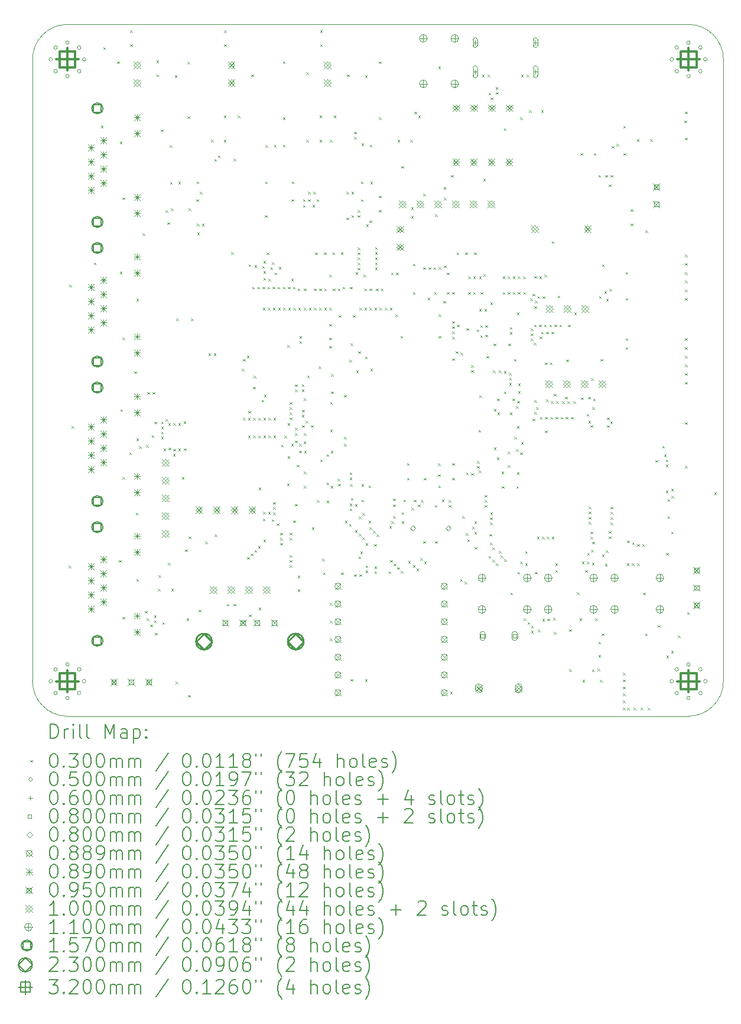
<source format=gbr>
%TF.GenerationSoftware,KiCad,Pcbnew,8.0.3*%
%TF.CreationDate,2024-11-15T01:42:40+09:00*%
%TF.ProjectId,nnct-main,6e6e6374-2d6d-4616-996e-2e6b69636164,rev?*%
%TF.SameCoordinates,Original*%
%TF.FileFunction,Drillmap*%
%TF.FilePolarity,Positive*%
%FSLAX45Y45*%
G04 Gerber Fmt 4.5, Leading zero omitted, Abs format (unit mm)*
G04 Created by KiCad (PCBNEW 8.0.3) date 2024-11-15 01:42:40*
%MOMM*%
%LPD*%
G01*
G04 APERTURE LIST*
%ADD10C,0.050000*%
%ADD11C,0.200000*%
%ADD12C,0.100000*%
%ADD13C,0.110000*%
%ADD14C,0.157000*%
%ADD15C,0.230000*%
%ADD16C,0.320000*%
G04 APERTURE END LIST*
D10*
X2045750Y-6858000D02*
X2045750Y-15758000D01*
X11445750Y-6358000D02*
G75*
G02*
X11945750Y-6858000I0J-500000D01*
G01*
X11445750Y-6358000D02*
X2545750Y-6358000D01*
X11945750Y-15758000D02*
G75*
G02*
X11445750Y-16258000I-500000J0D01*
G01*
X2545750Y-16258000D02*
G75*
G02*
X2045750Y-15758000I0J500000D01*
G01*
X11945750Y-15758000D02*
X11945750Y-6858000D01*
X2545750Y-16258000D02*
X11445750Y-16258000D01*
X2045750Y-6858000D02*
G75*
G02*
X2545750Y-6358000I500000J0D01*
G01*
D11*
D12*
X2565000Y-14105000D02*
X2595000Y-14135000D01*
X2595000Y-14105000D02*
X2565000Y-14135000D01*
X2575000Y-10085000D02*
X2605000Y-10115000D01*
X2605000Y-10085000D02*
X2575000Y-10115000D01*
X2605000Y-12105000D02*
X2635000Y-12135000D01*
X2635000Y-12105000D02*
X2605000Y-12135000D01*
X2925000Y-9765000D02*
X2955000Y-9795000D01*
X2955000Y-9765000D02*
X2925000Y-9795000D01*
X3025000Y-7805000D02*
X3055000Y-7835000D01*
X3055000Y-7805000D02*
X3025000Y-7835000D01*
X3060000Y-6685000D02*
X3090000Y-6715000D01*
X3090000Y-6685000D02*
X3060000Y-6715000D01*
X3260000Y-6885000D02*
X3290000Y-6915000D01*
X3290000Y-6885000D02*
X3260000Y-6915000D01*
X3285000Y-14025000D02*
X3315000Y-14055000D01*
X3315000Y-14025000D02*
X3285000Y-14055000D01*
X3295000Y-8035000D02*
X3325000Y-8065000D01*
X3325000Y-8035000D02*
X3295000Y-8065000D01*
X3295000Y-9895000D02*
X3325000Y-9925000D01*
X3325000Y-9895000D02*
X3295000Y-9925000D01*
X3305000Y-11865000D02*
X3335000Y-11895000D01*
X3335000Y-11865000D02*
X3305000Y-11895000D01*
X3335000Y-8835000D02*
X3365000Y-8865000D01*
X3365000Y-8835000D02*
X3335000Y-8865000D01*
X3335000Y-10835000D02*
X3365000Y-10865000D01*
X3365000Y-10835000D02*
X3335000Y-10865000D01*
X3335000Y-12835000D02*
X3365000Y-12865000D01*
X3365000Y-12835000D02*
X3335000Y-12865000D01*
X3335000Y-14835000D02*
X3365000Y-14865000D01*
X3365000Y-14835000D02*
X3335000Y-14865000D01*
X3432050Y-12485000D02*
X3462050Y-12515000D01*
X3462050Y-12485000D02*
X3432050Y-12515000D01*
X3443250Y-6443000D02*
X3473250Y-6473000D01*
X3473250Y-6443000D02*
X3443250Y-6473000D01*
X3443250Y-6643000D02*
X3473250Y-6673000D01*
X3473250Y-6643000D02*
X3443250Y-6673000D01*
X3505000Y-11325000D02*
X3535000Y-11355000D01*
X3535000Y-11325000D02*
X3505000Y-11355000D01*
X3525000Y-13345000D02*
X3555000Y-13375000D01*
X3555000Y-13345000D02*
X3525000Y-13375000D01*
X3535000Y-10285000D02*
X3565000Y-10315000D01*
X3565000Y-10285000D02*
X3535000Y-10315000D01*
X3535000Y-12285000D02*
X3565000Y-12315000D01*
X3565000Y-12285000D02*
X3535000Y-12315000D01*
X3535000Y-14295000D02*
X3565000Y-14325000D01*
X3565000Y-14295000D02*
X3535000Y-14325000D01*
X3573213Y-12395700D02*
X3603213Y-12425700D01*
X3603213Y-12395700D02*
X3573213Y-12425700D01*
X3624800Y-9345000D02*
X3654800Y-9375000D01*
X3654800Y-9345000D02*
X3624800Y-9375000D01*
X3655900Y-14753217D02*
X3685900Y-14783217D01*
X3685900Y-14753217D02*
X3655900Y-14783217D01*
X3673850Y-12375000D02*
X3703850Y-12405000D01*
X3703850Y-12375000D02*
X3673850Y-12405000D01*
X3681300Y-14856376D02*
X3711300Y-14886376D01*
X3711300Y-14856376D02*
X3681300Y-14886376D01*
X3692450Y-11618950D02*
X3722450Y-11648950D01*
X3722450Y-11618950D02*
X3692450Y-11648950D01*
X3735000Y-14945000D02*
X3765000Y-14975000D01*
X3765000Y-14945000D02*
X3735000Y-14975000D01*
X3755000Y-12235950D02*
X3785000Y-12265950D01*
X3785000Y-12235950D02*
X3755000Y-12265950D01*
X3765150Y-11618950D02*
X3795150Y-11648950D01*
X3795150Y-11618950D02*
X3765150Y-11648950D01*
X3788700Y-14815000D02*
X3818700Y-14845000D01*
X3818700Y-14815000D02*
X3788700Y-14845000D01*
X3788700Y-14887700D02*
X3818700Y-14917700D01*
X3818700Y-14887700D02*
X3788700Y-14917700D01*
X3790550Y-12041183D02*
X3820550Y-12071183D01*
X3820550Y-12041183D02*
X3790550Y-12071183D01*
X3800000Y-15065000D02*
X3830000Y-15095000D01*
X3830000Y-15065000D02*
X3800000Y-15095000D01*
X3820750Y-6873000D02*
X3850750Y-6903000D01*
X3850750Y-6873000D02*
X3820750Y-6903000D01*
X3820750Y-7073000D02*
X3850750Y-7103000D01*
X3850750Y-7073000D02*
X3820750Y-7103000D01*
X3845000Y-14435000D02*
X3875000Y-14465000D01*
X3875000Y-14435000D02*
X3845000Y-14465000D01*
X3850000Y-14240000D02*
X3880000Y-14270000D01*
X3880000Y-14240000D02*
X3850000Y-14270000D01*
X3885000Y-7860000D02*
X3915000Y-7890000D01*
X3915000Y-7860000D02*
X3885000Y-7890000D01*
X3888650Y-12042300D02*
X3918650Y-12072300D01*
X3918650Y-12042300D02*
X3888650Y-12072300D01*
X3888650Y-12115000D02*
X3918650Y-12145000D01*
X3918650Y-12115000D02*
X3888650Y-12145000D01*
X3888650Y-12187700D02*
X3918650Y-12217700D01*
X3918650Y-12187700D02*
X3888650Y-12217700D01*
X3888650Y-12260401D02*
X3918650Y-12290401D01*
X3918650Y-12260401D02*
X3888650Y-12290401D01*
X3908067Y-14911300D02*
X3938067Y-14941300D01*
X3938067Y-14911300D02*
X3908067Y-14941300D01*
X3921976Y-12429523D02*
X3951976Y-12459523D01*
X3951976Y-12429523D02*
X3921976Y-12459523D01*
X3950751Y-12004500D02*
X3980751Y-12034500D01*
X3980751Y-12004500D02*
X3950751Y-12034500D01*
X3955000Y-9015900D02*
X3985000Y-9045900D01*
X3985000Y-9015900D02*
X3955000Y-9045900D01*
X3978415Y-9190376D02*
X4008415Y-9220376D01*
X4008415Y-9190376D02*
X3978415Y-9220376D01*
X3989000Y-14062500D02*
X4019000Y-14092500D01*
X4019000Y-14062500D02*
X3989000Y-14092500D01*
X3989599Y-12065950D02*
X4019599Y-12095950D01*
X4019599Y-12065950D02*
X3989599Y-12095950D01*
X3993211Y-12415000D02*
X4023211Y-12445000D01*
X4023211Y-12415000D02*
X3993211Y-12445000D01*
X4010000Y-8085000D02*
X4040000Y-8115000D01*
X4040000Y-8085000D02*
X4010000Y-8115000D01*
X4015000Y-8615000D02*
X4045000Y-8645000D01*
X4045000Y-8615000D02*
X4015000Y-8645000D01*
X4027669Y-8990500D02*
X4057669Y-9020500D01*
X4057669Y-8990500D02*
X4027669Y-9020500D01*
X4035000Y-14435000D02*
X4065000Y-14465000D01*
X4065000Y-14435000D02*
X4035000Y-14465000D01*
X4060550Y-12505000D02*
X4090550Y-12535000D01*
X4090550Y-12505000D02*
X4060550Y-12535000D01*
X4062300Y-12065950D02*
X4092300Y-12095950D01*
X4092300Y-12065950D02*
X4062300Y-12095950D01*
X4063805Y-12432373D02*
X4093805Y-12462373D01*
X4093805Y-12432373D02*
X4063805Y-12462373D01*
X4085000Y-7085000D02*
X4115000Y-7115000D01*
X4115000Y-7085000D02*
X4085000Y-7115000D01*
X4095000Y-15765000D02*
X4125000Y-15795000D01*
X4125000Y-15765000D02*
X4095000Y-15795000D01*
X4105000Y-10565000D02*
X4135000Y-10595000D01*
X4135000Y-10565000D02*
X4105000Y-10595000D01*
X4135000Y-8610000D02*
X4165000Y-8640000D01*
X4165000Y-8610000D02*
X4135000Y-8640000D01*
X4135000Y-12065950D02*
X4165000Y-12095950D01*
X4165000Y-12065950D02*
X4135000Y-12095950D01*
X4136392Y-12428320D02*
X4166392Y-12458320D01*
X4166392Y-12428320D02*
X4136392Y-12458320D01*
X4184050Y-12835000D02*
X4214050Y-12865000D01*
X4214050Y-12835000D02*
X4184050Y-12865000D01*
X4212617Y-12040550D02*
X4242617Y-12070550D01*
X4242617Y-12040550D02*
X4212617Y-12070550D01*
X4215000Y-12425000D02*
X4245000Y-12455000D01*
X4245000Y-12425000D02*
X4215000Y-12455000D01*
X4230150Y-13871462D02*
X4260150Y-13901462D01*
X4260150Y-13871462D02*
X4230150Y-13901462D01*
X4255000Y-14859450D02*
X4285000Y-14889450D01*
X4285000Y-14859450D02*
X4255000Y-14889450D01*
X4265000Y-7675000D02*
X4295000Y-7705000D01*
X4295000Y-7675000D02*
X4265000Y-7705000D01*
X4268250Y-6893000D02*
X4298250Y-6923000D01*
X4298250Y-6893000D02*
X4268250Y-6923000D01*
X4272500Y-15955000D02*
X4302500Y-15985000D01*
X4302500Y-15955000D02*
X4272500Y-15985000D01*
X4285000Y-8990500D02*
X4315000Y-9020500D01*
X4315000Y-8990500D02*
X4285000Y-9020500D01*
X4285000Y-13685000D02*
X4315000Y-13715000D01*
X4315000Y-13685000D02*
X4285000Y-13715000D01*
X4315000Y-10565000D02*
X4345000Y-10595000D01*
X4345000Y-10565000D02*
X4315000Y-10595000D01*
X4395000Y-8860700D02*
X4425000Y-8890700D01*
X4425000Y-8860700D02*
X4395000Y-8890700D01*
X4396250Y-8605500D02*
X4426250Y-8635500D01*
X4426250Y-8605500D02*
X4396250Y-8635500D01*
X4402356Y-9212356D02*
X4432356Y-9242356D01*
X4432356Y-9212356D02*
X4402356Y-9242356D01*
X4405000Y-9339450D02*
X4435000Y-9369450D01*
X4435000Y-9339450D02*
X4405000Y-9369450D01*
X4425200Y-14735541D02*
X4455200Y-14765541D01*
X4455200Y-14735541D02*
X4425200Y-14765541D01*
X4444050Y-8753300D02*
X4474050Y-8783300D01*
X4474050Y-8753300D02*
X4444050Y-8783300D01*
X4475000Y-9208800D02*
X4505000Y-9238800D01*
X4505000Y-9208800D02*
X4475000Y-9238800D01*
X4518134Y-13758134D02*
X4548134Y-13788134D01*
X4548134Y-13758134D02*
X4518134Y-13788134D01*
X4566892Y-11064050D02*
X4596892Y-11094050D01*
X4596892Y-11064050D02*
X4566892Y-11094050D01*
X4605950Y-8010000D02*
X4635950Y-8040000D01*
X4635950Y-8010000D02*
X4605950Y-8040000D01*
X4641421Y-11064050D02*
X4671421Y-11094050D01*
X4671421Y-11064050D02*
X4641421Y-11094050D01*
X4652446Y-8285360D02*
X4682446Y-8315360D01*
X4682446Y-8285360D02*
X4652446Y-8315360D01*
X4657470Y-13654718D02*
X4687470Y-13684718D01*
X4687470Y-13654718D02*
X4657470Y-13684718D01*
X4704050Y-8233757D02*
X4734050Y-8263757D01*
X4734050Y-8233757D02*
X4704050Y-8263757D01*
X4785000Y-7660000D02*
X4815000Y-7690000D01*
X4815000Y-7660000D02*
X4785000Y-7690000D01*
X4785000Y-8010000D02*
X4815000Y-8040000D01*
X4815000Y-8010000D02*
X4785000Y-8040000D01*
X4793250Y-6443000D02*
X4823250Y-6473000D01*
X4823250Y-6443000D02*
X4793250Y-6473000D01*
X4793250Y-6643000D02*
X4823250Y-6673000D01*
X4823250Y-6643000D02*
X4793250Y-6673000D01*
X4827950Y-14651300D02*
X4857950Y-14681300D01*
X4857950Y-14651300D02*
X4827950Y-14681300D01*
X4895000Y-9615000D02*
X4925000Y-9645000D01*
X4925000Y-9615000D02*
X4895000Y-9645000D01*
X4925000Y-8281400D02*
X4955000Y-8311400D01*
X4955000Y-8281400D02*
X4925000Y-8311400D01*
X4926050Y-14651300D02*
X4956050Y-14681300D01*
X4956050Y-14651300D02*
X4926050Y-14681300D01*
X4985000Y-7660000D02*
X5015000Y-7690000D01*
X5015000Y-7660000D02*
X4985000Y-7690000D01*
X5045000Y-11285000D02*
X5075000Y-11315000D01*
X5075000Y-11285000D02*
X5045000Y-11315000D01*
X5062639Y-11989750D02*
X5092639Y-12019750D01*
X5092639Y-11989750D02*
X5062639Y-12019750D01*
X5063199Y-11145062D02*
X5093199Y-11175062D01*
X5093199Y-11145062D02*
X5063199Y-11175062D01*
X5117524Y-11096750D02*
X5147524Y-11126750D01*
X5147524Y-11096750D02*
X5117524Y-11126750D01*
X5122808Y-13981249D02*
X5152808Y-14011249D01*
X5152808Y-13981249D02*
X5122808Y-14011249D01*
X5135340Y-11989750D02*
X5165340Y-12019750D01*
X5165340Y-11989750D02*
X5135340Y-12019750D01*
X5135340Y-12240250D02*
X5165340Y-12270250D01*
X5165340Y-12240250D02*
X5135340Y-12270250D01*
X5140316Y-11891650D02*
X5170316Y-11921650D01*
X5170316Y-11891650D02*
X5140316Y-11921650D01*
X5143814Y-9792231D02*
X5173814Y-9822231D01*
X5173814Y-9792231D02*
X5143814Y-9822231D01*
X5145000Y-14803100D02*
X5175000Y-14833100D01*
X5175000Y-14803100D02*
X5145000Y-14833100D01*
X5174215Y-13929842D02*
X5204215Y-13959842D01*
X5204215Y-13929842D02*
X5174215Y-13959842D01*
X5180750Y-7073000D02*
X5210750Y-7103000D01*
X5210750Y-7073000D02*
X5180750Y-7103000D01*
X5195000Y-10112750D02*
X5225000Y-10142750D01*
X5225000Y-10112750D02*
X5195000Y-10142750D01*
X5205000Y-11545000D02*
X5235000Y-11575000D01*
X5235000Y-11545000D02*
X5205000Y-11575000D01*
X5208040Y-11989750D02*
X5238040Y-12019750D01*
X5238040Y-11989750D02*
X5208040Y-12019750D01*
X5208040Y-12240250D02*
X5238040Y-12270250D01*
X5238040Y-12240250D02*
X5208040Y-12270250D01*
X5215000Y-11385000D02*
X5245000Y-11415000D01*
X5245000Y-11385000D02*
X5215000Y-11415000D01*
X5225621Y-13878435D02*
X5255621Y-13908435D01*
X5255621Y-13878435D02*
X5225621Y-13908435D01*
X5225950Y-9805000D02*
X5255950Y-9835000D01*
X5255950Y-9805000D02*
X5225950Y-9835000D01*
X5268275Y-10112750D02*
X5298275Y-10142750D01*
X5298275Y-10112750D02*
X5268275Y-10142750D01*
X5277028Y-13827028D02*
X5307028Y-13857028D01*
X5307028Y-13827028D02*
X5277028Y-13857028D01*
X5280740Y-11989750D02*
X5310740Y-12019750D01*
X5310740Y-11989750D02*
X5280740Y-12019750D01*
X5280740Y-12240250D02*
X5310740Y-12270250D01*
X5310740Y-12240250D02*
X5280740Y-12270250D01*
X5285000Y-12985000D02*
X5315000Y-13015000D01*
X5315000Y-12985000D02*
X5285000Y-13015000D01*
X5285000Y-14705000D02*
X5315000Y-14735000D01*
X5315000Y-14705000D02*
X5285000Y-14735000D01*
X5327700Y-11728022D02*
X5357700Y-11758022D01*
X5357700Y-11728022D02*
X5327700Y-11758022D01*
X5337170Y-9815717D02*
X5367170Y-9845717D01*
X5367170Y-9815717D02*
X5337170Y-9845717D01*
X5340976Y-10112750D02*
X5370976Y-10142750D01*
X5370976Y-10112750D02*
X5340976Y-10142750D01*
X5346098Y-10414050D02*
X5376098Y-10444050D01*
X5376098Y-10414050D02*
X5346098Y-10444050D01*
X5347388Y-13430763D02*
X5377388Y-13460763D01*
X5377388Y-13430763D02*
X5347388Y-13460763D01*
X5349169Y-13336047D02*
X5379169Y-13366047D01*
X5379169Y-13336047D02*
X5349169Y-13366047D01*
X5352905Y-9986589D02*
X5382905Y-10016589D01*
X5382905Y-9986589D02*
X5352905Y-10016589D01*
X5353441Y-11989750D02*
X5383441Y-12019750D01*
X5383441Y-11989750D02*
X5353441Y-12019750D01*
X5353441Y-12240250D02*
X5383441Y-12270250D01*
X5383441Y-12240250D02*
X5353441Y-12270250D01*
X5355000Y-13730000D02*
X5385000Y-13760000D01*
X5385000Y-13730000D02*
X5355000Y-13760000D01*
X5355950Y-9745485D02*
X5385950Y-9775485D01*
X5385950Y-9745485D02*
X5355950Y-9775485D01*
X5355950Y-9885950D02*
X5385950Y-9915950D01*
X5385950Y-9885950D02*
X5355950Y-9915950D01*
X5361101Y-11658700D02*
X5391101Y-11688700D01*
X5391101Y-11658700D02*
X5361101Y-11688700D01*
X5375000Y-9089450D02*
X5405000Y-9119450D01*
X5405000Y-9089450D02*
X5375000Y-9119450D01*
X5377750Y-8605500D02*
X5407750Y-8635500D01*
X5407750Y-8605500D02*
X5377750Y-8635500D01*
X5385000Y-8085000D02*
X5415000Y-8115000D01*
X5415000Y-8085000D02*
X5385000Y-8115000D01*
X5400000Y-9620000D02*
X5430000Y-9650000D01*
X5430000Y-9620000D02*
X5400000Y-9650000D01*
X5413676Y-10112750D02*
X5443676Y-10142750D01*
X5443676Y-10112750D02*
X5413676Y-10142750D01*
X5418798Y-10414050D02*
X5448798Y-10444050D01*
X5448798Y-10414050D02*
X5418798Y-10444050D01*
X5421838Y-13333923D02*
X5451838Y-13363923D01*
X5451838Y-13333923D02*
X5421838Y-13363923D01*
X5425000Y-9995950D02*
X5455000Y-10025950D01*
X5455000Y-9995950D02*
X5425000Y-10025950D01*
X5426141Y-11989750D02*
X5456141Y-12019750D01*
X5456141Y-11989750D02*
X5426141Y-12019750D01*
X5426141Y-12240250D02*
X5456141Y-12270250D01*
X5456141Y-12240250D02*
X5426141Y-12270250D01*
X5454050Y-9831583D02*
X5484050Y-9861583D01*
X5484050Y-9831583D02*
X5454050Y-9861583D01*
X5470888Y-13441190D02*
X5500888Y-13471190D01*
X5500888Y-13441190D02*
X5470888Y-13471190D01*
X5475950Y-9762260D02*
X5505950Y-9792260D01*
X5505950Y-9762260D02*
X5475950Y-9792260D01*
X5486376Y-10112750D02*
X5516376Y-10142750D01*
X5516376Y-10112750D02*
X5486376Y-10142750D01*
X5491499Y-10414050D02*
X5521499Y-10444050D01*
X5521499Y-10414050D02*
X5491499Y-10444050D01*
X5494350Y-13195000D02*
X5524350Y-13225000D01*
X5524350Y-13195000D02*
X5494350Y-13225000D01*
X5494350Y-13267700D02*
X5524350Y-13297700D01*
X5524350Y-13267700D02*
X5494350Y-13297700D01*
X5494350Y-13340401D02*
X5524350Y-13370401D01*
X5524350Y-13340401D02*
X5494350Y-13370401D01*
X5498841Y-11989750D02*
X5528841Y-12019750D01*
X5528841Y-11989750D02*
X5498841Y-12019750D01*
X5498841Y-12240250D02*
X5528841Y-12270250D01*
X5528841Y-12240250D02*
X5498841Y-12270250D01*
X5504750Y-8080500D02*
X5534750Y-8110500D01*
X5534750Y-8080500D02*
X5504750Y-8110500D01*
X5513921Y-9910446D02*
X5543921Y-9940446D01*
X5543921Y-9910446D02*
X5513921Y-9940446D01*
X5545150Y-13500606D02*
X5575150Y-13530606D01*
X5575150Y-13500606D02*
X5545150Y-13530606D01*
X5559077Y-10112750D02*
X5589077Y-10142750D01*
X5589077Y-10112750D02*
X5559077Y-10142750D01*
X5564199Y-10414050D02*
X5594199Y-10444050D01*
X5594199Y-10414050D02*
X5564199Y-10444050D01*
X5574050Y-9828820D02*
X5604050Y-9858820D01*
X5604050Y-9828820D02*
X5574050Y-9858820D01*
X5595950Y-13633250D02*
X5625950Y-13663250D01*
X5625950Y-13633250D02*
X5595950Y-13663250D01*
X5595950Y-13705950D02*
X5625950Y-13735950D01*
X5625950Y-13705950D02*
X5595950Y-13735950D01*
X5595950Y-13778650D02*
X5625950Y-13808650D01*
X5625950Y-13778650D02*
X5595950Y-13808650D01*
X5606900Y-12374820D02*
X5636900Y-12404820D01*
X5636900Y-12374820D02*
X5606900Y-12404820D01*
X5631750Y-8080500D02*
X5661750Y-8110500D01*
X5661750Y-8080500D02*
X5631750Y-8110500D01*
X5631777Y-10112750D02*
X5661777Y-10142750D01*
X5661777Y-10112750D02*
X5631777Y-10142750D01*
X5635000Y-6885000D02*
X5665000Y-6915000D01*
X5665000Y-6885000D02*
X5635000Y-6915000D01*
X5635000Y-7685000D02*
X5665000Y-7715000D01*
X5665000Y-7685000D02*
X5635000Y-7715000D01*
X5636899Y-10414050D02*
X5666899Y-10444050D01*
X5666899Y-10414050D02*
X5636899Y-10444050D01*
X5655950Y-12240250D02*
X5685950Y-12270250D01*
X5685950Y-12240250D02*
X5655950Y-12270250D01*
X5694050Y-12926941D02*
X5724050Y-12956941D01*
X5724050Y-12926941D02*
X5694050Y-12956941D01*
X5695000Y-10945000D02*
X5725000Y-10975000D01*
X5725000Y-10945000D02*
X5695000Y-10975000D01*
X5701040Y-12538327D02*
X5731040Y-12568327D01*
X5731040Y-12538327D02*
X5701040Y-12568327D01*
X5701881Y-12062831D02*
X5731881Y-12092831D01*
X5731881Y-12062831D02*
X5701881Y-12092831D01*
X5704477Y-10112750D02*
X5734477Y-10142750D01*
X5734477Y-10112750D02*
X5704477Y-10142750D01*
X5709599Y-10414050D02*
X5739599Y-10444050D01*
X5739599Y-10414050D02*
X5709599Y-10444050D01*
X5728750Y-14096883D02*
X5758750Y-14126883D01*
X5758750Y-14096883D02*
X5728750Y-14126883D01*
X5728750Y-13633250D02*
X5758750Y-13663250D01*
X5758750Y-13633250D02*
X5728750Y-13663250D01*
X5728750Y-13705950D02*
X5758750Y-13735950D01*
X5758750Y-13705950D02*
X5728750Y-13735950D01*
X5728750Y-13951482D02*
X5758750Y-13981482D01*
X5758750Y-13951482D02*
X5728750Y-13981482D01*
X5728750Y-14024183D02*
X5758750Y-14054183D01*
X5758750Y-14024183D02*
X5728750Y-14054183D01*
X5729750Y-11764599D02*
X5759750Y-11794599D01*
X5759750Y-11764599D02*
X5729750Y-11794599D01*
X5729750Y-11837300D02*
X5759750Y-11867300D01*
X5759750Y-11837300D02*
X5729750Y-11867300D01*
X5729750Y-11910000D02*
X5759750Y-11940000D01*
X5759750Y-11910000D02*
X5729750Y-11940000D01*
X5729750Y-11985316D02*
X5759750Y-12015316D01*
X5759750Y-11985316D02*
X5729750Y-12015316D01*
X5751345Y-12361720D02*
X5781345Y-12391720D01*
X5781345Y-12361720D02*
X5751345Y-12391720D01*
X5753527Y-9995950D02*
X5783527Y-10025950D01*
X5783527Y-9995950D02*
X5753527Y-10025950D01*
X5755000Y-8860700D02*
X5785000Y-8890700D01*
X5785000Y-8860700D02*
X5755000Y-8890700D01*
X5758750Y-8605500D02*
X5788750Y-8635500D01*
X5788750Y-8605500D02*
X5758750Y-8635500D01*
X5777173Y-10111980D02*
X5807173Y-10141980D01*
X5807173Y-10111980D02*
X5777173Y-10141980D01*
X5779550Y-13455000D02*
X5809550Y-13485000D01*
X5809550Y-13455000D02*
X5779550Y-13485000D01*
X5782300Y-10414050D02*
X5812300Y-10444050D01*
X5812300Y-10414050D02*
X5782300Y-10444050D01*
X5804950Y-13218910D02*
X5834950Y-13248910D01*
X5834950Y-13218910D02*
X5804950Y-13248910D01*
X5805950Y-11510000D02*
X5835950Y-11540000D01*
X5835950Y-11510000D02*
X5805950Y-11540000D01*
X5805950Y-11582700D02*
X5835950Y-11612700D01*
X5835950Y-11582700D02*
X5805950Y-11612700D01*
X5805950Y-12206117D02*
X5835950Y-12236117D01*
X5835950Y-12206117D02*
X5805950Y-12236117D01*
X5805950Y-12313724D02*
X5835950Y-12343724D01*
X5835950Y-12313724D02*
X5805950Y-12343724D01*
X5805950Y-12133417D02*
X5835950Y-12163417D01*
X5835950Y-12133417D02*
X5805950Y-12163417D01*
X5834105Y-12661461D02*
X5864105Y-12691461D01*
X5864105Y-12661461D02*
X5834105Y-12691461D01*
X5845000Y-10138150D02*
X5875000Y-10168150D01*
X5875000Y-10138150D02*
X5845000Y-10168150D01*
X5845000Y-14249000D02*
X5875000Y-14279000D01*
X5875000Y-14249000D02*
X5845000Y-14279000D01*
X5845000Y-14445000D02*
X5875000Y-14475000D01*
X5875000Y-14445000D02*
X5845000Y-14475000D01*
X5855000Y-10414050D02*
X5885000Y-10444050D01*
X5885000Y-10414050D02*
X5855000Y-10444050D01*
X5865000Y-12360950D02*
X5895000Y-12390950D01*
X5895000Y-12360950D02*
X5865000Y-12390950D01*
X5865000Y-12459050D02*
X5895000Y-12489050D01*
X5895000Y-12459050D02*
X5865000Y-12489050D01*
X5871150Y-10819600D02*
X5901150Y-10849600D01*
X5901150Y-10819600D02*
X5871150Y-10849600D01*
X5871150Y-10892300D02*
X5901150Y-10922300D01*
X5901150Y-10892300D02*
X5871150Y-10922300D01*
X5904050Y-11947207D02*
X5934050Y-11977207D01*
X5934050Y-11947207D02*
X5904050Y-11977207D01*
X5904050Y-11510000D02*
X5934050Y-11540000D01*
X5934050Y-11510000D02*
X5904050Y-11540000D01*
X5904050Y-11582700D02*
X5934050Y-11612700D01*
X5934050Y-11582700D02*
X5904050Y-11612700D01*
X5909012Y-11872877D02*
X5939012Y-11902877D01*
X5939012Y-11872877D02*
X5909012Y-11902877D01*
X5909309Y-12094800D02*
X5939309Y-12124800D01*
X5939309Y-12094800D02*
X5909309Y-12124800D01*
X5920550Y-8945936D02*
X5950550Y-8975936D01*
X5950550Y-8945936D02*
X5920550Y-8975936D01*
X5922300Y-8860700D02*
X5952300Y-8890700D01*
X5952300Y-8860700D02*
X5922300Y-8890700D01*
X5928303Y-12325200D02*
X5958303Y-12355200D01*
X5958303Y-12325200D02*
X5928303Y-12355200D01*
X5934199Y-10138150D02*
X5964199Y-10168150D01*
X5964199Y-10138150D02*
X5934199Y-10168150D01*
X5934199Y-10414050D02*
X5964199Y-10444050D01*
X5964199Y-10414050D02*
X5934199Y-10444050D01*
X5935000Y-11710000D02*
X5965000Y-11740000D01*
X5965000Y-11710000D02*
X5935000Y-11740000D01*
X5935000Y-12210000D02*
X5965000Y-12240000D01*
X5965000Y-12210000D02*
X5935000Y-12240000D01*
X5935000Y-12760000D02*
X5965000Y-12790000D01*
X5965000Y-12760000D02*
X5935000Y-12790000D01*
X5935000Y-12960000D02*
X5965000Y-12990000D01*
X5965000Y-12960000D02*
X5935000Y-12990000D01*
X5937685Y-12460550D02*
X5967685Y-12490550D01*
X5967685Y-12460550D02*
X5937685Y-12490550D01*
X5959050Y-12030941D02*
X5989050Y-12060941D01*
X5989050Y-12030941D02*
X5959050Y-12060941D01*
X5965950Y-7044024D02*
X5995950Y-7074024D01*
X5995950Y-7044024D02*
X5965950Y-7074024D01*
X5965950Y-8010000D02*
X5995950Y-8040000D01*
X5995950Y-8010000D02*
X5965950Y-8040000D01*
X5981606Y-11383106D02*
X6011606Y-11413106D01*
X6011606Y-11383106D02*
X5981606Y-11413106D01*
X5995000Y-8753300D02*
X6025000Y-8783300D01*
X6025000Y-8753300D02*
X5995000Y-8783300D01*
X5995000Y-8860700D02*
X6025000Y-8890700D01*
X6025000Y-8860700D02*
X5995000Y-8890700D01*
X6006899Y-10414050D02*
X6036899Y-10444050D01*
X6036899Y-10414050D02*
X6006899Y-10444050D01*
X6035000Y-12094800D02*
X6065000Y-12124800D01*
X6065000Y-12094800D02*
X6035000Y-12124800D01*
X6050000Y-13555000D02*
X6080000Y-13585000D01*
X6080000Y-13555000D02*
X6050000Y-13585000D01*
X6055951Y-8938483D02*
X6085951Y-8968483D01*
X6085951Y-8938483D02*
X6055951Y-8968483D01*
X6067700Y-8753300D02*
X6097700Y-8783300D01*
X6097700Y-8753300D02*
X6067700Y-8783300D01*
X6079599Y-10138150D02*
X6109599Y-10168150D01*
X6109599Y-10138150D02*
X6079599Y-10168150D01*
X6079599Y-10414050D02*
X6109599Y-10444050D01*
X6109599Y-10414050D02*
X6079599Y-10444050D01*
X6095000Y-9620000D02*
X6125000Y-9650000D01*
X6125000Y-9620000D02*
X6095000Y-9650000D01*
X6116750Y-8860700D02*
X6146750Y-8890700D01*
X6146750Y-8860700D02*
X6116750Y-8890700D01*
X6120680Y-13165530D02*
X6150680Y-13195530D01*
X6150680Y-13165530D02*
X6120680Y-13195530D01*
X6147050Y-11253259D02*
X6177050Y-11283259D01*
X6177050Y-11253259D02*
X6147050Y-11283259D01*
X6152300Y-10138150D02*
X6182300Y-10168150D01*
X6182300Y-10138150D02*
X6152300Y-10168150D01*
X6152300Y-10414050D02*
X6182300Y-10444050D01*
X6182300Y-10414050D02*
X6152300Y-10444050D01*
X6160000Y-7660000D02*
X6190000Y-7690000D01*
X6190000Y-7660000D02*
X6160000Y-7690000D01*
X6160000Y-8010000D02*
X6190000Y-8040000D01*
X6190000Y-8010000D02*
X6160000Y-8040000D01*
X6168105Y-12583105D02*
X6198105Y-12613105D01*
X6198105Y-12583105D02*
X6168105Y-12613105D01*
X6168250Y-6443000D02*
X6198250Y-6473000D01*
X6198250Y-6443000D02*
X6168250Y-6473000D01*
X6168250Y-6643000D02*
X6198250Y-6673000D01*
X6198250Y-6643000D02*
X6168250Y-6673000D01*
X6195000Y-14001952D02*
X6225000Y-14031952D01*
X6225000Y-14001952D02*
X6195000Y-14031952D01*
X6210008Y-14201652D02*
X6240008Y-14231652D01*
X6240008Y-14201652D02*
X6210008Y-14231652D01*
X6220000Y-9620000D02*
X6250000Y-9650000D01*
X6250000Y-9620000D02*
X6220000Y-9650000D01*
X6225000Y-10138150D02*
X6255000Y-10168150D01*
X6255000Y-10138150D02*
X6225000Y-10168150D01*
X6225000Y-10414050D02*
X6255000Y-10444050D01*
X6255000Y-10414050D02*
X6225000Y-10444050D01*
X6260000Y-12507300D02*
X6290000Y-12537300D01*
X6290000Y-12507300D02*
X6260000Y-12537300D01*
X6260790Y-12913490D02*
X6290790Y-12943490D01*
X6290790Y-12913490D02*
X6260790Y-12943490D01*
X6261256Y-13171256D02*
X6291256Y-13201256D01*
X6291256Y-13171256D02*
X6261256Y-13201256D01*
X6297700Y-9938450D02*
X6327700Y-9968450D01*
X6327700Y-9938450D02*
X6297700Y-9968450D01*
X6297700Y-10414050D02*
X6327700Y-10444050D01*
X6327700Y-10414050D02*
X6297700Y-10444050D01*
X6299450Y-10647203D02*
X6329450Y-10677203D01*
X6329450Y-10647203D02*
X6299450Y-10677203D01*
X6299450Y-10840471D02*
X6329450Y-10870471D01*
X6329450Y-10840471D02*
X6299450Y-10870471D01*
X6299450Y-10960950D02*
X6329450Y-10990950D01*
X6329450Y-10960950D02*
X6299450Y-10990950D01*
X6305000Y-8010000D02*
X6335000Y-8040000D01*
X6335000Y-8010000D02*
X6305000Y-8040000D01*
X6308050Y-14637000D02*
X6338050Y-14667000D01*
X6338050Y-14637000D02*
X6308050Y-14667000D01*
X6308050Y-14891000D02*
X6338050Y-14921000D01*
X6338050Y-14891000D02*
X6308050Y-14921000D01*
X6308050Y-15145000D02*
X6338050Y-15175000D01*
X6338050Y-15145000D02*
X6308050Y-15175000D01*
X6310000Y-11762700D02*
X6340000Y-11792700D01*
X6340000Y-11762700D02*
X6310000Y-11792700D01*
X6310000Y-12157300D02*
X6340000Y-12187300D01*
X6340000Y-12157300D02*
X6310000Y-12187300D01*
X6319050Y-12460950D02*
X6349050Y-12490950D01*
X6349050Y-12460950D02*
X6319050Y-12490950D01*
X6319050Y-12960000D02*
X6349050Y-12990000D01*
X6349050Y-12960000D02*
X6319050Y-12990000D01*
X6323056Y-11611801D02*
X6353056Y-11641801D01*
X6353056Y-11611801D02*
X6323056Y-11641801D01*
X6325748Y-11360000D02*
X6355748Y-11390000D01*
X6355748Y-11360000D02*
X6325748Y-11390000D01*
X6345000Y-9620000D02*
X6375000Y-9650000D01*
X6375000Y-9620000D02*
X6345000Y-9650000D01*
X6346750Y-10138150D02*
X6376750Y-10168150D01*
X6376750Y-10138150D02*
X6346750Y-10168150D01*
X6360000Y-7660000D02*
X6390000Y-7690000D01*
X6390000Y-7660000D02*
X6360000Y-7690000D01*
X6418750Y-12860000D02*
X6448750Y-12890000D01*
X6448750Y-12860000D02*
X6418750Y-12890000D01*
X6419451Y-10138150D02*
X6449451Y-10168150D01*
X6449451Y-10138150D02*
X6419451Y-10168150D01*
X6425708Y-12932366D02*
X6455708Y-12962366D01*
X6455708Y-12932366D02*
X6425708Y-12962366D01*
X6435000Y-10517500D02*
X6465000Y-10547500D01*
X6465000Y-10517500D02*
X6435000Y-10547500D01*
X6465000Y-9615000D02*
X6495000Y-9645000D01*
X6495000Y-9615000D02*
X6465000Y-9645000D01*
X6466144Y-14201652D02*
X6496144Y-14231652D01*
X6496144Y-14201652D02*
X6466144Y-14231652D01*
X6487569Y-10112750D02*
X6517569Y-10142750D01*
X6517569Y-10112750D02*
X6487569Y-10142750D01*
X6511752Y-11660000D02*
X6541752Y-11690000D01*
X6541752Y-11660000D02*
X6511752Y-11690000D01*
X6511752Y-12260000D02*
X6541752Y-12290000D01*
X6541752Y-12260000D02*
X6511752Y-12290000D01*
X6511752Y-12360000D02*
X6541752Y-12390000D01*
X6541752Y-12360000D02*
X6511752Y-12390000D01*
X6523110Y-13462000D02*
X6553110Y-13492000D01*
X6553110Y-13462000D02*
X6523110Y-13492000D01*
X6542300Y-8753300D02*
X6572300Y-8783300D01*
X6572300Y-8753300D02*
X6542300Y-8783300D01*
X6543087Y-9122150D02*
X6573087Y-9152150D01*
X6573087Y-9122150D02*
X6543087Y-9152150D01*
X6550750Y-7073000D02*
X6580750Y-7103000D01*
X6580750Y-7073000D02*
X6550750Y-7103000D01*
X6580060Y-13507190D02*
X6610060Y-13537190D01*
X6610060Y-13507190D02*
X6580060Y-13537190D01*
X6585000Y-11160000D02*
X6615000Y-11190000D01*
X6615000Y-11160000D02*
X6585000Y-11190000D01*
X6589450Y-12769599D02*
X6619450Y-12799599D01*
X6619450Y-12769599D02*
X6589450Y-12799599D01*
X6589450Y-12842300D02*
X6619450Y-12872300D01*
X6619450Y-12842300D02*
X6589450Y-12872300D01*
X6589450Y-13215000D02*
X6619450Y-13245000D01*
X6619450Y-13215000D02*
X6589450Y-13245000D01*
X6589450Y-13287700D02*
X6619450Y-13317700D01*
X6619450Y-13287700D02*
X6589450Y-13317700D01*
X6594663Y-12935394D02*
X6624663Y-12965394D01*
X6624663Y-12935394D02*
X6594663Y-12965394D01*
X6595981Y-10112750D02*
X6625981Y-10142750D01*
X6625981Y-10112750D02*
X6595981Y-10142750D01*
X6602300Y-10918750D02*
X6632300Y-10948750D01*
X6632300Y-10918750D02*
X6602300Y-10948750D01*
X6605000Y-15725000D02*
X6635000Y-15755000D01*
X6635000Y-15725000D02*
X6605000Y-15755000D01*
X6605798Y-13136307D02*
X6635798Y-13166307D01*
X6635798Y-13136307D02*
X6605798Y-13166307D01*
X6615000Y-8753300D02*
X6645000Y-8783300D01*
X6645000Y-8753300D02*
X6615000Y-8783300D01*
X6615000Y-9089450D02*
X6645000Y-9119450D01*
X6645000Y-9089450D02*
X6615000Y-9119450D01*
X6635000Y-10517500D02*
X6665000Y-10547500D01*
X6665000Y-10517500D02*
X6635000Y-10547500D01*
X6653171Y-7892300D02*
X6683171Y-7922300D01*
X6683171Y-7892300D02*
X6653171Y-7922300D01*
X6655000Y-7965000D02*
X6685000Y-7995000D01*
X6685000Y-7965000D02*
X6655000Y-7995000D01*
X6655000Y-14227052D02*
X6685000Y-14257052D01*
X6685000Y-14227052D02*
X6655000Y-14257052D01*
X6668060Y-13224243D02*
X6698060Y-13254243D01*
X6698060Y-13224243D02*
X6668060Y-13254243D01*
X6668087Y-13595218D02*
X6698087Y-13625218D01*
X6698087Y-13595218D02*
X6668087Y-13625218D01*
X6673819Y-9906814D02*
X6703819Y-9936814D01*
X6703819Y-9906814D02*
X6673819Y-9936814D01*
X6685000Y-11310000D02*
X6715000Y-11340000D01*
X6715000Y-11310000D02*
X6685000Y-11340000D01*
X6703700Y-9015000D02*
X6733700Y-9045000D01*
X6733700Y-9015000D02*
X6703700Y-9045000D01*
X6703700Y-9087700D02*
X6733700Y-9117700D01*
X6733700Y-9087700D02*
X6703700Y-9117700D01*
X6703700Y-9549738D02*
X6733700Y-9579738D01*
X6733700Y-9549738D02*
X6703700Y-9579738D01*
X6703700Y-9622438D02*
X6733700Y-9652438D01*
X6733700Y-9622438D02*
X6703700Y-9652438D01*
X6703700Y-9695138D02*
X6733700Y-9725138D01*
X6733700Y-9695138D02*
X6703700Y-9725138D01*
X6703700Y-9767839D02*
X6733700Y-9797839D01*
X6733700Y-9767839D02*
X6703700Y-9797839D01*
X6703700Y-9840539D02*
X6733700Y-9870539D01*
X6733700Y-9840539D02*
X6703700Y-9870539D01*
X6710950Y-11035200D02*
X6740950Y-11065200D01*
X6740950Y-11035200D02*
X6710950Y-11065200D01*
X6716110Y-13972681D02*
X6746110Y-14002681D01*
X6746110Y-13972681D02*
X6716110Y-14002681D01*
X6719494Y-13646624D02*
X6749494Y-13676624D01*
X6749494Y-13646624D02*
X6719494Y-13676624D01*
X6721507Y-13402140D02*
X6751507Y-13432140D01*
X6751507Y-13402140D02*
X6721507Y-13432140D01*
X6727700Y-14227052D02*
X6757700Y-14257052D01*
X6757700Y-14227052D02*
X6727700Y-14257052D01*
X6728798Y-10414050D02*
X6758798Y-10444050D01*
X6758798Y-10414050D02*
X6728798Y-10444050D01*
X6744350Y-13903388D02*
X6774350Y-13933388D01*
X6774350Y-13903388D02*
X6744350Y-13933388D01*
X6752750Y-8605000D02*
X6782750Y-8635000D01*
X6782750Y-8605000D02*
X6752750Y-8635000D01*
X6752750Y-8860700D02*
X6782750Y-8890700D01*
X6782750Y-8860700D02*
X6752750Y-8890700D01*
X6760000Y-8060000D02*
X6790000Y-8090000D01*
X6790000Y-8060000D02*
X6760000Y-8090000D01*
X6760000Y-12934800D02*
X6790000Y-12964800D01*
X6790000Y-12934800D02*
X6760000Y-12964800D01*
X6760000Y-13160000D02*
X6790000Y-13190000D01*
X6790000Y-13160000D02*
X6760000Y-13190000D01*
X6770901Y-13698031D02*
X6800901Y-13728031D01*
X6800901Y-13698031D02*
X6770901Y-13728031D01*
X6772914Y-13350733D02*
X6802914Y-13380733D01*
X6802914Y-13350733D02*
X6772914Y-13380733D01*
X6790598Y-9938450D02*
X6820598Y-9968450D01*
X6820598Y-9938450D02*
X6790598Y-9968450D01*
X6801498Y-10414050D02*
X6831498Y-10444050D01*
X6831498Y-10414050D02*
X6801498Y-10444050D01*
X6802300Y-10138150D02*
X6832300Y-10168150D01*
X6832300Y-10138150D02*
X6802300Y-10168150D01*
X6810000Y-7085000D02*
X6840000Y-7115000D01*
X6840000Y-7085000D02*
X6810000Y-7115000D01*
X6810000Y-11110000D02*
X6840000Y-11140000D01*
X6840000Y-11110000D02*
X6810000Y-11140000D01*
X6810000Y-15731250D02*
X6840000Y-15761250D01*
X6840000Y-15731250D02*
X6810000Y-15761250D01*
X6818076Y-13781836D02*
X6848076Y-13811836D01*
X6848076Y-13781836D02*
X6818076Y-13811836D01*
X6820550Y-14101716D02*
X6850550Y-14131716D01*
X6850550Y-14101716D02*
X6820550Y-14131716D01*
X6820550Y-14174416D02*
X6850550Y-14204416D01*
X6850550Y-14174416D02*
X6820550Y-14204416D01*
X6827200Y-9218826D02*
X6857200Y-9248826D01*
X6857200Y-9218826D02*
X6827200Y-9248826D01*
X6860000Y-12958248D02*
X6890000Y-12988248D01*
X6890000Y-12958248D02*
X6860000Y-12988248D01*
X6860000Y-13460000D02*
X6890000Y-13490000D01*
X6890000Y-13460000D02*
X6860000Y-13490000D01*
X6873317Y-13553950D02*
X6903317Y-13583950D01*
X6903317Y-13553950D02*
X6873317Y-13583950D01*
X6874199Y-10414050D02*
X6904199Y-10444050D01*
X6904199Y-10414050D02*
X6874199Y-10444050D01*
X6875000Y-9164050D02*
X6905000Y-9194050D01*
X6905000Y-9164050D02*
X6875000Y-9194050D01*
X6875000Y-10138150D02*
X6905000Y-10168150D01*
X6905000Y-10138150D02*
X6875000Y-10168150D01*
X6879750Y-8080500D02*
X6909750Y-8110500D01*
X6909750Y-8080500D02*
X6879750Y-8110500D01*
X6885000Y-8610000D02*
X6915000Y-8640000D01*
X6915000Y-8610000D02*
X6885000Y-8640000D01*
X6885000Y-11285000D02*
X6915000Y-11315000D01*
X6915000Y-11285000D02*
X6885000Y-11315000D01*
X6924724Y-13605357D02*
X6954724Y-13635357D01*
X6954724Y-13605357D02*
X6924724Y-13635357D01*
X6941576Y-13796864D02*
X6971576Y-13826864D01*
X6971576Y-13796864D02*
X6941576Y-13826864D01*
X6945950Y-14112029D02*
X6975950Y-14142029D01*
X6975950Y-14112029D02*
X6945950Y-14142029D01*
X6945950Y-14184729D02*
X6975950Y-14214729D01*
X6975950Y-14184729D02*
X6945950Y-14214729D01*
X6946899Y-10414050D02*
X6976899Y-10444050D01*
X6976899Y-10414050D02*
X6946899Y-10444050D01*
X6952450Y-9546049D02*
X6982450Y-9576049D01*
X6982450Y-9546049D02*
X6952450Y-9576049D01*
X6952450Y-9618749D02*
X6982450Y-9648749D01*
X6982450Y-9618749D02*
X6952450Y-9648749D01*
X6952450Y-9691449D02*
X6982450Y-9721449D01*
X6982450Y-9691449D02*
X6952450Y-9721449D01*
X6952450Y-9764150D02*
X6982450Y-9794150D01*
X6982450Y-9764150D02*
X6952450Y-9794150D01*
X6952450Y-9836850D02*
X6982450Y-9866850D01*
X6982450Y-9836850D02*
X6952450Y-9866850D01*
X6965000Y-10138150D02*
X6995000Y-10168150D01*
X6995000Y-10138150D02*
X6965000Y-10168150D01*
X6976131Y-13656763D02*
X7006131Y-13686763D01*
X7006131Y-13656763D02*
X6976131Y-13686763D01*
X7010000Y-6885000D02*
X7040000Y-6915000D01*
X7040000Y-6885000D02*
X7010000Y-6915000D01*
X7010000Y-7685000D02*
X7040000Y-7715000D01*
X7040000Y-7685000D02*
X7010000Y-7715000D01*
X7010000Y-9010000D02*
X7040000Y-9040000D01*
X7040000Y-9010000D02*
X7010000Y-9040000D01*
X7010750Y-8807000D02*
X7040750Y-8837000D01*
X7040750Y-8807000D02*
X7010750Y-8837000D01*
X7019599Y-10414050D02*
X7049599Y-10444050D01*
X7049599Y-10414050D02*
X7019599Y-10444050D01*
X7037700Y-10138150D02*
X7067700Y-10168150D01*
X7067700Y-10138150D02*
X7037700Y-10168150D01*
X7092300Y-10414050D02*
X7122300Y-10444050D01*
X7122300Y-10414050D02*
X7092300Y-10444050D01*
X7150028Y-14186479D02*
X7180028Y-14216479D01*
X7180028Y-14186479D02*
X7150028Y-14216479D01*
X7159050Y-13535391D02*
X7189050Y-13565391D01*
X7189050Y-13535391D02*
X7159050Y-13565391D01*
X7165000Y-10414050D02*
X7195000Y-10444050D01*
X7195000Y-10414050D02*
X7165000Y-10444050D01*
X7169100Y-14024388D02*
X7199100Y-14054388D01*
X7199100Y-14024388D02*
X7169100Y-14054388D01*
X7184066Y-9910950D02*
X7214066Y-9940950D01*
X7214066Y-9910950D02*
X7184066Y-9940950D01*
X7185550Y-13467692D02*
X7215550Y-13497692D01*
X7215550Y-13467692D02*
X7185550Y-13497692D01*
X7210631Y-13145197D02*
X7240631Y-13175197D01*
X7240631Y-13145197D02*
X7210631Y-13175197D01*
X7210950Y-13226966D02*
X7240950Y-13256966D01*
X7240950Y-13226966D02*
X7210950Y-13256966D01*
X7210950Y-13395000D02*
X7240950Y-13425000D01*
X7240950Y-13395000D02*
X7210950Y-13425000D01*
X7220507Y-14075795D02*
X7250507Y-14105795D01*
X7250507Y-14075795D02*
X7220507Y-14105795D01*
X7245000Y-10505000D02*
X7275000Y-10535000D01*
X7275000Y-10505000D02*
X7245000Y-10535000D01*
X7256767Y-9910950D02*
X7286767Y-9940950D01*
X7286767Y-9910950D02*
X7256767Y-9940950D01*
X7271914Y-14127202D02*
X7301914Y-14157202D01*
X7301914Y-14127202D02*
X7271914Y-14157202D01*
X7277050Y-8010000D02*
X7307050Y-8040000D01*
X7307050Y-8010000D02*
X7277050Y-8040000D01*
X7317984Y-10815852D02*
X7347984Y-10845852D01*
X7347984Y-10815852D02*
X7317984Y-10845852D01*
X7323321Y-14178609D02*
X7353321Y-14208609D01*
X7353321Y-14178609D02*
X7323321Y-14208609D01*
X7330750Y-8385000D02*
X7360750Y-8415000D01*
X7360750Y-8385000D02*
X7330750Y-8415000D01*
X7334450Y-13338383D02*
X7364450Y-13368383D01*
X7364450Y-13338383D02*
X7334450Y-13368383D01*
X7334450Y-13467692D02*
X7364450Y-13497692D01*
X7364450Y-13467692D02*
X7334450Y-13497692D01*
X7360000Y-13160000D02*
X7390000Y-13190000D01*
X7390000Y-13160000D02*
X7360000Y-13190000D01*
X7410000Y-12635000D02*
X7440000Y-12665000D01*
X7440000Y-12635000D02*
X7410000Y-12665000D01*
X7410000Y-12848750D02*
X7440000Y-12878750D01*
X7440000Y-12848750D02*
X7410000Y-12878750D01*
X7429846Y-14038637D02*
X7459846Y-14068637D01*
X7459846Y-14038637D02*
X7429846Y-14068637D01*
X7460000Y-8010000D02*
X7490000Y-8040000D01*
X7490000Y-8010000D02*
X7460000Y-8040000D01*
X7471784Y-8975950D02*
X7501784Y-9005950D01*
X7501784Y-8975950D02*
X7471784Y-9005950D01*
X7471784Y-9099450D02*
X7501784Y-9129450D01*
X7501784Y-9099450D02*
X7471784Y-9129450D01*
X7475316Y-13275316D02*
X7505316Y-13305316D01*
X7505316Y-13275316D02*
X7475316Y-13305316D01*
X7496670Y-9783950D02*
X7526670Y-9813950D01*
X7526670Y-9783950D02*
X7496670Y-9813950D01*
X7496670Y-10187200D02*
X7526670Y-10217200D01*
X7526670Y-10187200D02*
X7496670Y-10217200D01*
X7496926Y-14096293D02*
X7526926Y-14126293D01*
X7526926Y-14096293D02*
X7496926Y-14126293D01*
X7510000Y-13160000D02*
X7540000Y-13190000D01*
X7540000Y-13160000D02*
X7510000Y-13190000D01*
X7519273Y-7608063D02*
X7549273Y-7638063D01*
X7549273Y-7608063D02*
X7519273Y-7638063D01*
X7548333Y-14147700D02*
X7578333Y-14177700D01*
X7578333Y-14147700D02*
X7548333Y-14177700D01*
X7566867Y-13228133D02*
X7596867Y-13258133D01*
X7596867Y-13228133D02*
X7566867Y-13258133D01*
X7570680Y-7659470D02*
X7600680Y-7689470D01*
X7600680Y-7659470D02*
X7570680Y-7689470D01*
X7604198Y-13992989D02*
X7634198Y-14022989D01*
X7634198Y-13992989D02*
X7604198Y-14022989D01*
X7610950Y-13164055D02*
X7640950Y-13194055D01*
X7640950Y-13164055D02*
X7610950Y-13194055D01*
X7644875Y-9834750D02*
X7674875Y-9864750D01*
X7674875Y-9834750D02*
X7644875Y-9864750D01*
X7645000Y-13755000D02*
X7675000Y-13785000D01*
X7675000Y-13755000D02*
X7645000Y-13785000D01*
X7645771Y-8778700D02*
X7675771Y-8808700D01*
X7675771Y-8778700D02*
X7645771Y-8808700D01*
X7655000Y-12848750D02*
X7685000Y-12878750D01*
X7685000Y-12848750D02*
X7655000Y-12878750D01*
X7655605Y-14044395D02*
X7685605Y-14074395D01*
X7685605Y-14044395D02*
X7655605Y-14074395D01*
X7708595Y-10267962D02*
X7738595Y-10297962D01*
X7738595Y-10267962D02*
X7708595Y-10297962D01*
X7719592Y-9834750D02*
X7749592Y-9864750D01*
X7749592Y-9834750D02*
X7719592Y-9864750D01*
X7792293Y-9834750D02*
X7822293Y-9864750D01*
X7822293Y-9834750D02*
X7792293Y-9864750D01*
X7802488Y-10187200D02*
X7832488Y-10217200D01*
X7832488Y-10187200D02*
X7802488Y-10217200D01*
X7809050Y-13237700D02*
X7839050Y-13267700D01*
X7839050Y-13237700D02*
X7809050Y-13267700D01*
X7815000Y-9074050D02*
X7845000Y-9104050D01*
X7845000Y-9074050D02*
X7815000Y-9104050D01*
X7815000Y-13755000D02*
X7845000Y-13785000D01*
X7845000Y-13755000D02*
X7815000Y-13785000D01*
X7855000Y-12641250D02*
X7885000Y-12671250D01*
X7885000Y-12641250D02*
X7855000Y-12671250D01*
X7855000Y-12796050D02*
X7885000Y-12826050D01*
X7885000Y-12796050D02*
X7855000Y-12826050D01*
X7860000Y-12958248D02*
X7890000Y-12988248D01*
X7890000Y-12958248D02*
X7860000Y-12988248D01*
X7860000Y-6960000D02*
X7890000Y-6990000D01*
X7890000Y-6960000D02*
X7860000Y-6990000D01*
X7864837Y-9829996D02*
X7894837Y-9859996D01*
X7894837Y-9829996D02*
X7864837Y-9859996D01*
X7865000Y-10505000D02*
X7895000Y-10535000D01*
X7895000Y-10505000D02*
X7865000Y-10535000D01*
X7865000Y-10816450D02*
X7895000Y-10846450D01*
X7895000Y-10816450D02*
X7865000Y-10846450D01*
X7909200Y-13154833D02*
X7939200Y-13184833D01*
X7939200Y-13154833D02*
X7909200Y-13184833D01*
X7932300Y-10317012D02*
X7962300Y-10347012D01*
X7962300Y-10317012D02*
X7932300Y-10347012D01*
X7938000Y-8685000D02*
X7968000Y-8715000D01*
X7968000Y-8685000D02*
X7938000Y-8715000D01*
X7940399Y-8838700D02*
X7970399Y-8868700D01*
X7970399Y-8838700D02*
X7940399Y-8868700D01*
X7941666Y-9808966D02*
X7971666Y-9838966D01*
X7971666Y-9808966D02*
X7941666Y-9838966D01*
X7985000Y-9910000D02*
X8015000Y-9940000D01*
X8015000Y-9910000D02*
X7985000Y-9940000D01*
X7985000Y-10187200D02*
X8015000Y-10217200D01*
X8015000Y-10187200D02*
X7985000Y-10217200D01*
X8007300Y-13165000D02*
X8037300Y-13195000D01*
X8037300Y-13165000D02*
X8007300Y-13195000D01*
X8007300Y-13237700D02*
X8037300Y-13267700D01*
X8037300Y-13237700D02*
X8007300Y-13267700D01*
X8030950Y-15907000D02*
X8060950Y-15937000D01*
X8060950Y-15907000D02*
X8030950Y-15937000D01*
X8044050Y-8513400D02*
X8074050Y-8543400D01*
X8074050Y-8513400D02*
X8044050Y-8543400D01*
X8057700Y-10187200D02*
X8087700Y-10217200D01*
X8087700Y-10187200D02*
X8057700Y-10217200D01*
X8060000Y-10605000D02*
X8090000Y-10635000D01*
X8090000Y-10605000D02*
X8060000Y-10635000D01*
X8060000Y-10680348D02*
X8090000Y-10710348D01*
X8090000Y-10680348D02*
X8060000Y-10710348D01*
X8060000Y-10753048D02*
X8090000Y-10783048D01*
X8090000Y-10753048D02*
X8060000Y-10783048D01*
X8060000Y-10825748D02*
X8090000Y-10855748D01*
X8090000Y-10825748D02*
X8060000Y-10855748D01*
X8060000Y-11135000D02*
X8090000Y-11165000D01*
X8090000Y-11135000D02*
X8060000Y-11165000D01*
X8060000Y-12635000D02*
X8090000Y-12665000D01*
X8090000Y-12635000D02*
X8060000Y-12665000D01*
X8060000Y-12848750D02*
X8090000Y-12878750D01*
X8090000Y-12848750D02*
X8060000Y-12878750D01*
X8110000Y-11035000D02*
X8140000Y-11065000D01*
X8140000Y-11035000D02*
X8110000Y-11065000D01*
X8122500Y-9620000D02*
X8152500Y-9650000D01*
X8152500Y-9620000D02*
X8122500Y-9650000D01*
X8127777Y-10654050D02*
X8157777Y-10684050D01*
X8157777Y-10654050D02*
X8127777Y-10684050D01*
X8173706Y-14296600D02*
X8203706Y-14326600D01*
X8203706Y-14296600D02*
X8173706Y-14326600D01*
X8179195Y-11057300D02*
X8209195Y-11087300D01*
X8209195Y-11057300D02*
X8179195Y-11087300D01*
X8205000Y-13395000D02*
X8235000Y-13425000D01*
X8235000Y-13395000D02*
X8205000Y-13425000D01*
X8235950Y-14335000D02*
X8265950Y-14365000D01*
X8265950Y-14335000D02*
X8235950Y-14365000D01*
X8247500Y-9620000D02*
X8277500Y-9650000D01*
X8277500Y-9620000D02*
X8247500Y-9650000D01*
X8255316Y-13639684D02*
X8285316Y-13669684D01*
X8285316Y-13639684D02*
X8255316Y-13669684D01*
X8259115Y-12769493D02*
X8289115Y-12799493D01*
X8289115Y-12769493D02*
X8259115Y-12799493D01*
X8260950Y-10705000D02*
X8290950Y-10735000D01*
X8290950Y-10705000D02*
X8260950Y-10735000D01*
X8274558Y-13728292D02*
X8304558Y-13758292D01*
X8304558Y-13728292D02*
X8274558Y-13758292D01*
X8287300Y-9962100D02*
X8317300Y-9992100D01*
X8317300Y-9962100D02*
X8287300Y-9992100D01*
X8287300Y-10187200D02*
X8317300Y-10217200D01*
X8317300Y-10187200D02*
X8287300Y-10217200D01*
X8331086Y-12779762D02*
X8361086Y-12809762D01*
X8361086Y-12779762D02*
X8331086Y-12809762D01*
X8332300Y-11234019D02*
X8362300Y-11264019D01*
X8362300Y-11234019D02*
X8332300Y-11264019D01*
X8332300Y-11306719D02*
X8362300Y-11336719D01*
X8362300Y-11306719D02*
X8332300Y-11336719D01*
X8347747Y-13547135D02*
X8377747Y-13577135D01*
X8377747Y-13547135D02*
X8347747Y-13577135D01*
X8360000Y-9962100D02*
X8390000Y-9992100D01*
X8390000Y-9962100D02*
X8360000Y-9992100D01*
X8360000Y-10187200D02*
X8390000Y-10217200D01*
X8390000Y-10187200D02*
X8360000Y-10217200D01*
X8372500Y-9620000D02*
X8402500Y-9650000D01*
X8402500Y-9620000D02*
X8372500Y-9650000D01*
X8375950Y-13470168D02*
X8405950Y-13500168D01*
X8405950Y-13470168D02*
X8375950Y-13500168D01*
X8375950Y-13621583D02*
X8405950Y-13651583D01*
X8405950Y-13621583D02*
X8375950Y-13651583D01*
X8382897Y-13836632D02*
X8412897Y-13866632D01*
X8412897Y-13836632D02*
X8382897Y-13866632D01*
X8409050Y-10721583D02*
X8439050Y-10751583D01*
X8439050Y-10721583D02*
X8409050Y-10751583D01*
X8412700Y-12604167D02*
X8442700Y-12634167D01*
X8442700Y-12604167D02*
X8412700Y-12634167D01*
X8412700Y-12676868D02*
X8442700Y-12706868D01*
X8442700Y-12676868D02*
X8412700Y-12706868D01*
X8435000Y-12162700D02*
X8465000Y-12192700D01*
X8465000Y-12162700D02*
X8435000Y-12192700D01*
X8441956Y-12743421D02*
X8471956Y-12773421D01*
X8471956Y-12743421D02*
X8441956Y-12773421D01*
X8445332Y-9962100D02*
X8475332Y-9992100D01*
X8475332Y-9962100D02*
X8445332Y-9992100D01*
X8446358Y-10428950D02*
X8476358Y-10458950D01*
X8476358Y-10428950D02*
X8446358Y-10458950D01*
X8449576Y-11664953D02*
X8479576Y-11694953D01*
X8479576Y-11664953D02*
X8449576Y-11694953D01*
X8462300Y-10660950D02*
X8492300Y-10690950D01*
X8492300Y-10660950D02*
X8462300Y-10690950D01*
X8462450Y-10806918D02*
X8492450Y-10836918D01*
X8492450Y-10806918D02*
X8462450Y-10836918D01*
X8465950Y-10187200D02*
X8495950Y-10217200D01*
X8495950Y-10187200D02*
X8465950Y-10217200D01*
X8485750Y-7078500D02*
X8515750Y-7108500D01*
X8515750Y-7078500D02*
X8485750Y-7108500D01*
X8505000Y-8565000D02*
X8535000Y-8595000D01*
X8535000Y-8565000D02*
X8505000Y-8595000D01*
X8510263Y-9929400D02*
X8540263Y-9959400D01*
X8540263Y-9929400D02*
X8510263Y-9959400D01*
X8519059Y-10428950D02*
X8549059Y-10458950D01*
X8549059Y-10428950D02*
X8519059Y-10458950D01*
X8524850Y-13092300D02*
X8554850Y-13122300D01*
X8554850Y-13092300D02*
X8524850Y-13122300D01*
X8524850Y-13165000D02*
X8554850Y-13195000D01*
X8554850Y-13165000D02*
X8524850Y-13195000D01*
X8524850Y-13237700D02*
X8554850Y-13267700D01*
X8554850Y-13237700D02*
X8524850Y-13267700D01*
X8534450Y-10796856D02*
X8564450Y-10826856D01*
X8564450Y-10796856D02*
X8534450Y-10826856D01*
X8535000Y-10660950D02*
X8565000Y-10690950D01*
X8565000Y-10660950D02*
X8535000Y-10690950D01*
X8551250Y-11102300D02*
X8581250Y-11132300D01*
X8581250Y-11102300D02*
X8551250Y-11132300D01*
X8565750Y-7078500D02*
X8595750Y-7108500D01*
X8595750Y-7078500D02*
X8565750Y-7108500D01*
X8580316Y-13964684D02*
X8610316Y-13994684D01*
X8610316Y-13964684D02*
X8580316Y-13994684D01*
X8581700Y-7333512D02*
X8611700Y-7363512D01*
X8611700Y-7333512D02*
X8581700Y-7363512D01*
X8594899Y-13650705D02*
X8624899Y-13680705D01*
X8624899Y-13650705D02*
X8594899Y-13680705D01*
X8600415Y-13774205D02*
X8630415Y-13804205D01*
X8630415Y-13774205D02*
X8600415Y-13804205D01*
X8601050Y-13412740D02*
X8631050Y-13442740D01*
X8631050Y-13412740D02*
X8601050Y-13442740D01*
X8601050Y-13485440D02*
X8631050Y-13515440D01*
X8631050Y-13485440D02*
X8601050Y-13515440D01*
X8605000Y-10335000D02*
X8635000Y-10365000D01*
X8635000Y-10335000D02*
X8605000Y-10365000D01*
X8606634Y-13340255D02*
X8636634Y-13370255D01*
X8636634Y-13340255D02*
X8606634Y-13370255D01*
X8609694Y-7404061D02*
X8639694Y-7434061D01*
X8639694Y-7404061D02*
X8609694Y-7434061D01*
X8632961Y-13842673D02*
X8662961Y-13872673D01*
X8662961Y-13842673D02*
X8632961Y-13872673D01*
X8635726Y-14020093D02*
X8665726Y-14050093D01*
X8665726Y-14020093D02*
X8635726Y-14050093D01*
X8644252Y-11310000D02*
X8674252Y-11340000D01*
X8674252Y-11310000D02*
X8644252Y-11340000D01*
X8651250Y-10925000D02*
X8681250Y-10955000D01*
X8681250Y-10925000D02*
X8651250Y-10955000D01*
X8657469Y-12409050D02*
X8687469Y-12439050D01*
X8687469Y-12409050D02*
X8657469Y-12439050D01*
X8657850Y-11859050D02*
X8687850Y-11889050D01*
X8687850Y-11859050D02*
X8657850Y-11889050D01*
X8679800Y-7256127D02*
X8709800Y-7286127D01*
X8709800Y-7256127D02*
X8679800Y-7286127D01*
X8685000Y-7328641D02*
X8715000Y-7358641D01*
X8715000Y-7328641D02*
X8685000Y-7358641D01*
X8687133Y-14071500D02*
X8717133Y-14101500D01*
X8717133Y-14071500D02*
X8687133Y-14101500D01*
X8699819Y-12555769D02*
X8729819Y-12585769D01*
X8729819Y-12555769D02*
X8699819Y-12585769D01*
X8705000Y-11710950D02*
X8735000Y-11740950D01*
X8735000Y-11710950D02*
X8705000Y-11740950D01*
X8708759Y-11910950D02*
X8738759Y-11940950D01*
X8738759Y-11910950D02*
X8708759Y-11940950D01*
X8726275Y-11309050D02*
X8756275Y-11339050D01*
X8756275Y-11309050D02*
X8726275Y-11339050D01*
X8729220Y-13892125D02*
X8759220Y-13922125D01*
X8759220Y-13892125D02*
X8729220Y-13922125D01*
X8751587Y-13961299D02*
X8781587Y-13991299D01*
X8781587Y-13961299D02*
X8751587Y-13991299D01*
X8765000Y-12760000D02*
X8795000Y-12790000D01*
X8795000Y-12760000D02*
X8765000Y-12790000D01*
X8771250Y-12965000D02*
X8801250Y-12995000D01*
X8801250Y-12965000D02*
X8771250Y-12995000D01*
X8782300Y-9962100D02*
X8812300Y-9992100D01*
X8812300Y-9962100D02*
X8782300Y-9992100D01*
X8782300Y-10187200D02*
X8812300Y-10217200D01*
X8812300Y-10187200D02*
X8782300Y-10217200D01*
X8798976Y-11319450D02*
X8828976Y-11349450D01*
X8828976Y-11319450D02*
X8798976Y-11349450D01*
X8800750Y-7843000D02*
X8830750Y-7873000D01*
X8830750Y-7843000D02*
X8800750Y-7873000D01*
X8801250Y-11610000D02*
X8831250Y-11640000D01*
X8831250Y-11610000D02*
X8801250Y-11640000D01*
X8802994Y-14012706D02*
X8832994Y-14042706D01*
X8832994Y-14012706D02*
X8802994Y-14042706D01*
X8855000Y-9962100D02*
X8885000Y-9992100D01*
X8885000Y-9962100D02*
X8855000Y-9992100D01*
X8855000Y-10187200D02*
X8885000Y-10217200D01*
X8885000Y-10187200D02*
X8855000Y-10217200D01*
X8855650Y-12469305D02*
X8885650Y-12499305D01*
X8885650Y-12469305D02*
X8855650Y-12499305D01*
X8855650Y-12663020D02*
X8885650Y-12693020D01*
X8885650Y-12663020D02*
X8855650Y-12693020D01*
X8865000Y-10925000D02*
X8895000Y-10955000D01*
X8895000Y-10925000D02*
X8865000Y-10955000D01*
X8871451Y-11344850D02*
X8901451Y-11374850D01*
X8901451Y-11344850D02*
X8871451Y-11374850D01*
X8875950Y-11417411D02*
X8905950Y-11447411D01*
X8905950Y-11417411D02*
X8875950Y-11447411D01*
X8875950Y-11490111D02*
X8905950Y-11520111D01*
X8905950Y-11490111D02*
X8875950Y-11520111D01*
X8885000Y-10686350D02*
X8915000Y-10716350D01*
X8915000Y-10686350D02*
X8885000Y-10716350D01*
X8885000Y-10759050D02*
X8915000Y-10789050D01*
X8915000Y-10759050D02*
X8885000Y-10789050D01*
X8885000Y-11910950D02*
X8915000Y-11940950D01*
X8915000Y-11910950D02*
X8885000Y-11940950D01*
X8895000Y-14490000D02*
X8925000Y-14520000D01*
X8925000Y-14490000D02*
X8895000Y-14520000D01*
X8925000Y-11710950D02*
X8955000Y-11740950D01*
X8955000Y-11710950D02*
X8925000Y-11740950D01*
X8927700Y-9962100D02*
X8957700Y-9992100D01*
X8957700Y-9962100D02*
X8927700Y-9992100D01*
X8927700Y-10187200D02*
X8957700Y-10217200D01*
X8957700Y-10187200D02*
X8927700Y-10217200D01*
X8945000Y-11145000D02*
X8975000Y-11175000D01*
X8975000Y-11145000D02*
X8945000Y-11175000D01*
X8950493Y-12259050D02*
X8980493Y-12289050D01*
X8980493Y-12259050D02*
X8950493Y-12289050D01*
X8974050Y-11817097D02*
X9004050Y-11847097D01*
X9004050Y-11817097D02*
X8974050Y-11847097D01*
X8974684Y-12435199D02*
X9004684Y-12465199D01*
X9004684Y-12435199D02*
X8974684Y-12465199D01*
X8978750Y-12965000D02*
X9008750Y-12995000D01*
X9008750Y-12965000D02*
X8978750Y-12995000D01*
X8985000Y-12105000D02*
X9015000Y-12135000D01*
X9015000Y-12105000D02*
X8985000Y-12135000D01*
X8985000Y-12765000D02*
X9015000Y-12795000D01*
X9015000Y-12765000D02*
X8985000Y-12795000D01*
X8985950Y-10479338D02*
X9015950Y-10509338D01*
X9015950Y-10479338D02*
X8985950Y-10509338D01*
X8988749Y-11745899D02*
X9018749Y-11775899D01*
X9018749Y-11745899D02*
X8988749Y-11775899D01*
X8995648Y-14195000D02*
X9025648Y-14225000D01*
X9025648Y-14195000D02*
X8995648Y-14225000D01*
X9000401Y-9962100D02*
X9030401Y-9992100D01*
X9030401Y-9962100D02*
X9000401Y-9992100D01*
X9000401Y-10187200D02*
X9030401Y-10217200D01*
X9030401Y-10187200D02*
X9000401Y-10217200D01*
X9005000Y-11495455D02*
X9035000Y-11525455D01*
X9035000Y-11495455D02*
X9005000Y-11525455D01*
X9005000Y-11605000D02*
X9035000Y-11635000D01*
X9035000Y-11605000D02*
X9005000Y-11635000D01*
X9032300Y-14046100D02*
X9062300Y-14076100D01*
X9062300Y-14046100D02*
X9032300Y-14076100D01*
X9034265Y-12484249D02*
X9064265Y-12514249D01*
X9064265Y-12484249D02*
X9034265Y-12514249D01*
X9035000Y-7685000D02*
X9065000Y-7715000D01*
X9065000Y-7685000D02*
X9035000Y-7715000D01*
X9045750Y-7078500D02*
X9075750Y-7108500D01*
X9075750Y-7078500D02*
X9045750Y-7108500D01*
X9047099Y-12337099D02*
X9077099Y-12367099D01*
X9077099Y-12337099D02*
X9047099Y-12367099D01*
X9073101Y-9962100D02*
X9103101Y-9992100D01*
X9103101Y-9962100D02*
X9073101Y-9992100D01*
X9079069Y-10187200D02*
X9109069Y-10217200D01*
X9109069Y-10187200D02*
X9079069Y-10217200D01*
X9082356Y-14857644D02*
X9112356Y-14887644D01*
X9112356Y-14857644D02*
X9082356Y-14887644D01*
X9105000Y-13897200D02*
X9135000Y-13927200D01*
X9135000Y-13897200D02*
X9105000Y-13927200D01*
X9105000Y-14071500D02*
X9135000Y-14101500D01*
X9135000Y-14071500D02*
X9105000Y-14101500D01*
X9125750Y-7078500D02*
X9155750Y-7108500D01*
X9155750Y-7078500D02*
X9125750Y-7108500D01*
X9137477Y-14912765D02*
X9167477Y-14942765D01*
X9167477Y-14912765D02*
X9137477Y-14942765D01*
X9160000Y-7585000D02*
X9190000Y-7615000D01*
X9190000Y-7585000D02*
X9160000Y-7615000D01*
X9178442Y-10278093D02*
X9208442Y-10308093D01*
X9208442Y-10278093D02*
X9178442Y-10308093D01*
X9185650Y-10710000D02*
X9215650Y-10740000D01*
X9215650Y-10710000D02*
X9185650Y-10740000D01*
X9185650Y-10782700D02*
X9215650Y-10812700D01*
X9215650Y-10782700D02*
X9185650Y-10812700D01*
X9185650Y-10855401D02*
X9215650Y-10885401D01*
X9215650Y-10855401D02*
X9185650Y-10885401D01*
X9188884Y-14964172D02*
X9218884Y-14994172D01*
X9218884Y-14964172D02*
X9188884Y-14994172D01*
X9190000Y-15036863D02*
X9220000Y-15066863D01*
X9220000Y-15036863D02*
X9190000Y-15066863D01*
X9210000Y-10212600D02*
X9240000Y-10242600D01*
X9240000Y-10212600D02*
X9210000Y-10242600D01*
X9211800Y-11998634D02*
X9241800Y-12028634D01*
X9241800Y-11998634D02*
X9211800Y-12028634D01*
X9228940Y-10913807D02*
X9258940Y-10943807D01*
X9258940Y-10913807D02*
X9228940Y-10943807D01*
X9232071Y-10654050D02*
X9262071Y-10684050D01*
X9262071Y-10654050D02*
X9232071Y-10684050D01*
X9235000Y-9960000D02*
X9265000Y-9990000D01*
X9265000Y-9960000D02*
X9235000Y-9990000D01*
X9236450Y-10392969D02*
X9266450Y-10422969D01*
X9266450Y-10392969D02*
X9236450Y-10422969D01*
X9237200Y-11732666D02*
X9267200Y-11762666D01*
X9267200Y-11732666D02*
X9237200Y-11762666D01*
X9238125Y-11902942D02*
X9268125Y-11932942D01*
X9268125Y-11902942D02*
X9238125Y-11932942D01*
X9243846Y-10309837D02*
X9273846Y-10339837D01*
X9273846Y-10309837D02*
X9243846Y-10339837D01*
X9244351Y-14195000D02*
X9274351Y-14225000D01*
X9274351Y-14195000D02*
X9244351Y-14225000D01*
X9261346Y-11834050D02*
X9291346Y-11864050D01*
X9291346Y-11834050D02*
X9261346Y-11864050D01*
X9275000Y-13688150D02*
X9305000Y-13718150D01*
X9305000Y-13688150D02*
X9275000Y-13718150D01*
X9280920Y-10247300D02*
X9310920Y-10277300D01*
X9310920Y-10247300D02*
X9280920Y-10277300D01*
X9288100Y-15019967D02*
X9318100Y-15049967D01*
X9318100Y-15019967D02*
X9288100Y-15049967D01*
X9304771Y-10654050D02*
X9334771Y-10684050D01*
X9334771Y-10654050D02*
X9304771Y-10684050D01*
X9307670Y-9962100D02*
X9337670Y-9992100D01*
X9337670Y-9962100D02*
X9307670Y-9992100D01*
X9313915Y-10825000D02*
X9343915Y-10855000D01*
X9343915Y-10825000D02*
X9313915Y-10855000D01*
X9317714Y-11974984D02*
X9347714Y-12004984D01*
X9347714Y-11974984D02*
X9317714Y-12004984D01*
X9335000Y-7585000D02*
X9365000Y-7615000D01*
X9365000Y-7585000D02*
X9335000Y-7615000D01*
X9335000Y-10754050D02*
X9365000Y-10784050D01*
X9365000Y-10754050D02*
X9335000Y-10784050D01*
X9345000Y-13688150D02*
X9375000Y-13718150D01*
X9375000Y-13688150D02*
X9345000Y-13718150D01*
X9351798Y-14866662D02*
X9381798Y-14896662D01*
X9381798Y-14866662D02*
X9351798Y-14896662D01*
X9356053Y-10247300D02*
X9386053Y-10277300D01*
X9386053Y-10247300D02*
X9356053Y-10277300D01*
X9377458Y-10655425D02*
X9407458Y-10685425D01*
X9407458Y-10655425D02*
X9377458Y-10685425D01*
X9380370Y-9936700D02*
X9410370Y-9966700D01*
X9410370Y-9936700D02*
X9380370Y-9966700D01*
X9388850Y-11195950D02*
X9418850Y-11225950D01*
X9418850Y-11195950D02*
X9388850Y-11225950D01*
X9390273Y-12170273D02*
X9420273Y-12200273D01*
X9420273Y-12170273D02*
X9390273Y-12200273D01*
X9390414Y-11974984D02*
X9420414Y-12004984D01*
X9420414Y-11974984D02*
X9390414Y-12004984D01*
X9404502Y-11725313D02*
X9434502Y-11755313D01*
X9434502Y-11725313D02*
X9404502Y-11755313D01*
X9407700Y-10754050D02*
X9437700Y-10784050D01*
X9437700Y-10754050D02*
X9407700Y-10784050D01*
X9415000Y-13688150D02*
X9445000Y-13718150D01*
X9445000Y-13688150D02*
X9415000Y-13718150D01*
X9424407Y-14863028D02*
X9454407Y-14893028D01*
X9454407Y-14863028D02*
X9424407Y-14893028D01*
X9450146Y-10654050D02*
X9480146Y-10684050D01*
X9480146Y-10654050D02*
X9450146Y-10684050D01*
X9461550Y-11195950D02*
X9491550Y-11225950D01*
X9491550Y-11195950D02*
X9461550Y-11225950D01*
X9467041Y-11974984D02*
X9497041Y-12004984D01*
X9497041Y-11974984D02*
X9467041Y-12004984D01*
X9472924Y-11749884D02*
X9502924Y-11779884D01*
X9502924Y-11749884D02*
X9472924Y-11779884D01*
X9480401Y-10754050D02*
X9510401Y-10784050D01*
X9510401Y-10754050D02*
X9480401Y-10784050D01*
X9485000Y-9460000D02*
X9515000Y-9490000D01*
X9515000Y-9460000D02*
X9485000Y-9490000D01*
X9485000Y-13688150D02*
X9515000Y-13718150D01*
X9515000Y-13688150D02*
X9485000Y-13718150D01*
X9505000Y-14851802D02*
X9535000Y-14881802D01*
X9535000Y-14851802D02*
X9505000Y-14881802D01*
X9516028Y-11645400D02*
X9546028Y-11675400D01*
X9546028Y-11645400D02*
X9516028Y-11675400D01*
X9517500Y-15055000D02*
X9547500Y-15085000D01*
X9547500Y-15055000D02*
X9517500Y-15085000D01*
X9522846Y-10654050D02*
X9552846Y-10684050D01*
X9552846Y-10654050D02*
X9522846Y-10684050D01*
X9535000Y-14071500D02*
X9565000Y-14101500D01*
X9565000Y-14071500D02*
X9535000Y-14101500D01*
X9535000Y-14169600D02*
X9565000Y-14199600D01*
X9565000Y-14169600D02*
X9535000Y-14199600D01*
X9539742Y-11974984D02*
X9569742Y-12004984D01*
X9569742Y-11974984D02*
X9539742Y-12004984D01*
X9551145Y-11749884D02*
X9581145Y-11779884D01*
X9581145Y-11749884D02*
X9551145Y-11779884D01*
X9570316Y-10240316D02*
X9600316Y-10270316D01*
X9600316Y-10240316D02*
X9570316Y-10270316D01*
X9595546Y-10654050D02*
X9625546Y-10684050D01*
X9625546Y-10654050D02*
X9595546Y-10684050D01*
X9612442Y-11974984D02*
X9642442Y-12004984D01*
X9642442Y-11974984D02*
X9612442Y-12004984D01*
X9634710Y-11749884D02*
X9664710Y-11779884D01*
X9664710Y-11749884D02*
X9634710Y-11779884D01*
X9674098Y-11687482D02*
X9704098Y-11717482D01*
X9704098Y-11687482D02*
X9674098Y-11717482D01*
X9687125Y-11974984D02*
X9717125Y-12004984D01*
X9717125Y-11974984D02*
X9687125Y-12004984D01*
X9695000Y-11155000D02*
X9725000Y-11185000D01*
X9725000Y-11155000D02*
X9695000Y-11185000D01*
X9711399Y-11749884D02*
X9741399Y-11779884D01*
X9741399Y-11749884D02*
X9711399Y-11779884D01*
X9719046Y-10654050D02*
X9749046Y-10684050D01*
X9749046Y-10654050D02*
X9719046Y-10684050D01*
X9735000Y-15015000D02*
X9765000Y-15045000D01*
X9765000Y-15015000D02*
X9735000Y-15045000D01*
X9735000Y-15585000D02*
X9765000Y-15615000D01*
X9765000Y-15585000D02*
X9735000Y-15615000D01*
X9759826Y-11974984D02*
X9789826Y-12004984D01*
X9789826Y-11974984D02*
X9759826Y-12004984D01*
X9795000Y-11749884D02*
X9825000Y-11779884D01*
X9825000Y-11749884D02*
X9795000Y-11779884D01*
X9806567Y-10479750D02*
X9836567Y-10509750D01*
X9836567Y-10479750D02*
X9806567Y-10509750D01*
X9845000Y-14485000D02*
X9875000Y-14515000D01*
X9875000Y-14485000D02*
X9845000Y-14515000D01*
X9882300Y-14860000D02*
X9912300Y-14890000D01*
X9912300Y-14860000D02*
X9882300Y-14890000D01*
X9895750Y-8198061D02*
X9925750Y-8228061D01*
X9925750Y-8198061D02*
X9895750Y-8228061D01*
X9904050Y-11695641D02*
X9934050Y-11725641D01*
X9934050Y-11695641D02*
X9904050Y-11725641D01*
X9915941Y-14046100D02*
X9945941Y-14076100D01*
X9945941Y-14046100D02*
X9915941Y-14076100D01*
X9927500Y-15740000D02*
X9957500Y-15770000D01*
X9957500Y-15740000D02*
X9927500Y-15770000D01*
X9963877Y-14169600D02*
X9993877Y-14199600D01*
X9993877Y-14169600D02*
X9963877Y-14199600D01*
X9986371Y-11931659D02*
X10016371Y-11961659D01*
X10016371Y-11931659D02*
X9986371Y-11961659D01*
X9988641Y-14046100D02*
X10018641Y-14076100D01*
X10018641Y-14046100D02*
X9988641Y-14076100D01*
X9995185Y-13922600D02*
X10025185Y-13952600D01*
X10025185Y-13922600D02*
X9995185Y-13952600D01*
X10005000Y-11685550D02*
X10035000Y-11715550D01*
X10035000Y-11685550D02*
X10005000Y-11715550D01*
X10011070Y-12029373D02*
X10041070Y-12059373D01*
X10041070Y-12029373D02*
X10011070Y-12059373D01*
X10016950Y-13258836D02*
X10046950Y-13288836D01*
X10046950Y-13258836D02*
X10016950Y-13288836D01*
X10016950Y-13331536D02*
X10046950Y-13361536D01*
X10046950Y-13331536D02*
X10016950Y-13361536D01*
X10016950Y-13404237D02*
X10046950Y-13434237D01*
X10046950Y-13404237D02*
X10016950Y-13434237D01*
X10016950Y-13476937D02*
X10046950Y-13506937D01*
X10046950Y-13476937D02*
X10016950Y-13506937D01*
X10042350Y-12095000D02*
X10072350Y-12125000D01*
X10072350Y-12095000D02*
X10042350Y-12125000D01*
X10042350Y-13617176D02*
X10072350Y-13647176D01*
X10072350Y-13617176D02*
X10042350Y-13647176D01*
X10042350Y-13689877D02*
X10072350Y-13719877D01*
X10072350Y-13689877D02*
X10042350Y-13719877D01*
X10049534Y-11421050D02*
X10079534Y-11451050D01*
X10079534Y-11421050D02*
X10049534Y-11451050D01*
X10049938Y-13874773D02*
X10079938Y-13904773D01*
X10079938Y-13874773D02*
X10049938Y-13904773D01*
X10060000Y-14060000D02*
X10090000Y-14090000D01*
X10090000Y-14060000D02*
X10060000Y-14090000D01*
X10061095Y-15589716D02*
X10091095Y-15619716D01*
X10091095Y-15589716D02*
X10061095Y-15619716D01*
X10067750Y-11834450D02*
X10097750Y-11864450D01*
X10097750Y-11834450D02*
X10067750Y-11864450D01*
X10067750Y-13762577D02*
X10097750Y-13792577D01*
X10097750Y-13762577D02*
X10067750Y-13792577D01*
X10080220Y-11710950D02*
X10110220Y-11740950D01*
X10110220Y-11710950D02*
X10080220Y-11740950D01*
X10085750Y-8198061D02*
X10115750Y-8228061D01*
X10115750Y-8198061D02*
X10085750Y-8228061D01*
X10106516Y-14860000D02*
X10136516Y-14890000D01*
X10136516Y-14860000D02*
X10106516Y-14890000D01*
X10143971Y-15576207D02*
X10173971Y-15606207D01*
X10173971Y-15576207D02*
X10143971Y-15606207D01*
X10152856Y-15192917D02*
X10182856Y-15222917D01*
X10182856Y-15192917D02*
X10152856Y-15222917D01*
X10155000Y-15385000D02*
X10185000Y-15415000D01*
X10185000Y-15385000D02*
X10155000Y-15415000D01*
X10156050Y-8513400D02*
X10186050Y-8543400D01*
X10186050Y-8513400D02*
X10156050Y-8543400D01*
X10163178Y-10249122D02*
X10193178Y-10279122D01*
X10193178Y-10249122D02*
X10163178Y-10279122D01*
X10177500Y-15740000D02*
X10207500Y-15770000D01*
X10207500Y-15740000D02*
X10177500Y-15770000D01*
X10185000Y-11145000D02*
X10215000Y-11175000D01*
X10215000Y-11145000D02*
X10185000Y-11175000D01*
X10200000Y-15075000D02*
X10230000Y-15105000D01*
X10230000Y-15075000D02*
X10200000Y-15105000D01*
X10203791Y-13944650D02*
X10233791Y-13974650D01*
X10233791Y-13944650D02*
X10203791Y-13974650D01*
X10205950Y-9792366D02*
X10235950Y-9822366D01*
X10235950Y-9792366D02*
X10205950Y-9822366D01*
X10240616Y-10174672D02*
X10270616Y-10204672D01*
X10270616Y-10174672D02*
X10240616Y-10204672D01*
X10249093Y-14077519D02*
X10279093Y-14107519D01*
X10279093Y-14077519D02*
X10249093Y-14107519D01*
X10254150Y-8513400D02*
X10284150Y-8543400D01*
X10284150Y-8513400D02*
X10254150Y-8543400D01*
X10262305Y-13886091D02*
X10292305Y-13916091D01*
X10292305Y-13886091D02*
X10262305Y-13916091D01*
X10265000Y-10285000D02*
X10295000Y-10315000D01*
X10295000Y-10285000D02*
X10265000Y-10315000D01*
X10276750Y-11983312D02*
X10306750Y-12013312D01*
X10306750Y-11983312D02*
X10276750Y-12013312D01*
X10276750Y-12092797D02*
X10306750Y-12122797D01*
X10306750Y-12092797D02*
X10276750Y-12122797D01*
X10301450Y-8649550D02*
X10331450Y-8679550D01*
X10331450Y-8649550D02*
X10301450Y-8679550D01*
X10302150Y-13610856D02*
X10332150Y-13640856D01*
X10332150Y-13610856D02*
X10302150Y-13640856D01*
X10302150Y-13683556D02*
X10332150Y-13713556D01*
X10332150Y-13683556D02*
X10302150Y-13713556D01*
X10309845Y-10141365D02*
X10339845Y-10171365D01*
X10339845Y-10141365D02*
X10309845Y-10171365D01*
X10324589Y-12038054D02*
X10354589Y-12068054D01*
X10354589Y-12038054D02*
X10324589Y-12068054D01*
X10326850Y-8513400D02*
X10356850Y-8543400D01*
X10356850Y-8513400D02*
X10326850Y-8543400D01*
X10327550Y-13262300D02*
X10357550Y-13292300D01*
X10357550Y-13262300D02*
X10327550Y-13292300D01*
X10327550Y-13335000D02*
X10357550Y-13365000D01*
X10357550Y-13335000D02*
X10327550Y-13365000D01*
X10327550Y-13410000D02*
X10357550Y-13440000D01*
X10357550Y-13410000D02*
X10327550Y-13440000D01*
X10327550Y-13485000D02*
X10357550Y-13515000D01*
X10357550Y-13485000D02*
X10327550Y-13515000D01*
X10346288Y-8098424D02*
X10376288Y-8128424D01*
X10376288Y-8098424D02*
X10346288Y-8128424D01*
X10411586Y-8066372D02*
X10441586Y-8096372D01*
X10441586Y-8066372D02*
X10411586Y-8096372D01*
X10505000Y-15635000D02*
X10535000Y-15665000D01*
X10535000Y-15635000D02*
X10505000Y-15665000D01*
X10505000Y-15735000D02*
X10535000Y-15765000D01*
X10535000Y-15735000D02*
X10505000Y-15765000D01*
X10505000Y-15835000D02*
X10535000Y-15865000D01*
X10535000Y-15835000D02*
X10505000Y-15865000D01*
X10505000Y-15935000D02*
X10535000Y-15965000D01*
X10535000Y-15935000D02*
X10505000Y-15965000D01*
X10505000Y-16035000D02*
X10535000Y-16065000D01*
X10535000Y-16035000D02*
X10505000Y-16065000D01*
X10505000Y-16135000D02*
X10535000Y-16165000D01*
X10535000Y-16135000D02*
X10505000Y-16165000D01*
X10510000Y-7810000D02*
X10540000Y-7840000D01*
X10540000Y-7810000D02*
X10510000Y-7840000D01*
X10515750Y-8198061D02*
X10545750Y-8228061D01*
X10545750Y-8198061D02*
X10515750Y-8228061D01*
X10545000Y-9900000D02*
X10575000Y-9930000D01*
X10575000Y-9900000D02*
X10545000Y-9930000D01*
X10545000Y-10275000D02*
X10575000Y-10305000D01*
X10575000Y-10275000D02*
X10545000Y-10305000D01*
X10545000Y-10850000D02*
X10575000Y-10880000D01*
X10575000Y-10850000D02*
X10545000Y-10880000D01*
X10545000Y-10975000D02*
X10575000Y-11005000D01*
X10575000Y-10975000D02*
X10545000Y-11005000D01*
X10560000Y-14071863D02*
X10590000Y-14101863D01*
X10590000Y-14071863D02*
X10560000Y-14101863D01*
X10564685Y-13745150D02*
X10594685Y-13775150D01*
X10594685Y-13745150D02*
X10564685Y-13775150D01*
X10565000Y-16135000D02*
X10595000Y-16165000D01*
X10595000Y-16135000D02*
X10565000Y-16165000D01*
X10615000Y-9005000D02*
X10645000Y-9035000D01*
X10645000Y-9005000D02*
X10615000Y-9035000D01*
X10615000Y-9205000D02*
X10645000Y-9235000D01*
X10645000Y-9205000D02*
X10615000Y-9235000D01*
X10635000Y-14071863D02*
X10665000Y-14101863D01*
X10665000Y-14071863D02*
X10635000Y-14101863D01*
X10637344Y-13770550D02*
X10667344Y-13800550D01*
X10667344Y-13770550D02*
X10637344Y-13800550D01*
X10660000Y-16135000D02*
X10690000Y-16165000D01*
X10690000Y-16135000D02*
X10660000Y-16165000D01*
X10705750Y-7998061D02*
X10735750Y-8028061D01*
X10735750Y-7998061D02*
X10705750Y-8028061D01*
X10710000Y-13795950D02*
X10740000Y-13825950D01*
X10740000Y-13795950D02*
X10710000Y-13825950D01*
X10710000Y-14071863D02*
X10740000Y-14101863D01*
X10740000Y-14071863D02*
X10710000Y-14101863D01*
X10760000Y-16135000D02*
X10790000Y-16165000D01*
X10790000Y-16135000D02*
X10760000Y-16165000D01*
X10782700Y-13795950D02*
X10812700Y-13825950D01*
X10812700Y-13795950D02*
X10782700Y-13825950D01*
X10795000Y-14490000D02*
X10825000Y-14520000D01*
X10825000Y-14490000D02*
X10795000Y-14520000D01*
X10825000Y-15075000D02*
X10855000Y-15105000D01*
X10855000Y-15075000D02*
X10825000Y-15105000D01*
X10830000Y-9305000D02*
X10860000Y-9335000D01*
X10860000Y-9305000D02*
X10830000Y-9335000D01*
X10860000Y-16135000D02*
X10890000Y-16165000D01*
X10890000Y-16135000D02*
X10860000Y-16165000D01*
X10895750Y-7998061D02*
X10925750Y-8028061D01*
X10925750Y-7998061D02*
X10895750Y-8028061D01*
X10971350Y-12595000D02*
X11001350Y-12625000D01*
X11001350Y-12595000D02*
X10971350Y-12625000D01*
X11006300Y-14955000D02*
X11036300Y-14985000D01*
X11036300Y-14955000D02*
X11006300Y-14985000D01*
X11070316Y-12390316D02*
X11100316Y-12420316D01*
X11100316Y-12390316D02*
X11070316Y-12420316D01*
X11094850Y-12511444D02*
X11124850Y-12541444D01*
X11124850Y-12511444D02*
X11094850Y-12541444D01*
X11120250Y-13030383D02*
X11150250Y-13060383D01*
X11150250Y-13030383D02*
X11120250Y-13060383D01*
X11120250Y-12585000D02*
X11150250Y-12615000D01*
X11150250Y-12585000D02*
X11120250Y-12615000D01*
X11120250Y-12657700D02*
X11150250Y-12687700D01*
X11150250Y-12657700D02*
X11120250Y-12687700D01*
X11123750Y-13921143D02*
X11153750Y-13951143D01*
X11153750Y-13921143D02*
X11123750Y-13951143D01*
X11126811Y-15393189D02*
X11156811Y-15423189D01*
X11156811Y-15393189D02*
X11126811Y-15423189D01*
X11145650Y-13153859D02*
X11175650Y-13183859D01*
X11175650Y-13153859D02*
X11145650Y-13183859D01*
X11145650Y-13397421D02*
X11175650Y-13427421D01*
X11175650Y-13397421D02*
X11145650Y-13427421D01*
X11194994Y-13005950D02*
X11224994Y-13035950D01*
X11224994Y-13005950D02*
X11194994Y-13035950D01*
X11196178Y-15323822D02*
X11226178Y-15353822D01*
X11226178Y-15323822D02*
X11196178Y-15353822D01*
X11196450Y-13615884D02*
X11226450Y-13645884D01*
X11226450Y-13615884D02*
X11196450Y-13645884D01*
X11199350Y-13104050D02*
X11229350Y-13134050D01*
X11229350Y-13104050D02*
X11199350Y-13134050D01*
X11295000Y-15104800D02*
X11325000Y-15134800D01*
X11325000Y-15104800D02*
X11295000Y-15134800D01*
X11385000Y-7735000D02*
X11415000Y-7765000D01*
X11415000Y-7735000D02*
X11385000Y-7765000D01*
X11395000Y-9650000D02*
X11425000Y-9680000D01*
X11425000Y-9650000D02*
X11395000Y-9680000D01*
X11395000Y-9775000D02*
X11425000Y-9805000D01*
X11425000Y-9775000D02*
X11395000Y-9805000D01*
X11395000Y-9905000D02*
X11425000Y-9935000D01*
X11425000Y-9905000D02*
X11395000Y-9935000D01*
X11395000Y-10025000D02*
X11425000Y-10055000D01*
X11425000Y-10025000D02*
X11395000Y-10055000D01*
X11395000Y-10150000D02*
X11425000Y-10180000D01*
X11425000Y-10150000D02*
X11395000Y-10180000D01*
X11395000Y-10275000D02*
X11425000Y-10305000D01*
X11425000Y-10275000D02*
X11395000Y-10305000D01*
X11395000Y-10850000D02*
X11425000Y-10880000D01*
X11425000Y-10850000D02*
X11395000Y-10880000D01*
X11395000Y-10975000D02*
X11425000Y-11005000D01*
X11425000Y-10975000D02*
X11395000Y-11005000D01*
X11395000Y-11100000D02*
X11425000Y-11130000D01*
X11425000Y-11100000D02*
X11395000Y-11130000D01*
X11395000Y-11225000D02*
X11425000Y-11255000D01*
X11425000Y-11225000D02*
X11395000Y-11255000D01*
X11395000Y-11350000D02*
X11425000Y-11380000D01*
X11425000Y-11350000D02*
X11395000Y-11380000D01*
X11395000Y-11475000D02*
X11425000Y-11505000D01*
X11425000Y-11475000D02*
X11395000Y-11505000D01*
X11395000Y-12050000D02*
X11425000Y-12080000D01*
X11425000Y-12050000D02*
X11395000Y-12080000D01*
X11395000Y-12675000D02*
X11425000Y-12705000D01*
X11425000Y-12675000D02*
X11395000Y-12705000D01*
X11395750Y-7605500D02*
X11425750Y-7635500D01*
X11425750Y-7605500D02*
X11395750Y-7635500D01*
X11395750Y-7980500D02*
X11425750Y-8010500D01*
X11425750Y-7980500D02*
X11395750Y-8010500D01*
X11425000Y-14768700D02*
X11455000Y-14798700D01*
X11455000Y-14768700D02*
X11425000Y-14798700D01*
X11812500Y-13055000D02*
X11842500Y-13085000D01*
X11842500Y-13055000D02*
X11812500Y-13085000D01*
X2330750Y-6858000D02*
G75*
G02*
X2280750Y-6858000I-25000J0D01*
G01*
X2280750Y-6858000D02*
G75*
G02*
X2330750Y-6858000I25000J0D01*
G01*
X2330750Y-15758000D02*
G75*
G02*
X2280750Y-15758000I-25000J0D01*
G01*
X2280750Y-15758000D02*
G75*
G02*
X2330750Y-15758000I25000J0D01*
G01*
X2401044Y-6688294D02*
G75*
G02*
X2351044Y-6688294I-25000J0D01*
G01*
X2351044Y-6688294D02*
G75*
G02*
X2401044Y-6688294I25000J0D01*
G01*
X2401044Y-7027706D02*
G75*
G02*
X2351044Y-7027706I-25000J0D01*
G01*
X2351044Y-7027706D02*
G75*
G02*
X2401044Y-7027706I25000J0D01*
G01*
X2401044Y-15588294D02*
G75*
G02*
X2351044Y-15588294I-25000J0D01*
G01*
X2351044Y-15588294D02*
G75*
G02*
X2401044Y-15588294I25000J0D01*
G01*
X2401044Y-15927706D02*
G75*
G02*
X2351044Y-15927706I-25000J0D01*
G01*
X2351044Y-15927706D02*
G75*
G02*
X2401044Y-15927706I25000J0D01*
G01*
X2570750Y-6618000D02*
G75*
G02*
X2520750Y-6618000I-25000J0D01*
G01*
X2520750Y-6618000D02*
G75*
G02*
X2570750Y-6618000I25000J0D01*
G01*
X2570750Y-7098000D02*
G75*
G02*
X2520750Y-7098000I-25000J0D01*
G01*
X2520750Y-7098000D02*
G75*
G02*
X2570750Y-7098000I25000J0D01*
G01*
X2570750Y-15518000D02*
G75*
G02*
X2520750Y-15518000I-25000J0D01*
G01*
X2520750Y-15518000D02*
G75*
G02*
X2570750Y-15518000I25000J0D01*
G01*
X2570750Y-15998000D02*
G75*
G02*
X2520750Y-15998000I-25000J0D01*
G01*
X2520750Y-15998000D02*
G75*
G02*
X2570750Y-15998000I25000J0D01*
G01*
X2740456Y-6688294D02*
G75*
G02*
X2690456Y-6688294I-25000J0D01*
G01*
X2690456Y-6688294D02*
G75*
G02*
X2740456Y-6688294I25000J0D01*
G01*
X2740456Y-7027706D02*
G75*
G02*
X2690456Y-7027706I-25000J0D01*
G01*
X2690456Y-7027706D02*
G75*
G02*
X2740456Y-7027706I25000J0D01*
G01*
X2740456Y-15588294D02*
G75*
G02*
X2690456Y-15588294I-25000J0D01*
G01*
X2690456Y-15588294D02*
G75*
G02*
X2740456Y-15588294I25000J0D01*
G01*
X2740456Y-15927706D02*
G75*
G02*
X2690456Y-15927706I-25000J0D01*
G01*
X2690456Y-15927706D02*
G75*
G02*
X2740456Y-15927706I25000J0D01*
G01*
X2810750Y-6858000D02*
G75*
G02*
X2760750Y-6858000I-25000J0D01*
G01*
X2760750Y-6858000D02*
G75*
G02*
X2810750Y-6858000I25000J0D01*
G01*
X2810750Y-15758000D02*
G75*
G02*
X2760750Y-15758000I-25000J0D01*
G01*
X2760750Y-15758000D02*
G75*
G02*
X2810750Y-15758000I25000J0D01*
G01*
X11230750Y-6858000D02*
G75*
G02*
X11180750Y-6858000I-25000J0D01*
G01*
X11180750Y-6858000D02*
G75*
G02*
X11230750Y-6858000I25000J0D01*
G01*
X11230750Y-15758000D02*
G75*
G02*
X11180750Y-15758000I-25000J0D01*
G01*
X11180750Y-15758000D02*
G75*
G02*
X11230750Y-15758000I25000J0D01*
G01*
X11301044Y-6688294D02*
G75*
G02*
X11251044Y-6688294I-25000J0D01*
G01*
X11251044Y-6688294D02*
G75*
G02*
X11301044Y-6688294I25000J0D01*
G01*
X11301044Y-7027706D02*
G75*
G02*
X11251044Y-7027706I-25000J0D01*
G01*
X11251044Y-7027706D02*
G75*
G02*
X11301044Y-7027706I25000J0D01*
G01*
X11301044Y-15588294D02*
G75*
G02*
X11251044Y-15588294I-25000J0D01*
G01*
X11251044Y-15588294D02*
G75*
G02*
X11301044Y-15588294I25000J0D01*
G01*
X11301044Y-15927706D02*
G75*
G02*
X11251044Y-15927706I-25000J0D01*
G01*
X11251044Y-15927706D02*
G75*
G02*
X11301044Y-15927706I25000J0D01*
G01*
X11470750Y-6618000D02*
G75*
G02*
X11420750Y-6618000I-25000J0D01*
G01*
X11420750Y-6618000D02*
G75*
G02*
X11470750Y-6618000I25000J0D01*
G01*
X11470750Y-7098000D02*
G75*
G02*
X11420750Y-7098000I-25000J0D01*
G01*
X11420750Y-7098000D02*
G75*
G02*
X11470750Y-7098000I25000J0D01*
G01*
X11470750Y-15518000D02*
G75*
G02*
X11420750Y-15518000I-25000J0D01*
G01*
X11420750Y-15518000D02*
G75*
G02*
X11470750Y-15518000I25000J0D01*
G01*
X11470750Y-15998000D02*
G75*
G02*
X11420750Y-15998000I-25000J0D01*
G01*
X11420750Y-15998000D02*
G75*
G02*
X11470750Y-15998000I25000J0D01*
G01*
X11640456Y-6688294D02*
G75*
G02*
X11590456Y-6688294I-25000J0D01*
G01*
X11590456Y-6688294D02*
G75*
G02*
X11640456Y-6688294I25000J0D01*
G01*
X11640456Y-7027706D02*
G75*
G02*
X11590456Y-7027706I-25000J0D01*
G01*
X11590456Y-7027706D02*
G75*
G02*
X11640456Y-7027706I25000J0D01*
G01*
X11640456Y-15588294D02*
G75*
G02*
X11590456Y-15588294I-25000J0D01*
G01*
X11590456Y-15588294D02*
G75*
G02*
X11640456Y-15588294I25000J0D01*
G01*
X11640456Y-15927706D02*
G75*
G02*
X11590456Y-15927706I-25000J0D01*
G01*
X11590456Y-15927706D02*
G75*
G02*
X11640456Y-15927706I25000J0D01*
G01*
X11710750Y-6858000D02*
G75*
G02*
X11660750Y-6858000I-25000J0D01*
G01*
X11660750Y-6858000D02*
G75*
G02*
X11710750Y-6858000I25000J0D01*
G01*
X11710750Y-15758000D02*
G75*
G02*
X11660750Y-15758000I-25000J0D01*
G01*
X11660750Y-15758000D02*
G75*
G02*
X11710750Y-15758000I25000J0D01*
G01*
X8388750Y-6588000D02*
X8388750Y-6648000D01*
X8358750Y-6618000D02*
X8418750Y-6618000D01*
X8418750Y-6658000D02*
X8418750Y-6578000D01*
X8358750Y-6578000D02*
G75*
G02*
X8418750Y-6578000I30000J0D01*
G01*
X8358750Y-6578000D02*
X8358750Y-6658000D01*
X8358750Y-6658000D02*
G75*
G03*
X8418750Y-6658000I30000J0D01*
G01*
X8388750Y-7006000D02*
X8388750Y-7066000D01*
X8358750Y-7036000D02*
X8418750Y-7036000D01*
X8418750Y-7091000D02*
X8418750Y-6981000D01*
X8358750Y-6981000D02*
G75*
G02*
X8418750Y-6981000I30000J0D01*
G01*
X8358750Y-6981000D02*
X8358750Y-7091000D01*
X8358750Y-7091000D02*
G75*
G03*
X8418750Y-7091000I30000J0D01*
G01*
X9252750Y-6588000D02*
X9252750Y-6648000D01*
X9222750Y-6618000D02*
X9282750Y-6618000D01*
X9282750Y-6658000D02*
X9282750Y-6578000D01*
X9222750Y-6578000D02*
G75*
G02*
X9282750Y-6578000I30000J0D01*
G01*
X9222750Y-6578000D02*
X9222750Y-6658000D01*
X9222750Y-6658000D02*
G75*
G03*
X9282750Y-6658000I30000J0D01*
G01*
X9252750Y-7006000D02*
X9252750Y-7066000D01*
X9222750Y-7036000D02*
X9282750Y-7036000D01*
X9282750Y-7091000D02*
X9282750Y-6981000D01*
X9222750Y-6981000D02*
G75*
G02*
X9282750Y-6981000I30000J0D01*
G01*
X9222750Y-6981000D02*
X9222750Y-7091000D01*
X9222750Y-7091000D02*
G75*
G03*
X9282750Y-7091000I30000J0D01*
G01*
X8523285Y-15138284D02*
X8523285Y-15081715D01*
X8466716Y-15081715D01*
X8466716Y-15138284D01*
X8523285Y-15138284D01*
X8535000Y-15135000D02*
X8535000Y-15085000D01*
X8455000Y-15085000D02*
G75*
G02*
X8535000Y-15085000I40000J0D01*
G01*
X8455000Y-15085000D02*
X8455000Y-15135000D01*
X8455000Y-15135000D02*
G75*
G03*
X8535000Y-15135000I40000J0D01*
G01*
X8983285Y-15138284D02*
X8983285Y-15081715D01*
X8926716Y-15081715D01*
X8926716Y-15138284D01*
X8983285Y-15138284D01*
X8995000Y-15135000D02*
X8995000Y-15085000D01*
X8915000Y-15085000D02*
G75*
G02*
X8995000Y-15085000I40000J0D01*
G01*
X8915000Y-15085000D02*
X8915000Y-15135000D01*
X8915000Y-15135000D02*
G75*
G03*
X8995000Y-15135000I40000J0D01*
G01*
X7496000Y-13605005D02*
X7536005Y-13565000D01*
X7496000Y-13524995D01*
X7455995Y-13565000D01*
X7496000Y-13605005D01*
X8004000Y-13605005D02*
X8044005Y-13565000D01*
X8004000Y-13524995D01*
X7963995Y-13565000D01*
X8004000Y-13605005D01*
X6378050Y-14353550D02*
X6466950Y-14442450D01*
X6466950Y-14353550D02*
X6378050Y-14442450D01*
X6466950Y-14398000D02*
G75*
G02*
X6378050Y-14398000I-44450J0D01*
G01*
X6378050Y-14398000D02*
G75*
G02*
X6466950Y-14398000I44450J0D01*
G01*
X6378050Y-14607550D02*
X6466950Y-14696450D01*
X6466950Y-14607550D02*
X6378050Y-14696450D01*
X6466950Y-14652000D02*
G75*
G02*
X6378050Y-14652000I-44450J0D01*
G01*
X6378050Y-14652000D02*
G75*
G02*
X6466950Y-14652000I44450J0D01*
G01*
X6378050Y-14861550D02*
X6466950Y-14950450D01*
X6466950Y-14861550D02*
X6378050Y-14950450D01*
X6466950Y-14906000D02*
G75*
G02*
X6378050Y-14906000I-44450J0D01*
G01*
X6378050Y-14906000D02*
G75*
G02*
X6466950Y-14906000I44450J0D01*
G01*
X6378050Y-15115550D02*
X6466950Y-15204450D01*
X6466950Y-15115550D02*
X6378050Y-15204450D01*
X6466950Y-15160000D02*
G75*
G02*
X6378050Y-15160000I-44450J0D01*
G01*
X6378050Y-15160000D02*
G75*
G02*
X6466950Y-15160000I44450J0D01*
G01*
X6378050Y-15369550D02*
X6466950Y-15458450D01*
X6466950Y-15369550D02*
X6378050Y-15458450D01*
X6466950Y-15414000D02*
G75*
G02*
X6378050Y-15414000I-44450J0D01*
G01*
X6378050Y-15414000D02*
G75*
G02*
X6466950Y-15414000I44450J0D01*
G01*
X6378050Y-15623550D02*
X6466950Y-15712450D01*
X6466950Y-15623550D02*
X6378050Y-15712450D01*
X6466950Y-15668000D02*
G75*
G02*
X6378050Y-15668000I-44450J0D01*
G01*
X6378050Y-15668000D02*
G75*
G02*
X6466950Y-15668000I44450J0D01*
G01*
X6378050Y-15877550D02*
X6466950Y-15966450D01*
X6466950Y-15877550D02*
X6378050Y-15966450D01*
X6466950Y-15922000D02*
G75*
G02*
X6378050Y-15922000I-44450J0D01*
G01*
X6378050Y-15922000D02*
G75*
G02*
X6466950Y-15922000I44450J0D01*
G01*
X7902050Y-14353550D02*
X7990950Y-14442450D01*
X7990950Y-14353550D02*
X7902050Y-14442450D01*
X7990950Y-14398000D02*
G75*
G02*
X7902050Y-14398000I-44450J0D01*
G01*
X7902050Y-14398000D02*
G75*
G02*
X7990950Y-14398000I44450J0D01*
G01*
X7902050Y-14607550D02*
X7990950Y-14696450D01*
X7990950Y-14607550D02*
X7902050Y-14696450D01*
X7990950Y-14652000D02*
G75*
G02*
X7902050Y-14652000I-44450J0D01*
G01*
X7902050Y-14652000D02*
G75*
G02*
X7990950Y-14652000I44450J0D01*
G01*
X7902050Y-14861550D02*
X7990950Y-14950450D01*
X7990950Y-14861550D02*
X7902050Y-14950450D01*
X7990950Y-14906000D02*
G75*
G02*
X7902050Y-14906000I-44450J0D01*
G01*
X7902050Y-14906000D02*
G75*
G02*
X7990950Y-14906000I44450J0D01*
G01*
X7902050Y-15115550D02*
X7990950Y-15204450D01*
X7990950Y-15115550D02*
X7902050Y-15204450D01*
X7990950Y-15160000D02*
G75*
G02*
X7902050Y-15160000I-44450J0D01*
G01*
X7902050Y-15160000D02*
G75*
G02*
X7990950Y-15160000I44450J0D01*
G01*
X7902050Y-15369550D02*
X7990950Y-15458450D01*
X7990950Y-15369550D02*
X7902050Y-15458450D01*
X7990950Y-15414000D02*
G75*
G02*
X7902050Y-15414000I-44450J0D01*
G01*
X7902050Y-15414000D02*
G75*
G02*
X7990950Y-15414000I44450J0D01*
G01*
X7902050Y-15623550D02*
X7990950Y-15712450D01*
X7990950Y-15623550D02*
X7902050Y-15712450D01*
X7990950Y-15668000D02*
G75*
G02*
X7902050Y-15668000I-44450J0D01*
G01*
X7902050Y-15668000D02*
G75*
G02*
X7990950Y-15668000I44450J0D01*
G01*
X7902050Y-15877550D02*
X7990950Y-15966450D01*
X7990950Y-15877550D02*
X7902050Y-15966450D01*
X7990950Y-15922000D02*
G75*
G02*
X7902050Y-15922000I-44450J0D01*
G01*
X7902050Y-15922000D02*
G75*
G02*
X7990950Y-15922000I44450J0D01*
G01*
X2841250Y-8074900D02*
X2930250Y-8163900D01*
X2930250Y-8074900D02*
X2841250Y-8163900D01*
X2885750Y-8074900D02*
X2885750Y-8163900D01*
X2841250Y-8119400D02*
X2930250Y-8119400D01*
X2841250Y-8278100D02*
X2930250Y-8367100D01*
X2930250Y-8278100D02*
X2841250Y-8367100D01*
X2885750Y-8278100D02*
X2885750Y-8367100D01*
X2841250Y-8322600D02*
X2930250Y-8322600D01*
X2841250Y-8481300D02*
X2930250Y-8570300D01*
X2930250Y-8481300D02*
X2841250Y-8570300D01*
X2885750Y-8481300D02*
X2885750Y-8570300D01*
X2841250Y-8525800D02*
X2930250Y-8525800D01*
X2841250Y-8684500D02*
X2930250Y-8773500D01*
X2930250Y-8684500D02*
X2841250Y-8773500D01*
X2885750Y-8684500D02*
X2885750Y-8773500D01*
X2841250Y-8729000D02*
X2930250Y-8729000D01*
X2841250Y-10072900D02*
X2930250Y-10161900D01*
X2930250Y-10072900D02*
X2841250Y-10161900D01*
X2885750Y-10072900D02*
X2885750Y-10161900D01*
X2841250Y-10117400D02*
X2930250Y-10117400D01*
X2841250Y-10276100D02*
X2930250Y-10365100D01*
X2930250Y-10276100D02*
X2841250Y-10365100D01*
X2885750Y-10276100D02*
X2885750Y-10365100D01*
X2841250Y-10320600D02*
X2930250Y-10320600D01*
X2841250Y-10479300D02*
X2930250Y-10568300D01*
X2930250Y-10479300D02*
X2841250Y-10568300D01*
X2885750Y-10479300D02*
X2885750Y-10568300D01*
X2841250Y-10523800D02*
X2930250Y-10523800D01*
X2841250Y-10682500D02*
X2930250Y-10771500D01*
X2930250Y-10682500D02*
X2841250Y-10771500D01*
X2885750Y-10682500D02*
X2885750Y-10771500D01*
X2841250Y-10727000D02*
X2930250Y-10727000D01*
X2841250Y-12070900D02*
X2930250Y-12159900D01*
X2930250Y-12070900D02*
X2841250Y-12159900D01*
X2885750Y-12070900D02*
X2885750Y-12159900D01*
X2841250Y-12115400D02*
X2930250Y-12115400D01*
X2841250Y-12274100D02*
X2930250Y-12363100D01*
X2930250Y-12274100D02*
X2841250Y-12363100D01*
X2885750Y-12274100D02*
X2885750Y-12363100D01*
X2841250Y-12318600D02*
X2930250Y-12318600D01*
X2841250Y-12477300D02*
X2930250Y-12566300D01*
X2930250Y-12477300D02*
X2841250Y-12566300D01*
X2885750Y-12477300D02*
X2885750Y-12566300D01*
X2841250Y-12521800D02*
X2930250Y-12521800D01*
X2841250Y-12680500D02*
X2930250Y-12769500D01*
X2930250Y-12680500D02*
X2841250Y-12769500D01*
X2885750Y-12680500D02*
X2885750Y-12769500D01*
X2841250Y-12725000D02*
X2930250Y-12725000D01*
X2841250Y-14068900D02*
X2930250Y-14157900D01*
X2930250Y-14068900D02*
X2841250Y-14157900D01*
X2885750Y-14068900D02*
X2885750Y-14157900D01*
X2841250Y-14113400D02*
X2930250Y-14113400D01*
X2841250Y-14272100D02*
X2930250Y-14361100D01*
X2930250Y-14272100D02*
X2841250Y-14361100D01*
X2885750Y-14272100D02*
X2885750Y-14361100D01*
X2841250Y-14316600D02*
X2930250Y-14316600D01*
X2841250Y-14475300D02*
X2930250Y-14564300D01*
X2930250Y-14475300D02*
X2841250Y-14564300D01*
X2885750Y-14475300D02*
X2885750Y-14564300D01*
X2841250Y-14519800D02*
X2930250Y-14519800D01*
X2841250Y-14678500D02*
X2930250Y-14767500D01*
X2930250Y-14678500D02*
X2841250Y-14767500D01*
X2885750Y-14678500D02*
X2885750Y-14767500D01*
X2841250Y-14723000D02*
X2930250Y-14723000D01*
X3019250Y-7973300D02*
X3108250Y-8062300D01*
X3108250Y-7973300D02*
X3019250Y-8062300D01*
X3063750Y-7973300D02*
X3063750Y-8062300D01*
X3019250Y-8017800D02*
X3108250Y-8017800D01*
X3019250Y-8176500D02*
X3108250Y-8265500D01*
X3108250Y-8176500D02*
X3019250Y-8265500D01*
X3063750Y-8176500D02*
X3063750Y-8265500D01*
X3019250Y-8221000D02*
X3108250Y-8221000D01*
X3019250Y-8379700D02*
X3108250Y-8468700D01*
X3108250Y-8379700D02*
X3019250Y-8468700D01*
X3063750Y-8379700D02*
X3063750Y-8468700D01*
X3019250Y-8424200D02*
X3108250Y-8424200D01*
X3019250Y-8582900D02*
X3108250Y-8671900D01*
X3108250Y-8582900D02*
X3019250Y-8671900D01*
X3063750Y-8582900D02*
X3063750Y-8671900D01*
X3019250Y-8627400D02*
X3108250Y-8627400D01*
X3019250Y-9971300D02*
X3108250Y-10060300D01*
X3108250Y-9971300D02*
X3019250Y-10060300D01*
X3063750Y-9971300D02*
X3063750Y-10060300D01*
X3019250Y-10015800D02*
X3108250Y-10015800D01*
X3019250Y-10174500D02*
X3108250Y-10263500D01*
X3108250Y-10174500D02*
X3019250Y-10263500D01*
X3063750Y-10174500D02*
X3063750Y-10263500D01*
X3019250Y-10219000D02*
X3108250Y-10219000D01*
X3019250Y-10377700D02*
X3108250Y-10466700D01*
X3108250Y-10377700D02*
X3019250Y-10466700D01*
X3063750Y-10377700D02*
X3063750Y-10466700D01*
X3019250Y-10422200D02*
X3108250Y-10422200D01*
X3019250Y-10580900D02*
X3108250Y-10669900D01*
X3108250Y-10580900D02*
X3019250Y-10669900D01*
X3063750Y-10580900D02*
X3063750Y-10669900D01*
X3019250Y-10625400D02*
X3108250Y-10625400D01*
X3019250Y-11969300D02*
X3108250Y-12058300D01*
X3108250Y-11969300D02*
X3019250Y-12058300D01*
X3063750Y-11969300D02*
X3063750Y-12058300D01*
X3019250Y-12013800D02*
X3108250Y-12013800D01*
X3019250Y-12172500D02*
X3108250Y-12261500D01*
X3108250Y-12172500D02*
X3019250Y-12261500D01*
X3063750Y-12172500D02*
X3063750Y-12261500D01*
X3019250Y-12217000D02*
X3108250Y-12217000D01*
X3019250Y-12375700D02*
X3108250Y-12464700D01*
X3108250Y-12375700D02*
X3019250Y-12464700D01*
X3063750Y-12375700D02*
X3063750Y-12464700D01*
X3019250Y-12420200D02*
X3108250Y-12420200D01*
X3019250Y-12578900D02*
X3108250Y-12667900D01*
X3108250Y-12578900D02*
X3019250Y-12667900D01*
X3063750Y-12578900D02*
X3063750Y-12667900D01*
X3019250Y-12623400D02*
X3108250Y-12623400D01*
X3019250Y-13967300D02*
X3108250Y-14056300D01*
X3108250Y-13967300D02*
X3019250Y-14056300D01*
X3063750Y-13967300D02*
X3063750Y-14056300D01*
X3019250Y-14011800D02*
X3108250Y-14011800D01*
X3019250Y-14170500D02*
X3108250Y-14259500D01*
X3108250Y-14170500D02*
X3019250Y-14259500D01*
X3063750Y-14170500D02*
X3063750Y-14259500D01*
X3019250Y-14215000D02*
X3108250Y-14215000D01*
X3019250Y-14373700D02*
X3108250Y-14462700D01*
X3108250Y-14373700D02*
X3019250Y-14462700D01*
X3063750Y-14373700D02*
X3063750Y-14462700D01*
X3019250Y-14418200D02*
X3108250Y-14418200D01*
X3019250Y-14576900D02*
X3108250Y-14665900D01*
X3108250Y-14576900D02*
X3019250Y-14665900D01*
X3063750Y-14576900D02*
X3063750Y-14665900D01*
X3019250Y-14621400D02*
X3108250Y-14621400D01*
X3501250Y-7642500D02*
X3590250Y-7731500D01*
X3590250Y-7642500D02*
X3501250Y-7731500D01*
X3545750Y-7642500D02*
X3545750Y-7731500D01*
X3501250Y-7687000D02*
X3590250Y-7687000D01*
X3501250Y-7871500D02*
X3590250Y-7960500D01*
X3590250Y-7871500D02*
X3501250Y-7960500D01*
X3545750Y-7871500D02*
X3545750Y-7960500D01*
X3501250Y-7916000D02*
X3590250Y-7916000D01*
X3501250Y-8785500D02*
X3590250Y-8874500D01*
X3590250Y-8785500D02*
X3501250Y-8874500D01*
X3545750Y-8785500D02*
X3545750Y-8874500D01*
X3501250Y-8830000D02*
X3590250Y-8830000D01*
X3501250Y-9014500D02*
X3590250Y-9103500D01*
X3590250Y-9014500D02*
X3501250Y-9103500D01*
X3545750Y-9014500D02*
X3545750Y-9103500D01*
X3501250Y-9059000D02*
X3590250Y-9059000D01*
X3501250Y-9640500D02*
X3590250Y-9729500D01*
X3590250Y-9640500D02*
X3501250Y-9729500D01*
X3545750Y-9640500D02*
X3545750Y-9729500D01*
X3501250Y-9685000D02*
X3590250Y-9685000D01*
X3501250Y-9869500D02*
X3590250Y-9958500D01*
X3590250Y-9869500D02*
X3501250Y-9958500D01*
X3545750Y-9869500D02*
X3545750Y-9958500D01*
X3501250Y-9914000D02*
X3590250Y-9914000D01*
X3501250Y-10783500D02*
X3590250Y-10872500D01*
X3590250Y-10783500D02*
X3501250Y-10872500D01*
X3545750Y-10783500D02*
X3545750Y-10872500D01*
X3501250Y-10828000D02*
X3590250Y-10828000D01*
X3501250Y-11012500D02*
X3590250Y-11101500D01*
X3590250Y-11012500D02*
X3501250Y-11101500D01*
X3545750Y-11012500D02*
X3545750Y-11101500D01*
X3501250Y-11057000D02*
X3590250Y-11057000D01*
X3501250Y-11638500D02*
X3590250Y-11727500D01*
X3590250Y-11638500D02*
X3501250Y-11727500D01*
X3545750Y-11638500D02*
X3545750Y-11727500D01*
X3501250Y-11683000D02*
X3590250Y-11683000D01*
X3501250Y-11867500D02*
X3590250Y-11956500D01*
X3590250Y-11867500D02*
X3501250Y-11956500D01*
X3545750Y-11867500D02*
X3545750Y-11956500D01*
X3501250Y-11912000D02*
X3590250Y-11912000D01*
X3501250Y-12781500D02*
X3590250Y-12870500D01*
X3590250Y-12781500D02*
X3501250Y-12870500D01*
X3545750Y-12781500D02*
X3545750Y-12870500D01*
X3501250Y-12826000D02*
X3590250Y-12826000D01*
X3501250Y-13010500D02*
X3590250Y-13099500D01*
X3590250Y-13010500D02*
X3501250Y-13099500D01*
X3545750Y-13010500D02*
X3545750Y-13099500D01*
X3501250Y-13055000D02*
X3590250Y-13055000D01*
X3501250Y-13636500D02*
X3590250Y-13725500D01*
X3590250Y-13636500D02*
X3501250Y-13725500D01*
X3545750Y-13636500D02*
X3545750Y-13725500D01*
X3501250Y-13681000D02*
X3590250Y-13681000D01*
X3501250Y-13865500D02*
X3590250Y-13954500D01*
X3590250Y-13865500D02*
X3501250Y-13954500D01*
X3545750Y-13865500D02*
X3545750Y-13954500D01*
X3501250Y-13910000D02*
X3590250Y-13910000D01*
X3501250Y-14779500D02*
X3590250Y-14868500D01*
X3590250Y-14779500D02*
X3501250Y-14868500D01*
X3545750Y-14779500D02*
X3545750Y-14868500D01*
X3501250Y-14824000D02*
X3590250Y-14824000D01*
X3501250Y-15008500D02*
X3590250Y-15097500D01*
X3590250Y-15008500D02*
X3501250Y-15097500D01*
X3545750Y-15008500D02*
X3545750Y-15097500D01*
X3501250Y-15053000D02*
X3590250Y-15053000D01*
X3162500Y-15722500D02*
X3257500Y-15817500D01*
X3257500Y-15722500D02*
X3162500Y-15817500D01*
X3243588Y-15803588D02*
X3243588Y-15736412D01*
X3176412Y-15736412D01*
X3176412Y-15803588D01*
X3243588Y-15803588D01*
X3412500Y-15722500D02*
X3507500Y-15817500D01*
X3507500Y-15722500D02*
X3412500Y-15817500D01*
X3493588Y-15803588D02*
X3493588Y-15736412D01*
X3426412Y-15736412D01*
X3426412Y-15803588D01*
X3493588Y-15803588D01*
X3662500Y-15722500D02*
X3757500Y-15817500D01*
X3757500Y-15722500D02*
X3662500Y-15817500D01*
X3743588Y-15803588D02*
X3743588Y-15736412D01*
X3676412Y-15736412D01*
X3676412Y-15803588D01*
X3743588Y-15803588D01*
X4762500Y-14872500D02*
X4857500Y-14967500D01*
X4857500Y-14872500D02*
X4762500Y-14967500D01*
X4843588Y-14953588D02*
X4843588Y-14886412D01*
X4776412Y-14886412D01*
X4776412Y-14953588D01*
X4843588Y-14953588D01*
X5012500Y-14872500D02*
X5107500Y-14967500D01*
X5107500Y-14872500D02*
X5012500Y-14967500D01*
X5093588Y-14953588D02*
X5093588Y-14886412D01*
X5026412Y-14886412D01*
X5026412Y-14953588D01*
X5093588Y-14953588D01*
X5212500Y-14872500D02*
X5307500Y-14967500D01*
X5307500Y-14872500D02*
X5212500Y-14967500D01*
X5293588Y-14953588D02*
X5293588Y-14886412D01*
X5226412Y-14886412D01*
X5226412Y-14953588D01*
X5293588Y-14953588D01*
X5462500Y-14872500D02*
X5557500Y-14967500D01*
X5557500Y-14872500D02*
X5462500Y-14967500D01*
X5543588Y-14953588D02*
X5543588Y-14886412D01*
X5476412Y-14886412D01*
X5476412Y-14953588D01*
X5543588Y-14953588D01*
X10938250Y-8635500D02*
X11033250Y-8730500D01*
X11033250Y-8635500D02*
X10938250Y-8730500D01*
X11019338Y-8716588D02*
X11019338Y-8649412D01*
X10952162Y-8649412D01*
X10952162Y-8716588D01*
X11019338Y-8716588D01*
X10938250Y-8885500D02*
X11033250Y-8980500D01*
X11033250Y-8885500D02*
X10938250Y-8980500D01*
X11019338Y-8966588D02*
X11019338Y-8899412D01*
X10952162Y-8899412D01*
X10952162Y-8966588D01*
X11019338Y-8966588D01*
X11512500Y-14122500D02*
X11607500Y-14217500D01*
X11607500Y-14122500D02*
X11512500Y-14217500D01*
X11593588Y-14203588D02*
X11593588Y-14136412D01*
X11526412Y-14136412D01*
X11526412Y-14203588D01*
X11593588Y-14203588D01*
X11512500Y-14372500D02*
X11607500Y-14467500D01*
X11607500Y-14372500D02*
X11512500Y-14467500D01*
X11593588Y-14453588D02*
X11593588Y-14386412D01*
X11526412Y-14386412D01*
X11526412Y-14453588D01*
X11593588Y-14453588D01*
X11512500Y-14622500D02*
X11607500Y-14717500D01*
X11607500Y-14622500D02*
X11512500Y-14717500D01*
X11593588Y-14703588D02*
X11593588Y-14636412D01*
X11526412Y-14636412D01*
X11526412Y-14703588D01*
X11593588Y-14703588D01*
X3495750Y-6890500D02*
X3595750Y-6990500D01*
X3595750Y-6890500D02*
X3495750Y-6990500D01*
X3545750Y-6990500D02*
X3595750Y-6940500D01*
X3545750Y-6890500D01*
X3495750Y-6940500D01*
X3545750Y-6990500D01*
X3495750Y-7144500D02*
X3595750Y-7244500D01*
X3595750Y-7144500D02*
X3495750Y-7244500D01*
X3545750Y-7244500D02*
X3595750Y-7194500D01*
X3545750Y-7144500D01*
X3495750Y-7194500D01*
X3545750Y-7244500D01*
X3900000Y-12580000D02*
X4000000Y-12680000D01*
X4000000Y-12580000D02*
X3900000Y-12680000D01*
X3950000Y-12680000D02*
X4000000Y-12630000D01*
X3950000Y-12580000D01*
X3900000Y-12630000D01*
X3950000Y-12680000D01*
X3900000Y-12834000D02*
X4000000Y-12934000D01*
X4000000Y-12834000D02*
X3900000Y-12934000D01*
X3950000Y-12934000D02*
X4000000Y-12884000D01*
X3950000Y-12834000D01*
X3900000Y-12884000D01*
X3950000Y-12934000D01*
X3900000Y-13088000D02*
X4000000Y-13188000D01*
X4000000Y-13088000D02*
X3900000Y-13188000D01*
X3950000Y-13188000D02*
X4000000Y-13138000D01*
X3950000Y-13088000D01*
X3900000Y-13138000D01*
X3950000Y-13188000D01*
X3900000Y-13342000D02*
X4000000Y-13442000D01*
X4000000Y-13342000D02*
X3900000Y-13442000D01*
X3950000Y-13442000D02*
X4000000Y-13392000D01*
X3950000Y-13342000D01*
X3900000Y-13392000D01*
X3950000Y-13442000D01*
X3900000Y-13596000D02*
X4000000Y-13696000D01*
X4000000Y-13596000D02*
X3900000Y-13696000D01*
X3950000Y-13696000D02*
X4000000Y-13646000D01*
X3950000Y-13596000D01*
X3900000Y-13646000D01*
X3950000Y-13696000D01*
X4380000Y-13257500D02*
X4480000Y-13357500D01*
X4480000Y-13257500D02*
X4380000Y-13357500D01*
X4430000Y-13357500D02*
X4480000Y-13307500D01*
X4430000Y-13257500D01*
X4380000Y-13307500D01*
X4430000Y-13357500D01*
X4588000Y-14400000D02*
X4688000Y-14500000D01*
X4688000Y-14400000D02*
X4588000Y-14500000D01*
X4638000Y-14500000D02*
X4688000Y-14450000D01*
X4638000Y-14400000D01*
X4588000Y-14450000D01*
X4638000Y-14500000D01*
X4634000Y-13257500D02*
X4734000Y-13357500D01*
X4734000Y-13257500D02*
X4634000Y-13357500D01*
X4684000Y-13357500D02*
X4734000Y-13307500D01*
X4684000Y-13257500D01*
X4634000Y-13307500D01*
X4684000Y-13357500D01*
X4842000Y-14400000D02*
X4942000Y-14500000D01*
X4942000Y-14400000D02*
X4842000Y-14500000D01*
X4892000Y-14500000D02*
X4942000Y-14450000D01*
X4892000Y-14400000D01*
X4842000Y-14450000D01*
X4892000Y-14500000D01*
X4845750Y-6890500D02*
X4945750Y-6990500D01*
X4945750Y-6890500D02*
X4845750Y-6990500D01*
X4895750Y-6990500D02*
X4945750Y-6940500D01*
X4895750Y-6890500D01*
X4845750Y-6940500D01*
X4895750Y-6990500D01*
X4845750Y-7144500D02*
X4945750Y-7244500D01*
X4945750Y-7144500D02*
X4845750Y-7244500D01*
X4895750Y-7244500D02*
X4945750Y-7194500D01*
X4895750Y-7144500D01*
X4845750Y-7194500D01*
X4895750Y-7244500D01*
X4888000Y-13257500D02*
X4988000Y-13357500D01*
X4988000Y-13257500D02*
X4888000Y-13357500D01*
X4938000Y-13357500D02*
X4988000Y-13307500D01*
X4938000Y-13257500D01*
X4888000Y-13307500D01*
X4938000Y-13357500D01*
X5096000Y-14400000D02*
X5196000Y-14500000D01*
X5196000Y-14400000D02*
X5096000Y-14500000D01*
X5146000Y-14500000D02*
X5196000Y-14450000D01*
X5146000Y-14400000D01*
X5096000Y-14450000D01*
X5146000Y-14500000D01*
X5142000Y-13257500D02*
X5242000Y-13357500D01*
X5242000Y-13257500D02*
X5142000Y-13357500D01*
X5192000Y-13357500D02*
X5242000Y-13307500D01*
X5192000Y-13257500D01*
X5142000Y-13307500D01*
X5192000Y-13357500D01*
X5350000Y-14400000D02*
X5450000Y-14500000D01*
X5450000Y-14400000D02*
X5350000Y-14500000D01*
X5400000Y-14500000D02*
X5450000Y-14450000D01*
X5400000Y-14400000D01*
X5350000Y-14450000D01*
X5400000Y-14500000D01*
X6220750Y-6890500D02*
X6320750Y-6990500D01*
X6320750Y-6890500D02*
X6220750Y-6990500D01*
X6270750Y-6990500D02*
X6320750Y-6940500D01*
X6270750Y-6890500D01*
X6220750Y-6940500D01*
X6270750Y-6990500D01*
X6220750Y-7144500D02*
X6320750Y-7244500D01*
X6320750Y-7144500D02*
X6220750Y-7244500D01*
X6270750Y-7244500D02*
X6320750Y-7194500D01*
X6270750Y-7144500D01*
X6220750Y-7194500D01*
X6270750Y-7244500D01*
X7260000Y-9240000D02*
X7360000Y-9340000D01*
X7360000Y-9240000D02*
X7260000Y-9340000D01*
X7310000Y-9340000D02*
X7360000Y-9290000D01*
X7310000Y-9240000D01*
X7260000Y-9290000D01*
X7310000Y-9340000D01*
X7260000Y-9494000D02*
X7360000Y-9594000D01*
X7360000Y-9494000D02*
X7260000Y-9594000D01*
X7310000Y-9594000D02*
X7360000Y-9544000D01*
X7310000Y-9494000D01*
X7260000Y-9544000D01*
X7310000Y-9594000D01*
X7295000Y-8880000D02*
X7395000Y-8980000D01*
X7395000Y-8880000D02*
X7295000Y-8980000D01*
X7345000Y-8980000D02*
X7395000Y-8930000D01*
X7345000Y-8880000D01*
X7295000Y-8930000D01*
X7345000Y-8980000D01*
X7549000Y-8880000D02*
X7649000Y-8980000D01*
X7649000Y-8880000D02*
X7549000Y-8980000D01*
X7599000Y-8980000D02*
X7649000Y-8930000D01*
X7599000Y-8880000D01*
X7549000Y-8930000D01*
X7599000Y-8980000D01*
X7803000Y-8880000D02*
X7903000Y-8980000D01*
X7903000Y-8880000D02*
X7803000Y-8980000D01*
X7853000Y-8980000D02*
X7903000Y-8930000D01*
X7853000Y-8880000D01*
X7803000Y-8930000D01*
X7853000Y-8980000D01*
X8057000Y-8880000D02*
X8157000Y-8980000D01*
X8157000Y-8880000D02*
X8057000Y-8980000D01*
X8107000Y-8980000D02*
X8157000Y-8930000D01*
X8107000Y-8880000D01*
X8057000Y-8930000D01*
X8107000Y-8980000D01*
X8061750Y-8278000D02*
X8161750Y-8378000D01*
X8161750Y-8278000D02*
X8061750Y-8378000D01*
X8111750Y-8378000D02*
X8161750Y-8328000D01*
X8111750Y-8278000D01*
X8061750Y-8328000D01*
X8111750Y-8378000D01*
X8063750Y-7503000D02*
X8163750Y-7603000D01*
X8163750Y-7503000D02*
X8063750Y-7603000D01*
X8113750Y-7603000D02*
X8163750Y-7553000D01*
X8113750Y-7503000D01*
X8063750Y-7553000D01*
X8113750Y-7603000D01*
X8311000Y-8880000D02*
X8411000Y-8980000D01*
X8411000Y-8880000D02*
X8311000Y-8980000D01*
X8361000Y-8980000D02*
X8411000Y-8930000D01*
X8361000Y-8880000D01*
X8311000Y-8930000D01*
X8361000Y-8980000D01*
X8315750Y-8278000D02*
X8415750Y-8378000D01*
X8415750Y-8278000D02*
X8315750Y-8378000D01*
X8365750Y-8378000D02*
X8415750Y-8328000D01*
X8365750Y-8278000D01*
X8315750Y-8328000D01*
X8365750Y-8378000D01*
X8317750Y-7503000D02*
X8417750Y-7603000D01*
X8417750Y-7503000D02*
X8317750Y-7603000D01*
X8367750Y-7603000D02*
X8417750Y-7553000D01*
X8367750Y-7503000D01*
X8317750Y-7553000D01*
X8367750Y-7603000D01*
X8390000Y-15810000D02*
X8490000Y-15910000D01*
X8490000Y-15810000D02*
X8390000Y-15910000D01*
X8440000Y-15910000D02*
X8490000Y-15860000D01*
X8440000Y-15810000D01*
X8390000Y-15860000D01*
X8440000Y-15910000D01*
X8490000Y-15875000D02*
X8490000Y-15845000D01*
X8390000Y-15845000D02*
G75*
G02*
X8490000Y-15845000I50000J0D01*
G01*
X8390000Y-15845000D02*
X8390000Y-15875000D01*
X8390000Y-15875000D02*
G75*
G03*
X8490000Y-15875000I50000J0D01*
G01*
X8565000Y-8880000D02*
X8665000Y-8980000D01*
X8665000Y-8880000D02*
X8565000Y-8980000D01*
X8615000Y-8980000D02*
X8665000Y-8930000D01*
X8615000Y-8880000D01*
X8565000Y-8930000D01*
X8615000Y-8980000D01*
X8569750Y-8278000D02*
X8669750Y-8378000D01*
X8669750Y-8278000D02*
X8569750Y-8378000D01*
X8619750Y-8378000D02*
X8669750Y-8328000D01*
X8619750Y-8278000D01*
X8569750Y-8328000D01*
X8619750Y-8378000D01*
X8571750Y-7503000D02*
X8671750Y-7603000D01*
X8671750Y-7503000D02*
X8571750Y-7603000D01*
X8621750Y-7603000D02*
X8671750Y-7553000D01*
X8621750Y-7503000D01*
X8571750Y-7553000D01*
X8621750Y-7603000D01*
X8823750Y-8278000D02*
X8923750Y-8378000D01*
X8923750Y-8278000D02*
X8823750Y-8378000D01*
X8873750Y-8378000D02*
X8923750Y-8328000D01*
X8873750Y-8278000D01*
X8823750Y-8328000D01*
X8873750Y-8378000D01*
X8825750Y-7503000D02*
X8925750Y-7603000D01*
X8925750Y-7503000D02*
X8825750Y-7603000D01*
X8875750Y-7603000D02*
X8925750Y-7553000D01*
X8875750Y-7503000D01*
X8825750Y-7553000D01*
X8875750Y-7603000D01*
X8960000Y-15810000D02*
X9060000Y-15910000D01*
X9060000Y-15810000D02*
X8960000Y-15910000D01*
X9010000Y-15910000D02*
X9060000Y-15860000D01*
X9010000Y-15810000D01*
X8960000Y-15860000D01*
X9010000Y-15910000D01*
X9060000Y-15875000D02*
X9060000Y-15845000D01*
X8960000Y-15845000D02*
G75*
G02*
X9060000Y-15845000I50000J0D01*
G01*
X8960000Y-15845000D02*
X8960000Y-15875000D01*
X8960000Y-15875000D02*
G75*
G03*
X9060000Y-15875000I50000J0D01*
G01*
X9190000Y-9235000D02*
X9290000Y-9335000D01*
X9290000Y-9235000D02*
X9190000Y-9335000D01*
X9240000Y-9335000D02*
X9290000Y-9285000D01*
X9240000Y-9235000D01*
X9190000Y-9285000D01*
X9240000Y-9335000D01*
X9396000Y-11450000D02*
X9496000Y-11550000D01*
X9496000Y-11450000D02*
X9396000Y-11550000D01*
X9446000Y-11550000D02*
X9496000Y-11500000D01*
X9446000Y-11450000D01*
X9396000Y-11500000D01*
X9446000Y-11550000D01*
X9407500Y-10380000D02*
X9507500Y-10480000D01*
X9507500Y-10380000D02*
X9407500Y-10480000D01*
X9457500Y-10480000D02*
X9507500Y-10430000D01*
X9457500Y-10380000D01*
X9407500Y-10430000D01*
X9457500Y-10480000D01*
X9650000Y-11450000D02*
X9750000Y-11550000D01*
X9750000Y-11450000D02*
X9650000Y-11550000D01*
X9700000Y-11550000D02*
X9750000Y-11500000D01*
X9700000Y-11450000D01*
X9650000Y-11500000D01*
X9700000Y-11550000D01*
X9661500Y-10380000D02*
X9761500Y-10480000D01*
X9761500Y-10380000D02*
X9661500Y-10480000D01*
X9711500Y-10480000D02*
X9761500Y-10430000D01*
X9711500Y-10380000D01*
X9661500Y-10430000D01*
X9711500Y-10480000D01*
X9904000Y-11450000D02*
X10004000Y-11550000D01*
X10004000Y-11450000D02*
X9904000Y-11550000D01*
X9954000Y-11550000D02*
X10004000Y-11500000D01*
X9954000Y-11450000D01*
X9904000Y-11500000D01*
X9954000Y-11550000D01*
X9915500Y-10380000D02*
X10015500Y-10480000D01*
X10015500Y-10380000D02*
X9915500Y-10480000D01*
X9965500Y-10480000D02*
X10015500Y-10430000D01*
X9965500Y-10380000D01*
X9915500Y-10430000D01*
X9965500Y-10480000D01*
X9950000Y-9235000D02*
X10050000Y-9335000D01*
X10050000Y-9235000D02*
X9950000Y-9335000D01*
X10000000Y-9335000D02*
X10050000Y-9285000D01*
X10000000Y-9235000D01*
X9950000Y-9285000D01*
X10000000Y-9335000D01*
X10158000Y-11450000D02*
X10258000Y-11550000D01*
X10258000Y-11450000D02*
X10158000Y-11550000D01*
X10208000Y-11550000D02*
X10258000Y-11500000D01*
X10208000Y-11450000D01*
X10158000Y-11500000D01*
X10208000Y-11550000D01*
D13*
X7645750Y-6503000D02*
X7645750Y-6613000D01*
X7590750Y-6558000D02*
X7700750Y-6558000D01*
X7700750Y-6558000D02*
G75*
G02*
X7590750Y-6558000I-55000J0D01*
G01*
X7590750Y-6558000D02*
G75*
G02*
X7700750Y-6558000I55000J0D01*
G01*
X7645750Y-7153000D02*
X7645750Y-7263000D01*
X7590750Y-7208000D02*
X7700750Y-7208000D01*
X7700750Y-7208000D02*
G75*
G02*
X7590750Y-7208000I-55000J0D01*
G01*
X7590750Y-7208000D02*
G75*
G02*
X7700750Y-7208000I55000J0D01*
G01*
X8095750Y-6503000D02*
X8095750Y-6613000D01*
X8040750Y-6558000D02*
X8150750Y-6558000D01*
X8150750Y-6558000D02*
G75*
G02*
X8040750Y-6558000I-55000J0D01*
G01*
X8040750Y-6558000D02*
G75*
G02*
X8150750Y-6558000I55000J0D01*
G01*
X8095750Y-7153000D02*
X8095750Y-7263000D01*
X8040750Y-7208000D02*
X8150750Y-7208000D01*
X8150750Y-7208000D02*
G75*
G02*
X8040750Y-7208000I-55000J0D01*
G01*
X8040750Y-7208000D02*
G75*
G02*
X8150750Y-7208000I55000J0D01*
G01*
X8485000Y-14225000D02*
X8485000Y-14335000D01*
X8430000Y-14280000D02*
X8540000Y-14280000D01*
X8540000Y-14280000D02*
G75*
G02*
X8430000Y-14280000I-55000J0D01*
G01*
X8430000Y-14280000D02*
G75*
G02*
X8540000Y-14280000I55000J0D01*
G01*
X8485000Y-14675000D02*
X8485000Y-14785000D01*
X8430000Y-14730000D02*
X8540000Y-14730000D01*
X8540000Y-14730000D02*
G75*
G02*
X8430000Y-14730000I-55000J0D01*
G01*
X8430000Y-14730000D02*
G75*
G02*
X8540000Y-14730000I55000J0D01*
G01*
X9135000Y-14225000D02*
X9135000Y-14335000D01*
X9080000Y-14280000D02*
X9190000Y-14280000D01*
X9190000Y-14280000D02*
G75*
G02*
X9080000Y-14280000I-55000J0D01*
G01*
X9080000Y-14280000D02*
G75*
G02*
X9190000Y-14280000I55000J0D01*
G01*
X9135000Y-14675000D02*
X9135000Y-14785000D01*
X9080000Y-14730000D02*
X9190000Y-14730000D01*
X9190000Y-14730000D02*
G75*
G02*
X9080000Y-14730000I-55000J0D01*
G01*
X9080000Y-14730000D02*
G75*
G02*
X9190000Y-14730000I55000J0D01*
G01*
X9435000Y-14225000D02*
X9435000Y-14335000D01*
X9380000Y-14280000D02*
X9490000Y-14280000D01*
X9490000Y-14280000D02*
G75*
G02*
X9380000Y-14280000I-55000J0D01*
G01*
X9380000Y-14280000D02*
G75*
G02*
X9490000Y-14280000I55000J0D01*
G01*
X9435000Y-14675000D02*
X9435000Y-14785000D01*
X9380000Y-14730000D02*
X9490000Y-14730000D01*
X9490000Y-14730000D02*
G75*
G02*
X9380000Y-14730000I-55000J0D01*
G01*
X9380000Y-14730000D02*
G75*
G02*
X9490000Y-14730000I55000J0D01*
G01*
X10085000Y-14225000D02*
X10085000Y-14335000D01*
X10030000Y-14280000D02*
X10140000Y-14280000D01*
X10140000Y-14280000D02*
G75*
G02*
X10030000Y-14280000I-55000J0D01*
G01*
X10030000Y-14280000D02*
G75*
G02*
X10140000Y-14280000I55000J0D01*
G01*
X10085000Y-14675000D02*
X10085000Y-14785000D01*
X10030000Y-14730000D02*
X10140000Y-14730000D01*
X10140000Y-14730000D02*
G75*
G02*
X10030000Y-14730000I-55000J0D01*
G01*
X10030000Y-14730000D02*
G75*
G02*
X10140000Y-14730000I55000J0D01*
G01*
X10385000Y-14225000D02*
X10385000Y-14335000D01*
X10330000Y-14280000D02*
X10440000Y-14280000D01*
X10440000Y-14280000D02*
G75*
G02*
X10330000Y-14280000I-55000J0D01*
G01*
X10330000Y-14280000D02*
G75*
G02*
X10440000Y-14280000I55000J0D01*
G01*
X10385000Y-14675000D02*
X10385000Y-14785000D01*
X10330000Y-14730000D02*
X10440000Y-14730000D01*
X10440000Y-14730000D02*
G75*
G02*
X10330000Y-14730000I-55000J0D01*
G01*
X10330000Y-14730000D02*
G75*
G02*
X10440000Y-14730000I55000J0D01*
G01*
X11035000Y-14225000D02*
X11035000Y-14335000D01*
X10980000Y-14280000D02*
X11090000Y-14280000D01*
X11090000Y-14280000D02*
G75*
G02*
X10980000Y-14280000I-55000J0D01*
G01*
X10980000Y-14280000D02*
G75*
G02*
X11090000Y-14280000I55000J0D01*
G01*
X11035000Y-14675000D02*
X11035000Y-14785000D01*
X10980000Y-14730000D02*
X11090000Y-14730000D01*
X11090000Y-14730000D02*
G75*
G02*
X10980000Y-14730000I-55000J0D01*
G01*
X10980000Y-14730000D02*
G75*
G02*
X11090000Y-14730000I55000J0D01*
G01*
D14*
X3030258Y-7615508D02*
X3030258Y-7504492D01*
X2919242Y-7504492D01*
X2919242Y-7615508D01*
X3030258Y-7615508D01*
X3053250Y-7560000D02*
G75*
G02*
X2896250Y-7560000I-78500J0D01*
G01*
X2896250Y-7560000D02*
G75*
G02*
X3053250Y-7560000I78500J0D01*
G01*
X3030258Y-9241508D02*
X3030258Y-9130492D01*
X2919242Y-9130492D01*
X2919242Y-9241508D01*
X3030258Y-9241508D01*
X3053250Y-9186000D02*
G75*
G02*
X2896250Y-9186000I-78500J0D01*
G01*
X2896250Y-9186000D02*
G75*
G02*
X3053250Y-9186000I78500J0D01*
G01*
X3030258Y-9613508D02*
X3030258Y-9502492D01*
X2919242Y-9502492D01*
X2919242Y-9613508D01*
X3030258Y-9613508D01*
X3053250Y-9558000D02*
G75*
G02*
X2896250Y-9558000I-78500J0D01*
G01*
X2896250Y-9558000D02*
G75*
G02*
X3053250Y-9558000I78500J0D01*
G01*
X3030258Y-11239508D02*
X3030258Y-11128492D01*
X2919242Y-11128492D01*
X2919242Y-11239508D01*
X3030258Y-11239508D01*
X3053250Y-11184000D02*
G75*
G02*
X2896250Y-11184000I-78500J0D01*
G01*
X2896250Y-11184000D02*
G75*
G02*
X3053250Y-11184000I78500J0D01*
G01*
X3030258Y-11611508D02*
X3030258Y-11500492D01*
X2919242Y-11500492D01*
X2919242Y-11611508D01*
X3030258Y-11611508D01*
X3053250Y-11556000D02*
G75*
G02*
X2896250Y-11556000I-78500J0D01*
G01*
X2896250Y-11556000D02*
G75*
G02*
X3053250Y-11556000I78500J0D01*
G01*
X3030258Y-13237508D02*
X3030258Y-13126492D01*
X2919242Y-13126492D01*
X2919242Y-13237508D01*
X3030258Y-13237508D01*
X3053250Y-13182000D02*
G75*
G02*
X2896250Y-13182000I-78500J0D01*
G01*
X2896250Y-13182000D02*
G75*
G02*
X3053250Y-13182000I78500J0D01*
G01*
X3030258Y-13609508D02*
X3030258Y-13498492D01*
X2919242Y-13498492D01*
X2919242Y-13609508D01*
X3030258Y-13609508D01*
X3053250Y-13554000D02*
G75*
G02*
X2896250Y-13554000I-78500J0D01*
G01*
X2896250Y-13554000D02*
G75*
G02*
X3053250Y-13554000I78500J0D01*
G01*
X3030258Y-15235508D02*
X3030258Y-15124492D01*
X2919242Y-15124492D01*
X2919242Y-15235508D01*
X3030258Y-15235508D01*
X3053250Y-15180000D02*
G75*
G02*
X2896250Y-15180000I-78500J0D01*
G01*
X2896250Y-15180000D02*
G75*
G02*
X3053250Y-15180000I78500J0D01*
G01*
D15*
X4503000Y-15306000D02*
X4618000Y-15191000D01*
X4503000Y-15076000D01*
X4388000Y-15191000D01*
X4503000Y-15306000D01*
X4618000Y-15191000D02*
G75*
G02*
X4388000Y-15191000I-115000J0D01*
G01*
X4388000Y-15191000D02*
G75*
G02*
X4618000Y-15191000I115000J0D01*
G01*
X5817000Y-15306000D02*
X5932000Y-15191000D01*
X5817000Y-15076000D01*
X5702000Y-15191000D01*
X5817000Y-15306000D01*
X5932000Y-15191000D02*
G75*
G02*
X5702000Y-15191000I-115000J0D01*
G01*
X5702000Y-15191000D02*
G75*
G02*
X5932000Y-15191000I115000J0D01*
G01*
D16*
X2545750Y-6698000D02*
X2545750Y-7018000D01*
X2385750Y-6858000D02*
X2705750Y-6858000D01*
X2658888Y-6971138D02*
X2658888Y-6744862D01*
X2432612Y-6744862D01*
X2432612Y-6971138D01*
X2658888Y-6971138D01*
X2545750Y-15598000D02*
X2545750Y-15918000D01*
X2385750Y-15758000D02*
X2705750Y-15758000D01*
X2658888Y-15871138D02*
X2658888Y-15644862D01*
X2432612Y-15644862D01*
X2432612Y-15871138D01*
X2658888Y-15871138D01*
X11445750Y-6698000D02*
X11445750Y-7018000D01*
X11285750Y-6858000D02*
X11605750Y-6858000D01*
X11558888Y-6971138D02*
X11558888Y-6744862D01*
X11332612Y-6744862D01*
X11332612Y-6971138D01*
X11558888Y-6971138D01*
X11445750Y-15598000D02*
X11445750Y-15918000D01*
X11285750Y-15758000D02*
X11605750Y-15758000D01*
X11558888Y-15871138D02*
X11558888Y-15644862D01*
X11332612Y-15644862D01*
X11332612Y-15871138D01*
X11558888Y-15871138D01*
D11*
X2304027Y-16571984D02*
X2304027Y-16371984D01*
X2304027Y-16371984D02*
X2351646Y-16371984D01*
X2351646Y-16371984D02*
X2380217Y-16381508D01*
X2380217Y-16381508D02*
X2399265Y-16400555D01*
X2399265Y-16400555D02*
X2408789Y-16419603D01*
X2408789Y-16419603D02*
X2418313Y-16457698D01*
X2418313Y-16457698D02*
X2418313Y-16486269D01*
X2418313Y-16486269D02*
X2408789Y-16524365D01*
X2408789Y-16524365D02*
X2399265Y-16543412D01*
X2399265Y-16543412D02*
X2380217Y-16562460D01*
X2380217Y-16562460D02*
X2351646Y-16571984D01*
X2351646Y-16571984D02*
X2304027Y-16571984D01*
X2504027Y-16571984D02*
X2504027Y-16438650D01*
X2504027Y-16476746D02*
X2513551Y-16457698D01*
X2513551Y-16457698D02*
X2523074Y-16448174D01*
X2523074Y-16448174D02*
X2542122Y-16438650D01*
X2542122Y-16438650D02*
X2561170Y-16438650D01*
X2627836Y-16571984D02*
X2627836Y-16438650D01*
X2627836Y-16371984D02*
X2618313Y-16381508D01*
X2618313Y-16381508D02*
X2627836Y-16391031D01*
X2627836Y-16391031D02*
X2637360Y-16381508D01*
X2637360Y-16381508D02*
X2627836Y-16371984D01*
X2627836Y-16371984D02*
X2627836Y-16391031D01*
X2751646Y-16571984D02*
X2732598Y-16562460D01*
X2732598Y-16562460D02*
X2723074Y-16543412D01*
X2723074Y-16543412D02*
X2723074Y-16371984D01*
X2856408Y-16571984D02*
X2837360Y-16562460D01*
X2837360Y-16562460D02*
X2827836Y-16543412D01*
X2827836Y-16543412D02*
X2827836Y-16371984D01*
X3084979Y-16571984D02*
X3084979Y-16371984D01*
X3084979Y-16371984D02*
X3151646Y-16514841D01*
X3151646Y-16514841D02*
X3218312Y-16371984D01*
X3218312Y-16371984D02*
X3218312Y-16571984D01*
X3399265Y-16571984D02*
X3399265Y-16467222D01*
X3399265Y-16467222D02*
X3389741Y-16448174D01*
X3389741Y-16448174D02*
X3370693Y-16438650D01*
X3370693Y-16438650D02*
X3332598Y-16438650D01*
X3332598Y-16438650D02*
X3313551Y-16448174D01*
X3399265Y-16562460D02*
X3380217Y-16571984D01*
X3380217Y-16571984D02*
X3332598Y-16571984D01*
X3332598Y-16571984D02*
X3313551Y-16562460D01*
X3313551Y-16562460D02*
X3304027Y-16543412D01*
X3304027Y-16543412D02*
X3304027Y-16524365D01*
X3304027Y-16524365D02*
X3313551Y-16505317D01*
X3313551Y-16505317D02*
X3332598Y-16495793D01*
X3332598Y-16495793D02*
X3380217Y-16495793D01*
X3380217Y-16495793D02*
X3399265Y-16486269D01*
X3494503Y-16438650D02*
X3494503Y-16638650D01*
X3494503Y-16448174D02*
X3513551Y-16438650D01*
X3513551Y-16438650D02*
X3551646Y-16438650D01*
X3551646Y-16438650D02*
X3570693Y-16448174D01*
X3570693Y-16448174D02*
X3580217Y-16457698D01*
X3580217Y-16457698D02*
X3589741Y-16476746D01*
X3589741Y-16476746D02*
X3589741Y-16533888D01*
X3589741Y-16533888D02*
X3580217Y-16552936D01*
X3580217Y-16552936D02*
X3570693Y-16562460D01*
X3570693Y-16562460D02*
X3551646Y-16571984D01*
X3551646Y-16571984D02*
X3513551Y-16571984D01*
X3513551Y-16571984D02*
X3494503Y-16562460D01*
X3675455Y-16552936D02*
X3684979Y-16562460D01*
X3684979Y-16562460D02*
X3675455Y-16571984D01*
X3675455Y-16571984D02*
X3665932Y-16562460D01*
X3665932Y-16562460D02*
X3675455Y-16552936D01*
X3675455Y-16552936D02*
X3675455Y-16571984D01*
X3675455Y-16448174D02*
X3684979Y-16457698D01*
X3684979Y-16457698D02*
X3675455Y-16467222D01*
X3675455Y-16467222D02*
X3665932Y-16457698D01*
X3665932Y-16457698D02*
X3675455Y-16448174D01*
X3675455Y-16448174D02*
X3675455Y-16467222D01*
D12*
X2013250Y-16885500D02*
X2043250Y-16915500D01*
X2043250Y-16885500D02*
X2013250Y-16915500D01*
D11*
X2342122Y-16791984D02*
X2361170Y-16791984D01*
X2361170Y-16791984D02*
X2380217Y-16801508D01*
X2380217Y-16801508D02*
X2389741Y-16811031D01*
X2389741Y-16811031D02*
X2399265Y-16830079D01*
X2399265Y-16830079D02*
X2408789Y-16868174D01*
X2408789Y-16868174D02*
X2408789Y-16915793D01*
X2408789Y-16915793D02*
X2399265Y-16953889D01*
X2399265Y-16953889D02*
X2389741Y-16972936D01*
X2389741Y-16972936D02*
X2380217Y-16982460D01*
X2380217Y-16982460D02*
X2361170Y-16991984D01*
X2361170Y-16991984D02*
X2342122Y-16991984D01*
X2342122Y-16991984D02*
X2323074Y-16982460D01*
X2323074Y-16982460D02*
X2313551Y-16972936D01*
X2313551Y-16972936D02*
X2304027Y-16953889D01*
X2304027Y-16953889D02*
X2294503Y-16915793D01*
X2294503Y-16915793D02*
X2294503Y-16868174D01*
X2294503Y-16868174D02*
X2304027Y-16830079D01*
X2304027Y-16830079D02*
X2313551Y-16811031D01*
X2313551Y-16811031D02*
X2323074Y-16801508D01*
X2323074Y-16801508D02*
X2342122Y-16791984D01*
X2494503Y-16972936D02*
X2504027Y-16982460D01*
X2504027Y-16982460D02*
X2494503Y-16991984D01*
X2494503Y-16991984D02*
X2484979Y-16982460D01*
X2484979Y-16982460D02*
X2494503Y-16972936D01*
X2494503Y-16972936D02*
X2494503Y-16991984D01*
X2570694Y-16791984D02*
X2694503Y-16791984D01*
X2694503Y-16791984D02*
X2627836Y-16868174D01*
X2627836Y-16868174D02*
X2656408Y-16868174D01*
X2656408Y-16868174D02*
X2675455Y-16877698D01*
X2675455Y-16877698D02*
X2684979Y-16887222D01*
X2684979Y-16887222D02*
X2694503Y-16906270D01*
X2694503Y-16906270D02*
X2694503Y-16953889D01*
X2694503Y-16953889D02*
X2684979Y-16972936D01*
X2684979Y-16972936D02*
X2675455Y-16982460D01*
X2675455Y-16982460D02*
X2656408Y-16991984D01*
X2656408Y-16991984D02*
X2599265Y-16991984D01*
X2599265Y-16991984D02*
X2580217Y-16982460D01*
X2580217Y-16982460D02*
X2570694Y-16972936D01*
X2818312Y-16791984D02*
X2837360Y-16791984D01*
X2837360Y-16791984D02*
X2856408Y-16801508D01*
X2856408Y-16801508D02*
X2865932Y-16811031D01*
X2865932Y-16811031D02*
X2875455Y-16830079D01*
X2875455Y-16830079D02*
X2884979Y-16868174D01*
X2884979Y-16868174D02*
X2884979Y-16915793D01*
X2884979Y-16915793D02*
X2875455Y-16953889D01*
X2875455Y-16953889D02*
X2865932Y-16972936D01*
X2865932Y-16972936D02*
X2856408Y-16982460D01*
X2856408Y-16982460D02*
X2837360Y-16991984D01*
X2837360Y-16991984D02*
X2818312Y-16991984D01*
X2818312Y-16991984D02*
X2799265Y-16982460D01*
X2799265Y-16982460D02*
X2789741Y-16972936D01*
X2789741Y-16972936D02*
X2780217Y-16953889D01*
X2780217Y-16953889D02*
X2770694Y-16915793D01*
X2770694Y-16915793D02*
X2770694Y-16868174D01*
X2770694Y-16868174D02*
X2780217Y-16830079D01*
X2780217Y-16830079D02*
X2789741Y-16811031D01*
X2789741Y-16811031D02*
X2799265Y-16801508D01*
X2799265Y-16801508D02*
X2818312Y-16791984D01*
X3008789Y-16791984D02*
X3027836Y-16791984D01*
X3027836Y-16791984D02*
X3046884Y-16801508D01*
X3046884Y-16801508D02*
X3056408Y-16811031D01*
X3056408Y-16811031D02*
X3065932Y-16830079D01*
X3065932Y-16830079D02*
X3075455Y-16868174D01*
X3075455Y-16868174D02*
X3075455Y-16915793D01*
X3075455Y-16915793D02*
X3065932Y-16953889D01*
X3065932Y-16953889D02*
X3056408Y-16972936D01*
X3056408Y-16972936D02*
X3046884Y-16982460D01*
X3046884Y-16982460D02*
X3027836Y-16991984D01*
X3027836Y-16991984D02*
X3008789Y-16991984D01*
X3008789Y-16991984D02*
X2989741Y-16982460D01*
X2989741Y-16982460D02*
X2980217Y-16972936D01*
X2980217Y-16972936D02*
X2970693Y-16953889D01*
X2970693Y-16953889D02*
X2961170Y-16915793D01*
X2961170Y-16915793D02*
X2961170Y-16868174D01*
X2961170Y-16868174D02*
X2970693Y-16830079D01*
X2970693Y-16830079D02*
X2980217Y-16811031D01*
X2980217Y-16811031D02*
X2989741Y-16801508D01*
X2989741Y-16801508D02*
X3008789Y-16791984D01*
X3161170Y-16991984D02*
X3161170Y-16858650D01*
X3161170Y-16877698D02*
X3170693Y-16868174D01*
X3170693Y-16868174D02*
X3189741Y-16858650D01*
X3189741Y-16858650D02*
X3218313Y-16858650D01*
X3218313Y-16858650D02*
X3237360Y-16868174D01*
X3237360Y-16868174D02*
X3246884Y-16887222D01*
X3246884Y-16887222D02*
X3246884Y-16991984D01*
X3246884Y-16887222D02*
X3256408Y-16868174D01*
X3256408Y-16868174D02*
X3275455Y-16858650D01*
X3275455Y-16858650D02*
X3304027Y-16858650D01*
X3304027Y-16858650D02*
X3323074Y-16868174D01*
X3323074Y-16868174D02*
X3332598Y-16887222D01*
X3332598Y-16887222D02*
X3332598Y-16991984D01*
X3427836Y-16991984D02*
X3427836Y-16858650D01*
X3427836Y-16877698D02*
X3437360Y-16868174D01*
X3437360Y-16868174D02*
X3456408Y-16858650D01*
X3456408Y-16858650D02*
X3484979Y-16858650D01*
X3484979Y-16858650D02*
X3504027Y-16868174D01*
X3504027Y-16868174D02*
X3513551Y-16887222D01*
X3513551Y-16887222D02*
X3513551Y-16991984D01*
X3513551Y-16887222D02*
X3523074Y-16868174D01*
X3523074Y-16868174D02*
X3542122Y-16858650D01*
X3542122Y-16858650D02*
X3570693Y-16858650D01*
X3570693Y-16858650D02*
X3589741Y-16868174D01*
X3589741Y-16868174D02*
X3599265Y-16887222D01*
X3599265Y-16887222D02*
X3599265Y-16991984D01*
X3989741Y-16782460D02*
X3818313Y-17039603D01*
X4246884Y-16791984D02*
X4265932Y-16791984D01*
X4265932Y-16791984D02*
X4284979Y-16801508D01*
X4284979Y-16801508D02*
X4294503Y-16811031D01*
X4294503Y-16811031D02*
X4304027Y-16830079D01*
X4304027Y-16830079D02*
X4313551Y-16868174D01*
X4313551Y-16868174D02*
X4313551Y-16915793D01*
X4313551Y-16915793D02*
X4304027Y-16953889D01*
X4304027Y-16953889D02*
X4294503Y-16972936D01*
X4294503Y-16972936D02*
X4284979Y-16982460D01*
X4284979Y-16982460D02*
X4265932Y-16991984D01*
X4265932Y-16991984D02*
X4246884Y-16991984D01*
X4246884Y-16991984D02*
X4227837Y-16982460D01*
X4227837Y-16982460D02*
X4218313Y-16972936D01*
X4218313Y-16972936D02*
X4208789Y-16953889D01*
X4208789Y-16953889D02*
X4199265Y-16915793D01*
X4199265Y-16915793D02*
X4199265Y-16868174D01*
X4199265Y-16868174D02*
X4208789Y-16830079D01*
X4208789Y-16830079D02*
X4218313Y-16811031D01*
X4218313Y-16811031D02*
X4227837Y-16801508D01*
X4227837Y-16801508D02*
X4246884Y-16791984D01*
X4399265Y-16972936D02*
X4408789Y-16982460D01*
X4408789Y-16982460D02*
X4399265Y-16991984D01*
X4399265Y-16991984D02*
X4389741Y-16982460D01*
X4389741Y-16982460D02*
X4399265Y-16972936D01*
X4399265Y-16972936D02*
X4399265Y-16991984D01*
X4532598Y-16791984D02*
X4551646Y-16791984D01*
X4551646Y-16791984D02*
X4570694Y-16801508D01*
X4570694Y-16801508D02*
X4580218Y-16811031D01*
X4580218Y-16811031D02*
X4589741Y-16830079D01*
X4589741Y-16830079D02*
X4599265Y-16868174D01*
X4599265Y-16868174D02*
X4599265Y-16915793D01*
X4599265Y-16915793D02*
X4589741Y-16953889D01*
X4589741Y-16953889D02*
X4580218Y-16972936D01*
X4580218Y-16972936D02*
X4570694Y-16982460D01*
X4570694Y-16982460D02*
X4551646Y-16991984D01*
X4551646Y-16991984D02*
X4532598Y-16991984D01*
X4532598Y-16991984D02*
X4513551Y-16982460D01*
X4513551Y-16982460D02*
X4504027Y-16972936D01*
X4504027Y-16972936D02*
X4494503Y-16953889D01*
X4494503Y-16953889D02*
X4484979Y-16915793D01*
X4484979Y-16915793D02*
X4484979Y-16868174D01*
X4484979Y-16868174D02*
X4494503Y-16830079D01*
X4494503Y-16830079D02*
X4504027Y-16811031D01*
X4504027Y-16811031D02*
X4513551Y-16801508D01*
X4513551Y-16801508D02*
X4532598Y-16791984D01*
X4789741Y-16991984D02*
X4675456Y-16991984D01*
X4732598Y-16991984D02*
X4732598Y-16791984D01*
X4732598Y-16791984D02*
X4713551Y-16820555D01*
X4713551Y-16820555D02*
X4694503Y-16839603D01*
X4694503Y-16839603D02*
X4675456Y-16849127D01*
X4980218Y-16991984D02*
X4865932Y-16991984D01*
X4923075Y-16991984D02*
X4923075Y-16791984D01*
X4923075Y-16791984D02*
X4904027Y-16820555D01*
X4904027Y-16820555D02*
X4884979Y-16839603D01*
X4884979Y-16839603D02*
X4865932Y-16849127D01*
X5094503Y-16877698D02*
X5075456Y-16868174D01*
X5075456Y-16868174D02*
X5065932Y-16858650D01*
X5065932Y-16858650D02*
X5056408Y-16839603D01*
X5056408Y-16839603D02*
X5056408Y-16830079D01*
X5056408Y-16830079D02*
X5065932Y-16811031D01*
X5065932Y-16811031D02*
X5075456Y-16801508D01*
X5075456Y-16801508D02*
X5094503Y-16791984D01*
X5094503Y-16791984D02*
X5132599Y-16791984D01*
X5132599Y-16791984D02*
X5151646Y-16801508D01*
X5151646Y-16801508D02*
X5161170Y-16811031D01*
X5161170Y-16811031D02*
X5170694Y-16830079D01*
X5170694Y-16830079D02*
X5170694Y-16839603D01*
X5170694Y-16839603D02*
X5161170Y-16858650D01*
X5161170Y-16858650D02*
X5151646Y-16868174D01*
X5151646Y-16868174D02*
X5132599Y-16877698D01*
X5132599Y-16877698D02*
X5094503Y-16877698D01*
X5094503Y-16877698D02*
X5075456Y-16887222D01*
X5075456Y-16887222D02*
X5065932Y-16896746D01*
X5065932Y-16896746D02*
X5056408Y-16915793D01*
X5056408Y-16915793D02*
X5056408Y-16953889D01*
X5056408Y-16953889D02*
X5065932Y-16972936D01*
X5065932Y-16972936D02*
X5075456Y-16982460D01*
X5075456Y-16982460D02*
X5094503Y-16991984D01*
X5094503Y-16991984D02*
X5132599Y-16991984D01*
X5132599Y-16991984D02*
X5151646Y-16982460D01*
X5151646Y-16982460D02*
X5161170Y-16972936D01*
X5161170Y-16972936D02*
X5170694Y-16953889D01*
X5170694Y-16953889D02*
X5170694Y-16915793D01*
X5170694Y-16915793D02*
X5161170Y-16896746D01*
X5161170Y-16896746D02*
X5151646Y-16887222D01*
X5151646Y-16887222D02*
X5132599Y-16877698D01*
X5246884Y-16791984D02*
X5246884Y-16830079D01*
X5323075Y-16791984D02*
X5323075Y-16830079D01*
X5618313Y-17068174D02*
X5608789Y-17058650D01*
X5608789Y-17058650D02*
X5589741Y-17030079D01*
X5589741Y-17030079D02*
X5580218Y-17011031D01*
X5580218Y-17011031D02*
X5570694Y-16982460D01*
X5570694Y-16982460D02*
X5561170Y-16934841D01*
X5561170Y-16934841D02*
X5561170Y-16896746D01*
X5561170Y-16896746D02*
X5570694Y-16849127D01*
X5570694Y-16849127D02*
X5580218Y-16820555D01*
X5580218Y-16820555D02*
X5589741Y-16801508D01*
X5589741Y-16801508D02*
X5608789Y-16772936D01*
X5608789Y-16772936D02*
X5618313Y-16763412D01*
X5675456Y-16791984D02*
X5808789Y-16791984D01*
X5808789Y-16791984D02*
X5723075Y-16991984D01*
X5980218Y-16791984D02*
X5884979Y-16791984D01*
X5884979Y-16791984D02*
X5875456Y-16887222D01*
X5875456Y-16887222D02*
X5884979Y-16877698D01*
X5884979Y-16877698D02*
X5904027Y-16868174D01*
X5904027Y-16868174D02*
X5951646Y-16868174D01*
X5951646Y-16868174D02*
X5970694Y-16877698D01*
X5970694Y-16877698D02*
X5980218Y-16887222D01*
X5980218Y-16887222D02*
X5989741Y-16906270D01*
X5989741Y-16906270D02*
X5989741Y-16953889D01*
X5989741Y-16953889D02*
X5980218Y-16972936D01*
X5980218Y-16972936D02*
X5970694Y-16982460D01*
X5970694Y-16982460D02*
X5951646Y-16991984D01*
X5951646Y-16991984D02*
X5904027Y-16991984D01*
X5904027Y-16991984D02*
X5884979Y-16982460D01*
X5884979Y-16982460D02*
X5875456Y-16972936D01*
X6161170Y-16858650D02*
X6161170Y-16991984D01*
X6113551Y-16782460D02*
X6065932Y-16925317D01*
X6065932Y-16925317D02*
X6189741Y-16925317D01*
X6418313Y-16991984D02*
X6418313Y-16791984D01*
X6504027Y-16991984D02*
X6504027Y-16887222D01*
X6504027Y-16887222D02*
X6494503Y-16868174D01*
X6494503Y-16868174D02*
X6475456Y-16858650D01*
X6475456Y-16858650D02*
X6446884Y-16858650D01*
X6446884Y-16858650D02*
X6427837Y-16868174D01*
X6427837Y-16868174D02*
X6418313Y-16877698D01*
X6627837Y-16991984D02*
X6608789Y-16982460D01*
X6608789Y-16982460D02*
X6599265Y-16972936D01*
X6599265Y-16972936D02*
X6589741Y-16953889D01*
X6589741Y-16953889D02*
X6589741Y-16896746D01*
X6589741Y-16896746D02*
X6599265Y-16877698D01*
X6599265Y-16877698D02*
X6608789Y-16868174D01*
X6608789Y-16868174D02*
X6627837Y-16858650D01*
X6627837Y-16858650D02*
X6656408Y-16858650D01*
X6656408Y-16858650D02*
X6675456Y-16868174D01*
X6675456Y-16868174D02*
X6684980Y-16877698D01*
X6684980Y-16877698D02*
X6694503Y-16896746D01*
X6694503Y-16896746D02*
X6694503Y-16953889D01*
X6694503Y-16953889D02*
X6684980Y-16972936D01*
X6684980Y-16972936D02*
X6675456Y-16982460D01*
X6675456Y-16982460D02*
X6656408Y-16991984D01*
X6656408Y-16991984D02*
X6627837Y-16991984D01*
X6808789Y-16991984D02*
X6789741Y-16982460D01*
X6789741Y-16982460D02*
X6780218Y-16963412D01*
X6780218Y-16963412D02*
X6780218Y-16791984D01*
X6961170Y-16982460D02*
X6942122Y-16991984D01*
X6942122Y-16991984D02*
X6904027Y-16991984D01*
X6904027Y-16991984D02*
X6884980Y-16982460D01*
X6884980Y-16982460D02*
X6875456Y-16963412D01*
X6875456Y-16963412D02*
X6875456Y-16887222D01*
X6875456Y-16887222D02*
X6884980Y-16868174D01*
X6884980Y-16868174D02*
X6904027Y-16858650D01*
X6904027Y-16858650D02*
X6942122Y-16858650D01*
X6942122Y-16858650D02*
X6961170Y-16868174D01*
X6961170Y-16868174D02*
X6970694Y-16887222D01*
X6970694Y-16887222D02*
X6970694Y-16906270D01*
X6970694Y-16906270D02*
X6875456Y-16925317D01*
X7046884Y-16982460D02*
X7065932Y-16991984D01*
X7065932Y-16991984D02*
X7104027Y-16991984D01*
X7104027Y-16991984D02*
X7123075Y-16982460D01*
X7123075Y-16982460D02*
X7132599Y-16963412D01*
X7132599Y-16963412D02*
X7132599Y-16953889D01*
X7132599Y-16953889D02*
X7123075Y-16934841D01*
X7123075Y-16934841D02*
X7104027Y-16925317D01*
X7104027Y-16925317D02*
X7075456Y-16925317D01*
X7075456Y-16925317D02*
X7056408Y-16915793D01*
X7056408Y-16915793D02*
X7046884Y-16896746D01*
X7046884Y-16896746D02*
X7046884Y-16887222D01*
X7046884Y-16887222D02*
X7056408Y-16868174D01*
X7056408Y-16868174D02*
X7075456Y-16858650D01*
X7075456Y-16858650D02*
X7104027Y-16858650D01*
X7104027Y-16858650D02*
X7123075Y-16868174D01*
X7199265Y-17068174D02*
X7208789Y-17058650D01*
X7208789Y-17058650D02*
X7227837Y-17030079D01*
X7227837Y-17030079D02*
X7237361Y-17011031D01*
X7237361Y-17011031D02*
X7246884Y-16982460D01*
X7246884Y-16982460D02*
X7256408Y-16934841D01*
X7256408Y-16934841D02*
X7256408Y-16896746D01*
X7256408Y-16896746D02*
X7246884Y-16849127D01*
X7246884Y-16849127D02*
X7237361Y-16820555D01*
X7237361Y-16820555D02*
X7227837Y-16801508D01*
X7227837Y-16801508D02*
X7208789Y-16772936D01*
X7208789Y-16772936D02*
X7199265Y-16763412D01*
D12*
X2043250Y-17164500D02*
G75*
G02*
X1993250Y-17164500I-25000J0D01*
G01*
X1993250Y-17164500D02*
G75*
G02*
X2043250Y-17164500I25000J0D01*
G01*
D11*
X2342122Y-17055984D02*
X2361170Y-17055984D01*
X2361170Y-17055984D02*
X2380217Y-17065508D01*
X2380217Y-17065508D02*
X2389741Y-17075031D01*
X2389741Y-17075031D02*
X2399265Y-17094079D01*
X2399265Y-17094079D02*
X2408789Y-17132174D01*
X2408789Y-17132174D02*
X2408789Y-17179793D01*
X2408789Y-17179793D02*
X2399265Y-17217889D01*
X2399265Y-17217889D02*
X2389741Y-17236936D01*
X2389741Y-17236936D02*
X2380217Y-17246460D01*
X2380217Y-17246460D02*
X2361170Y-17255984D01*
X2361170Y-17255984D02*
X2342122Y-17255984D01*
X2342122Y-17255984D02*
X2323074Y-17246460D01*
X2323074Y-17246460D02*
X2313551Y-17236936D01*
X2313551Y-17236936D02*
X2304027Y-17217889D01*
X2304027Y-17217889D02*
X2294503Y-17179793D01*
X2294503Y-17179793D02*
X2294503Y-17132174D01*
X2294503Y-17132174D02*
X2304027Y-17094079D01*
X2304027Y-17094079D02*
X2313551Y-17075031D01*
X2313551Y-17075031D02*
X2323074Y-17065508D01*
X2323074Y-17065508D02*
X2342122Y-17055984D01*
X2494503Y-17236936D02*
X2504027Y-17246460D01*
X2504027Y-17246460D02*
X2494503Y-17255984D01*
X2494503Y-17255984D02*
X2484979Y-17246460D01*
X2484979Y-17246460D02*
X2494503Y-17236936D01*
X2494503Y-17236936D02*
X2494503Y-17255984D01*
X2684979Y-17055984D02*
X2589741Y-17055984D01*
X2589741Y-17055984D02*
X2580217Y-17151222D01*
X2580217Y-17151222D02*
X2589741Y-17141698D01*
X2589741Y-17141698D02*
X2608789Y-17132174D01*
X2608789Y-17132174D02*
X2656408Y-17132174D01*
X2656408Y-17132174D02*
X2675455Y-17141698D01*
X2675455Y-17141698D02*
X2684979Y-17151222D01*
X2684979Y-17151222D02*
X2694503Y-17170270D01*
X2694503Y-17170270D02*
X2694503Y-17217889D01*
X2694503Y-17217889D02*
X2684979Y-17236936D01*
X2684979Y-17236936D02*
X2675455Y-17246460D01*
X2675455Y-17246460D02*
X2656408Y-17255984D01*
X2656408Y-17255984D02*
X2608789Y-17255984D01*
X2608789Y-17255984D02*
X2589741Y-17246460D01*
X2589741Y-17246460D02*
X2580217Y-17236936D01*
X2818312Y-17055984D02*
X2837360Y-17055984D01*
X2837360Y-17055984D02*
X2856408Y-17065508D01*
X2856408Y-17065508D02*
X2865932Y-17075031D01*
X2865932Y-17075031D02*
X2875455Y-17094079D01*
X2875455Y-17094079D02*
X2884979Y-17132174D01*
X2884979Y-17132174D02*
X2884979Y-17179793D01*
X2884979Y-17179793D02*
X2875455Y-17217889D01*
X2875455Y-17217889D02*
X2865932Y-17236936D01*
X2865932Y-17236936D02*
X2856408Y-17246460D01*
X2856408Y-17246460D02*
X2837360Y-17255984D01*
X2837360Y-17255984D02*
X2818312Y-17255984D01*
X2818312Y-17255984D02*
X2799265Y-17246460D01*
X2799265Y-17246460D02*
X2789741Y-17236936D01*
X2789741Y-17236936D02*
X2780217Y-17217889D01*
X2780217Y-17217889D02*
X2770694Y-17179793D01*
X2770694Y-17179793D02*
X2770694Y-17132174D01*
X2770694Y-17132174D02*
X2780217Y-17094079D01*
X2780217Y-17094079D02*
X2789741Y-17075031D01*
X2789741Y-17075031D02*
X2799265Y-17065508D01*
X2799265Y-17065508D02*
X2818312Y-17055984D01*
X3008789Y-17055984D02*
X3027836Y-17055984D01*
X3027836Y-17055984D02*
X3046884Y-17065508D01*
X3046884Y-17065508D02*
X3056408Y-17075031D01*
X3056408Y-17075031D02*
X3065932Y-17094079D01*
X3065932Y-17094079D02*
X3075455Y-17132174D01*
X3075455Y-17132174D02*
X3075455Y-17179793D01*
X3075455Y-17179793D02*
X3065932Y-17217889D01*
X3065932Y-17217889D02*
X3056408Y-17236936D01*
X3056408Y-17236936D02*
X3046884Y-17246460D01*
X3046884Y-17246460D02*
X3027836Y-17255984D01*
X3027836Y-17255984D02*
X3008789Y-17255984D01*
X3008789Y-17255984D02*
X2989741Y-17246460D01*
X2989741Y-17246460D02*
X2980217Y-17236936D01*
X2980217Y-17236936D02*
X2970693Y-17217889D01*
X2970693Y-17217889D02*
X2961170Y-17179793D01*
X2961170Y-17179793D02*
X2961170Y-17132174D01*
X2961170Y-17132174D02*
X2970693Y-17094079D01*
X2970693Y-17094079D02*
X2980217Y-17075031D01*
X2980217Y-17075031D02*
X2989741Y-17065508D01*
X2989741Y-17065508D02*
X3008789Y-17055984D01*
X3161170Y-17255984D02*
X3161170Y-17122650D01*
X3161170Y-17141698D02*
X3170693Y-17132174D01*
X3170693Y-17132174D02*
X3189741Y-17122650D01*
X3189741Y-17122650D02*
X3218313Y-17122650D01*
X3218313Y-17122650D02*
X3237360Y-17132174D01*
X3237360Y-17132174D02*
X3246884Y-17151222D01*
X3246884Y-17151222D02*
X3246884Y-17255984D01*
X3246884Y-17151222D02*
X3256408Y-17132174D01*
X3256408Y-17132174D02*
X3275455Y-17122650D01*
X3275455Y-17122650D02*
X3304027Y-17122650D01*
X3304027Y-17122650D02*
X3323074Y-17132174D01*
X3323074Y-17132174D02*
X3332598Y-17151222D01*
X3332598Y-17151222D02*
X3332598Y-17255984D01*
X3427836Y-17255984D02*
X3427836Y-17122650D01*
X3427836Y-17141698D02*
X3437360Y-17132174D01*
X3437360Y-17132174D02*
X3456408Y-17122650D01*
X3456408Y-17122650D02*
X3484979Y-17122650D01*
X3484979Y-17122650D02*
X3504027Y-17132174D01*
X3504027Y-17132174D02*
X3513551Y-17151222D01*
X3513551Y-17151222D02*
X3513551Y-17255984D01*
X3513551Y-17151222D02*
X3523074Y-17132174D01*
X3523074Y-17132174D02*
X3542122Y-17122650D01*
X3542122Y-17122650D02*
X3570693Y-17122650D01*
X3570693Y-17122650D02*
X3589741Y-17132174D01*
X3589741Y-17132174D02*
X3599265Y-17151222D01*
X3599265Y-17151222D02*
X3599265Y-17255984D01*
X3989741Y-17046460D02*
X3818313Y-17303603D01*
X4246884Y-17055984D02*
X4265932Y-17055984D01*
X4265932Y-17055984D02*
X4284979Y-17065508D01*
X4284979Y-17065508D02*
X4294503Y-17075031D01*
X4294503Y-17075031D02*
X4304027Y-17094079D01*
X4304027Y-17094079D02*
X4313551Y-17132174D01*
X4313551Y-17132174D02*
X4313551Y-17179793D01*
X4313551Y-17179793D02*
X4304027Y-17217889D01*
X4304027Y-17217889D02*
X4294503Y-17236936D01*
X4294503Y-17236936D02*
X4284979Y-17246460D01*
X4284979Y-17246460D02*
X4265932Y-17255984D01*
X4265932Y-17255984D02*
X4246884Y-17255984D01*
X4246884Y-17255984D02*
X4227837Y-17246460D01*
X4227837Y-17246460D02*
X4218313Y-17236936D01*
X4218313Y-17236936D02*
X4208789Y-17217889D01*
X4208789Y-17217889D02*
X4199265Y-17179793D01*
X4199265Y-17179793D02*
X4199265Y-17132174D01*
X4199265Y-17132174D02*
X4208789Y-17094079D01*
X4208789Y-17094079D02*
X4218313Y-17075031D01*
X4218313Y-17075031D02*
X4227837Y-17065508D01*
X4227837Y-17065508D02*
X4246884Y-17055984D01*
X4399265Y-17236936D02*
X4408789Y-17246460D01*
X4408789Y-17246460D02*
X4399265Y-17255984D01*
X4399265Y-17255984D02*
X4389741Y-17246460D01*
X4389741Y-17246460D02*
X4399265Y-17236936D01*
X4399265Y-17236936D02*
X4399265Y-17255984D01*
X4532598Y-17055984D02*
X4551646Y-17055984D01*
X4551646Y-17055984D02*
X4570694Y-17065508D01*
X4570694Y-17065508D02*
X4580218Y-17075031D01*
X4580218Y-17075031D02*
X4589741Y-17094079D01*
X4589741Y-17094079D02*
X4599265Y-17132174D01*
X4599265Y-17132174D02*
X4599265Y-17179793D01*
X4599265Y-17179793D02*
X4589741Y-17217889D01*
X4589741Y-17217889D02*
X4580218Y-17236936D01*
X4580218Y-17236936D02*
X4570694Y-17246460D01*
X4570694Y-17246460D02*
X4551646Y-17255984D01*
X4551646Y-17255984D02*
X4532598Y-17255984D01*
X4532598Y-17255984D02*
X4513551Y-17246460D01*
X4513551Y-17246460D02*
X4504027Y-17236936D01*
X4504027Y-17236936D02*
X4494503Y-17217889D01*
X4494503Y-17217889D02*
X4484979Y-17179793D01*
X4484979Y-17179793D02*
X4484979Y-17132174D01*
X4484979Y-17132174D02*
X4494503Y-17094079D01*
X4494503Y-17094079D02*
X4504027Y-17075031D01*
X4504027Y-17075031D02*
X4513551Y-17065508D01*
X4513551Y-17065508D02*
X4532598Y-17055984D01*
X4789741Y-17255984D02*
X4675456Y-17255984D01*
X4732598Y-17255984D02*
X4732598Y-17055984D01*
X4732598Y-17055984D02*
X4713551Y-17084555D01*
X4713551Y-17084555D02*
X4694503Y-17103603D01*
X4694503Y-17103603D02*
X4675456Y-17113127D01*
X4884979Y-17255984D02*
X4923075Y-17255984D01*
X4923075Y-17255984D02*
X4942122Y-17246460D01*
X4942122Y-17246460D02*
X4951646Y-17236936D01*
X4951646Y-17236936D02*
X4970694Y-17208365D01*
X4970694Y-17208365D02*
X4980218Y-17170270D01*
X4980218Y-17170270D02*
X4980218Y-17094079D01*
X4980218Y-17094079D02*
X4970694Y-17075031D01*
X4970694Y-17075031D02*
X4961170Y-17065508D01*
X4961170Y-17065508D02*
X4942122Y-17055984D01*
X4942122Y-17055984D02*
X4904027Y-17055984D01*
X4904027Y-17055984D02*
X4884979Y-17065508D01*
X4884979Y-17065508D02*
X4875456Y-17075031D01*
X4875456Y-17075031D02*
X4865932Y-17094079D01*
X4865932Y-17094079D02*
X4865932Y-17141698D01*
X4865932Y-17141698D02*
X4875456Y-17160746D01*
X4875456Y-17160746D02*
X4884979Y-17170270D01*
X4884979Y-17170270D02*
X4904027Y-17179793D01*
X4904027Y-17179793D02*
X4942122Y-17179793D01*
X4942122Y-17179793D02*
X4961170Y-17170270D01*
X4961170Y-17170270D02*
X4970694Y-17160746D01*
X4970694Y-17160746D02*
X4980218Y-17141698D01*
X5046884Y-17055984D02*
X5180218Y-17055984D01*
X5180218Y-17055984D02*
X5094503Y-17255984D01*
X5246884Y-17055984D02*
X5246884Y-17094079D01*
X5323075Y-17055984D02*
X5323075Y-17094079D01*
X5618313Y-17332174D02*
X5608789Y-17322650D01*
X5608789Y-17322650D02*
X5589741Y-17294079D01*
X5589741Y-17294079D02*
X5580218Y-17275031D01*
X5580218Y-17275031D02*
X5570694Y-17246460D01*
X5570694Y-17246460D02*
X5561170Y-17198841D01*
X5561170Y-17198841D02*
X5561170Y-17160746D01*
X5561170Y-17160746D02*
X5570694Y-17113127D01*
X5570694Y-17113127D02*
X5580218Y-17084555D01*
X5580218Y-17084555D02*
X5589741Y-17065508D01*
X5589741Y-17065508D02*
X5608789Y-17036936D01*
X5608789Y-17036936D02*
X5618313Y-17027412D01*
X5675456Y-17055984D02*
X5799265Y-17055984D01*
X5799265Y-17055984D02*
X5732598Y-17132174D01*
X5732598Y-17132174D02*
X5761170Y-17132174D01*
X5761170Y-17132174D02*
X5780218Y-17141698D01*
X5780218Y-17141698D02*
X5789741Y-17151222D01*
X5789741Y-17151222D02*
X5799265Y-17170270D01*
X5799265Y-17170270D02*
X5799265Y-17217889D01*
X5799265Y-17217889D02*
X5789741Y-17236936D01*
X5789741Y-17236936D02*
X5780218Y-17246460D01*
X5780218Y-17246460D02*
X5761170Y-17255984D01*
X5761170Y-17255984D02*
X5704027Y-17255984D01*
X5704027Y-17255984D02*
X5684979Y-17246460D01*
X5684979Y-17246460D02*
X5675456Y-17236936D01*
X5875456Y-17075031D02*
X5884979Y-17065508D01*
X5884979Y-17065508D02*
X5904027Y-17055984D01*
X5904027Y-17055984D02*
X5951646Y-17055984D01*
X5951646Y-17055984D02*
X5970694Y-17065508D01*
X5970694Y-17065508D02*
X5980218Y-17075031D01*
X5980218Y-17075031D02*
X5989741Y-17094079D01*
X5989741Y-17094079D02*
X5989741Y-17113127D01*
X5989741Y-17113127D02*
X5980218Y-17141698D01*
X5980218Y-17141698D02*
X5865932Y-17255984D01*
X5865932Y-17255984D02*
X5989741Y-17255984D01*
X6227837Y-17255984D02*
X6227837Y-17055984D01*
X6313551Y-17255984D02*
X6313551Y-17151222D01*
X6313551Y-17151222D02*
X6304027Y-17132174D01*
X6304027Y-17132174D02*
X6284980Y-17122650D01*
X6284980Y-17122650D02*
X6256408Y-17122650D01*
X6256408Y-17122650D02*
X6237360Y-17132174D01*
X6237360Y-17132174D02*
X6227837Y-17141698D01*
X6437360Y-17255984D02*
X6418313Y-17246460D01*
X6418313Y-17246460D02*
X6408789Y-17236936D01*
X6408789Y-17236936D02*
X6399265Y-17217889D01*
X6399265Y-17217889D02*
X6399265Y-17160746D01*
X6399265Y-17160746D02*
X6408789Y-17141698D01*
X6408789Y-17141698D02*
X6418313Y-17132174D01*
X6418313Y-17132174D02*
X6437360Y-17122650D01*
X6437360Y-17122650D02*
X6465932Y-17122650D01*
X6465932Y-17122650D02*
X6484980Y-17132174D01*
X6484980Y-17132174D02*
X6494503Y-17141698D01*
X6494503Y-17141698D02*
X6504027Y-17160746D01*
X6504027Y-17160746D02*
X6504027Y-17217889D01*
X6504027Y-17217889D02*
X6494503Y-17236936D01*
X6494503Y-17236936D02*
X6484980Y-17246460D01*
X6484980Y-17246460D02*
X6465932Y-17255984D01*
X6465932Y-17255984D02*
X6437360Y-17255984D01*
X6618313Y-17255984D02*
X6599265Y-17246460D01*
X6599265Y-17246460D02*
X6589741Y-17227412D01*
X6589741Y-17227412D02*
X6589741Y-17055984D01*
X6770694Y-17246460D02*
X6751646Y-17255984D01*
X6751646Y-17255984D02*
X6713551Y-17255984D01*
X6713551Y-17255984D02*
X6694503Y-17246460D01*
X6694503Y-17246460D02*
X6684980Y-17227412D01*
X6684980Y-17227412D02*
X6684980Y-17151222D01*
X6684980Y-17151222D02*
X6694503Y-17132174D01*
X6694503Y-17132174D02*
X6713551Y-17122650D01*
X6713551Y-17122650D02*
X6751646Y-17122650D01*
X6751646Y-17122650D02*
X6770694Y-17132174D01*
X6770694Y-17132174D02*
X6780218Y-17151222D01*
X6780218Y-17151222D02*
X6780218Y-17170270D01*
X6780218Y-17170270D02*
X6684980Y-17189317D01*
X6856408Y-17246460D02*
X6875456Y-17255984D01*
X6875456Y-17255984D02*
X6913551Y-17255984D01*
X6913551Y-17255984D02*
X6932599Y-17246460D01*
X6932599Y-17246460D02*
X6942122Y-17227412D01*
X6942122Y-17227412D02*
X6942122Y-17217889D01*
X6942122Y-17217889D02*
X6932599Y-17198841D01*
X6932599Y-17198841D02*
X6913551Y-17189317D01*
X6913551Y-17189317D02*
X6884980Y-17189317D01*
X6884980Y-17189317D02*
X6865932Y-17179793D01*
X6865932Y-17179793D02*
X6856408Y-17160746D01*
X6856408Y-17160746D02*
X6856408Y-17151222D01*
X6856408Y-17151222D02*
X6865932Y-17132174D01*
X6865932Y-17132174D02*
X6884980Y-17122650D01*
X6884980Y-17122650D02*
X6913551Y-17122650D01*
X6913551Y-17122650D02*
X6932599Y-17132174D01*
X7008789Y-17332174D02*
X7018313Y-17322650D01*
X7018313Y-17322650D02*
X7037361Y-17294079D01*
X7037361Y-17294079D02*
X7046884Y-17275031D01*
X7046884Y-17275031D02*
X7056408Y-17246460D01*
X7056408Y-17246460D02*
X7065932Y-17198841D01*
X7065932Y-17198841D02*
X7065932Y-17160746D01*
X7065932Y-17160746D02*
X7056408Y-17113127D01*
X7056408Y-17113127D02*
X7046884Y-17084555D01*
X7046884Y-17084555D02*
X7037361Y-17065508D01*
X7037361Y-17065508D02*
X7018313Y-17036936D01*
X7018313Y-17036936D02*
X7008789Y-17027412D01*
D12*
X2013250Y-17398500D02*
X2013250Y-17458500D01*
X1983250Y-17428500D02*
X2043250Y-17428500D01*
D11*
X2342122Y-17319984D02*
X2361170Y-17319984D01*
X2361170Y-17319984D02*
X2380217Y-17329508D01*
X2380217Y-17329508D02*
X2389741Y-17339031D01*
X2389741Y-17339031D02*
X2399265Y-17358079D01*
X2399265Y-17358079D02*
X2408789Y-17396174D01*
X2408789Y-17396174D02*
X2408789Y-17443793D01*
X2408789Y-17443793D02*
X2399265Y-17481889D01*
X2399265Y-17481889D02*
X2389741Y-17500936D01*
X2389741Y-17500936D02*
X2380217Y-17510460D01*
X2380217Y-17510460D02*
X2361170Y-17519984D01*
X2361170Y-17519984D02*
X2342122Y-17519984D01*
X2342122Y-17519984D02*
X2323074Y-17510460D01*
X2323074Y-17510460D02*
X2313551Y-17500936D01*
X2313551Y-17500936D02*
X2304027Y-17481889D01*
X2304027Y-17481889D02*
X2294503Y-17443793D01*
X2294503Y-17443793D02*
X2294503Y-17396174D01*
X2294503Y-17396174D02*
X2304027Y-17358079D01*
X2304027Y-17358079D02*
X2313551Y-17339031D01*
X2313551Y-17339031D02*
X2323074Y-17329508D01*
X2323074Y-17329508D02*
X2342122Y-17319984D01*
X2494503Y-17500936D02*
X2504027Y-17510460D01*
X2504027Y-17510460D02*
X2494503Y-17519984D01*
X2494503Y-17519984D02*
X2484979Y-17510460D01*
X2484979Y-17510460D02*
X2494503Y-17500936D01*
X2494503Y-17500936D02*
X2494503Y-17519984D01*
X2675455Y-17319984D02*
X2637360Y-17319984D01*
X2637360Y-17319984D02*
X2618313Y-17329508D01*
X2618313Y-17329508D02*
X2608789Y-17339031D01*
X2608789Y-17339031D02*
X2589741Y-17367603D01*
X2589741Y-17367603D02*
X2580217Y-17405698D01*
X2580217Y-17405698D02*
X2580217Y-17481889D01*
X2580217Y-17481889D02*
X2589741Y-17500936D01*
X2589741Y-17500936D02*
X2599265Y-17510460D01*
X2599265Y-17510460D02*
X2618313Y-17519984D01*
X2618313Y-17519984D02*
X2656408Y-17519984D01*
X2656408Y-17519984D02*
X2675455Y-17510460D01*
X2675455Y-17510460D02*
X2684979Y-17500936D01*
X2684979Y-17500936D02*
X2694503Y-17481889D01*
X2694503Y-17481889D02*
X2694503Y-17434270D01*
X2694503Y-17434270D02*
X2684979Y-17415222D01*
X2684979Y-17415222D02*
X2675455Y-17405698D01*
X2675455Y-17405698D02*
X2656408Y-17396174D01*
X2656408Y-17396174D02*
X2618313Y-17396174D01*
X2618313Y-17396174D02*
X2599265Y-17405698D01*
X2599265Y-17405698D02*
X2589741Y-17415222D01*
X2589741Y-17415222D02*
X2580217Y-17434270D01*
X2818312Y-17319984D02*
X2837360Y-17319984D01*
X2837360Y-17319984D02*
X2856408Y-17329508D01*
X2856408Y-17329508D02*
X2865932Y-17339031D01*
X2865932Y-17339031D02*
X2875455Y-17358079D01*
X2875455Y-17358079D02*
X2884979Y-17396174D01*
X2884979Y-17396174D02*
X2884979Y-17443793D01*
X2884979Y-17443793D02*
X2875455Y-17481889D01*
X2875455Y-17481889D02*
X2865932Y-17500936D01*
X2865932Y-17500936D02*
X2856408Y-17510460D01*
X2856408Y-17510460D02*
X2837360Y-17519984D01*
X2837360Y-17519984D02*
X2818312Y-17519984D01*
X2818312Y-17519984D02*
X2799265Y-17510460D01*
X2799265Y-17510460D02*
X2789741Y-17500936D01*
X2789741Y-17500936D02*
X2780217Y-17481889D01*
X2780217Y-17481889D02*
X2770694Y-17443793D01*
X2770694Y-17443793D02*
X2770694Y-17396174D01*
X2770694Y-17396174D02*
X2780217Y-17358079D01*
X2780217Y-17358079D02*
X2789741Y-17339031D01*
X2789741Y-17339031D02*
X2799265Y-17329508D01*
X2799265Y-17329508D02*
X2818312Y-17319984D01*
X3008789Y-17319984D02*
X3027836Y-17319984D01*
X3027836Y-17319984D02*
X3046884Y-17329508D01*
X3046884Y-17329508D02*
X3056408Y-17339031D01*
X3056408Y-17339031D02*
X3065932Y-17358079D01*
X3065932Y-17358079D02*
X3075455Y-17396174D01*
X3075455Y-17396174D02*
X3075455Y-17443793D01*
X3075455Y-17443793D02*
X3065932Y-17481889D01*
X3065932Y-17481889D02*
X3056408Y-17500936D01*
X3056408Y-17500936D02*
X3046884Y-17510460D01*
X3046884Y-17510460D02*
X3027836Y-17519984D01*
X3027836Y-17519984D02*
X3008789Y-17519984D01*
X3008789Y-17519984D02*
X2989741Y-17510460D01*
X2989741Y-17510460D02*
X2980217Y-17500936D01*
X2980217Y-17500936D02*
X2970693Y-17481889D01*
X2970693Y-17481889D02*
X2961170Y-17443793D01*
X2961170Y-17443793D02*
X2961170Y-17396174D01*
X2961170Y-17396174D02*
X2970693Y-17358079D01*
X2970693Y-17358079D02*
X2980217Y-17339031D01*
X2980217Y-17339031D02*
X2989741Y-17329508D01*
X2989741Y-17329508D02*
X3008789Y-17319984D01*
X3161170Y-17519984D02*
X3161170Y-17386650D01*
X3161170Y-17405698D02*
X3170693Y-17396174D01*
X3170693Y-17396174D02*
X3189741Y-17386650D01*
X3189741Y-17386650D02*
X3218313Y-17386650D01*
X3218313Y-17386650D02*
X3237360Y-17396174D01*
X3237360Y-17396174D02*
X3246884Y-17415222D01*
X3246884Y-17415222D02*
X3246884Y-17519984D01*
X3246884Y-17415222D02*
X3256408Y-17396174D01*
X3256408Y-17396174D02*
X3275455Y-17386650D01*
X3275455Y-17386650D02*
X3304027Y-17386650D01*
X3304027Y-17386650D02*
X3323074Y-17396174D01*
X3323074Y-17396174D02*
X3332598Y-17415222D01*
X3332598Y-17415222D02*
X3332598Y-17519984D01*
X3427836Y-17519984D02*
X3427836Y-17386650D01*
X3427836Y-17405698D02*
X3437360Y-17396174D01*
X3437360Y-17396174D02*
X3456408Y-17386650D01*
X3456408Y-17386650D02*
X3484979Y-17386650D01*
X3484979Y-17386650D02*
X3504027Y-17396174D01*
X3504027Y-17396174D02*
X3513551Y-17415222D01*
X3513551Y-17415222D02*
X3513551Y-17519984D01*
X3513551Y-17415222D02*
X3523074Y-17396174D01*
X3523074Y-17396174D02*
X3542122Y-17386650D01*
X3542122Y-17386650D02*
X3570693Y-17386650D01*
X3570693Y-17386650D02*
X3589741Y-17396174D01*
X3589741Y-17396174D02*
X3599265Y-17415222D01*
X3599265Y-17415222D02*
X3599265Y-17519984D01*
X3989741Y-17310460D02*
X3818313Y-17567603D01*
X4246884Y-17319984D02*
X4265932Y-17319984D01*
X4265932Y-17319984D02*
X4284979Y-17329508D01*
X4284979Y-17329508D02*
X4294503Y-17339031D01*
X4294503Y-17339031D02*
X4304027Y-17358079D01*
X4304027Y-17358079D02*
X4313551Y-17396174D01*
X4313551Y-17396174D02*
X4313551Y-17443793D01*
X4313551Y-17443793D02*
X4304027Y-17481889D01*
X4304027Y-17481889D02*
X4294503Y-17500936D01*
X4294503Y-17500936D02*
X4284979Y-17510460D01*
X4284979Y-17510460D02*
X4265932Y-17519984D01*
X4265932Y-17519984D02*
X4246884Y-17519984D01*
X4246884Y-17519984D02*
X4227837Y-17510460D01*
X4227837Y-17510460D02*
X4218313Y-17500936D01*
X4218313Y-17500936D02*
X4208789Y-17481889D01*
X4208789Y-17481889D02*
X4199265Y-17443793D01*
X4199265Y-17443793D02*
X4199265Y-17396174D01*
X4199265Y-17396174D02*
X4208789Y-17358079D01*
X4208789Y-17358079D02*
X4218313Y-17339031D01*
X4218313Y-17339031D02*
X4227837Y-17329508D01*
X4227837Y-17329508D02*
X4246884Y-17319984D01*
X4399265Y-17500936D02*
X4408789Y-17510460D01*
X4408789Y-17510460D02*
X4399265Y-17519984D01*
X4399265Y-17519984D02*
X4389741Y-17510460D01*
X4389741Y-17510460D02*
X4399265Y-17500936D01*
X4399265Y-17500936D02*
X4399265Y-17519984D01*
X4532598Y-17319984D02*
X4551646Y-17319984D01*
X4551646Y-17319984D02*
X4570694Y-17329508D01*
X4570694Y-17329508D02*
X4580218Y-17339031D01*
X4580218Y-17339031D02*
X4589741Y-17358079D01*
X4589741Y-17358079D02*
X4599265Y-17396174D01*
X4599265Y-17396174D02*
X4599265Y-17443793D01*
X4599265Y-17443793D02*
X4589741Y-17481889D01*
X4589741Y-17481889D02*
X4580218Y-17500936D01*
X4580218Y-17500936D02*
X4570694Y-17510460D01*
X4570694Y-17510460D02*
X4551646Y-17519984D01*
X4551646Y-17519984D02*
X4532598Y-17519984D01*
X4532598Y-17519984D02*
X4513551Y-17510460D01*
X4513551Y-17510460D02*
X4504027Y-17500936D01*
X4504027Y-17500936D02*
X4494503Y-17481889D01*
X4494503Y-17481889D02*
X4484979Y-17443793D01*
X4484979Y-17443793D02*
X4484979Y-17396174D01*
X4484979Y-17396174D02*
X4494503Y-17358079D01*
X4494503Y-17358079D02*
X4504027Y-17339031D01*
X4504027Y-17339031D02*
X4513551Y-17329508D01*
X4513551Y-17329508D02*
X4532598Y-17319984D01*
X4675456Y-17339031D02*
X4684979Y-17329508D01*
X4684979Y-17329508D02*
X4704027Y-17319984D01*
X4704027Y-17319984D02*
X4751646Y-17319984D01*
X4751646Y-17319984D02*
X4770694Y-17329508D01*
X4770694Y-17329508D02*
X4780218Y-17339031D01*
X4780218Y-17339031D02*
X4789741Y-17358079D01*
X4789741Y-17358079D02*
X4789741Y-17377127D01*
X4789741Y-17377127D02*
X4780218Y-17405698D01*
X4780218Y-17405698D02*
X4665932Y-17519984D01*
X4665932Y-17519984D02*
X4789741Y-17519984D01*
X4856408Y-17319984D02*
X4980218Y-17319984D01*
X4980218Y-17319984D02*
X4913551Y-17396174D01*
X4913551Y-17396174D02*
X4942122Y-17396174D01*
X4942122Y-17396174D02*
X4961170Y-17405698D01*
X4961170Y-17405698D02*
X4970694Y-17415222D01*
X4970694Y-17415222D02*
X4980218Y-17434270D01*
X4980218Y-17434270D02*
X4980218Y-17481889D01*
X4980218Y-17481889D02*
X4970694Y-17500936D01*
X4970694Y-17500936D02*
X4961170Y-17510460D01*
X4961170Y-17510460D02*
X4942122Y-17519984D01*
X4942122Y-17519984D02*
X4884979Y-17519984D01*
X4884979Y-17519984D02*
X4865932Y-17510460D01*
X4865932Y-17510460D02*
X4856408Y-17500936D01*
X5151646Y-17319984D02*
X5113551Y-17319984D01*
X5113551Y-17319984D02*
X5094503Y-17329508D01*
X5094503Y-17329508D02*
X5084979Y-17339031D01*
X5084979Y-17339031D02*
X5065932Y-17367603D01*
X5065932Y-17367603D02*
X5056408Y-17405698D01*
X5056408Y-17405698D02*
X5056408Y-17481889D01*
X5056408Y-17481889D02*
X5065932Y-17500936D01*
X5065932Y-17500936D02*
X5075456Y-17510460D01*
X5075456Y-17510460D02*
X5094503Y-17519984D01*
X5094503Y-17519984D02*
X5132599Y-17519984D01*
X5132599Y-17519984D02*
X5151646Y-17510460D01*
X5151646Y-17510460D02*
X5161170Y-17500936D01*
X5161170Y-17500936D02*
X5170694Y-17481889D01*
X5170694Y-17481889D02*
X5170694Y-17434270D01*
X5170694Y-17434270D02*
X5161170Y-17415222D01*
X5161170Y-17415222D02*
X5151646Y-17405698D01*
X5151646Y-17405698D02*
X5132599Y-17396174D01*
X5132599Y-17396174D02*
X5094503Y-17396174D01*
X5094503Y-17396174D02*
X5075456Y-17405698D01*
X5075456Y-17405698D02*
X5065932Y-17415222D01*
X5065932Y-17415222D02*
X5056408Y-17434270D01*
X5246884Y-17319984D02*
X5246884Y-17358079D01*
X5323075Y-17319984D02*
X5323075Y-17358079D01*
X5618313Y-17596174D02*
X5608789Y-17586650D01*
X5608789Y-17586650D02*
X5589741Y-17558079D01*
X5589741Y-17558079D02*
X5580218Y-17539031D01*
X5580218Y-17539031D02*
X5570694Y-17510460D01*
X5570694Y-17510460D02*
X5561170Y-17462841D01*
X5561170Y-17462841D02*
X5561170Y-17424746D01*
X5561170Y-17424746D02*
X5570694Y-17377127D01*
X5570694Y-17377127D02*
X5580218Y-17348555D01*
X5580218Y-17348555D02*
X5589741Y-17329508D01*
X5589741Y-17329508D02*
X5608789Y-17300936D01*
X5608789Y-17300936D02*
X5618313Y-17291412D01*
X5732598Y-17319984D02*
X5751646Y-17319984D01*
X5751646Y-17319984D02*
X5770694Y-17329508D01*
X5770694Y-17329508D02*
X5780218Y-17339031D01*
X5780218Y-17339031D02*
X5789741Y-17358079D01*
X5789741Y-17358079D02*
X5799265Y-17396174D01*
X5799265Y-17396174D02*
X5799265Y-17443793D01*
X5799265Y-17443793D02*
X5789741Y-17481889D01*
X5789741Y-17481889D02*
X5780218Y-17500936D01*
X5780218Y-17500936D02*
X5770694Y-17510460D01*
X5770694Y-17510460D02*
X5751646Y-17519984D01*
X5751646Y-17519984D02*
X5732598Y-17519984D01*
X5732598Y-17519984D02*
X5713551Y-17510460D01*
X5713551Y-17510460D02*
X5704027Y-17500936D01*
X5704027Y-17500936D02*
X5694503Y-17481889D01*
X5694503Y-17481889D02*
X5684979Y-17443793D01*
X5684979Y-17443793D02*
X5684979Y-17396174D01*
X5684979Y-17396174D02*
X5694503Y-17358079D01*
X5694503Y-17358079D02*
X5704027Y-17339031D01*
X5704027Y-17339031D02*
X5713551Y-17329508D01*
X5713551Y-17329508D02*
X5732598Y-17319984D01*
X6037360Y-17519984D02*
X6037360Y-17319984D01*
X6123075Y-17519984D02*
X6123075Y-17415222D01*
X6123075Y-17415222D02*
X6113551Y-17396174D01*
X6113551Y-17396174D02*
X6094503Y-17386650D01*
X6094503Y-17386650D02*
X6065932Y-17386650D01*
X6065932Y-17386650D02*
X6046884Y-17396174D01*
X6046884Y-17396174D02*
X6037360Y-17405698D01*
X6246884Y-17519984D02*
X6227837Y-17510460D01*
X6227837Y-17510460D02*
X6218313Y-17500936D01*
X6218313Y-17500936D02*
X6208789Y-17481889D01*
X6208789Y-17481889D02*
X6208789Y-17424746D01*
X6208789Y-17424746D02*
X6218313Y-17405698D01*
X6218313Y-17405698D02*
X6227837Y-17396174D01*
X6227837Y-17396174D02*
X6246884Y-17386650D01*
X6246884Y-17386650D02*
X6275456Y-17386650D01*
X6275456Y-17386650D02*
X6294503Y-17396174D01*
X6294503Y-17396174D02*
X6304027Y-17405698D01*
X6304027Y-17405698D02*
X6313551Y-17424746D01*
X6313551Y-17424746D02*
X6313551Y-17481889D01*
X6313551Y-17481889D02*
X6304027Y-17500936D01*
X6304027Y-17500936D02*
X6294503Y-17510460D01*
X6294503Y-17510460D02*
X6275456Y-17519984D01*
X6275456Y-17519984D02*
X6246884Y-17519984D01*
X6427837Y-17519984D02*
X6408789Y-17510460D01*
X6408789Y-17510460D02*
X6399265Y-17491412D01*
X6399265Y-17491412D02*
X6399265Y-17319984D01*
X6580218Y-17510460D02*
X6561170Y-17519984D01*
X6561170Y-17519984D02*
X6523075Y-17519984D01*
X6523075Y-17519984D02*
X6504027Y-17510460D01*
X6504027Y-17510460D02*
X6494503Y-17491412D01*
X6494503Y-17491412D02*
X6494503Y-17415222D01*
X6494503Y-17415222D02*
X6504027Y-17396174D01*
X6504027Y-17396174D02*
X6523075Y-17386650D01*
X6523075Y-17386650D02*
X6561170Y-17386650D01*
X6561170Y-17386650D02*
X6580218Y-17396174D01*
X6580218Y-17396174D02*
X6589741Y-17415222D01*
X6589741Y-17415222D02*
X6589741Y-17434270D01*
X6589741Y-17434270D02*
X6494503Y-17453317D01*
X6665932Y-17510460D02*
X6684980Y-17519984D01*
X6684980Y-17519984D02*
X6723075Y-17519984D01*
X6723075Y-17519984D02*
X6742122Y-17510460D01*
X6742122Y-17510460D02*
X6751646Y-17491412D01*
X6751646Y-17491412D02*
X6751646Y-17481889D01*
X6751646Y-17481889D02*
X6742122Y-17462841D01*
X6742122Y-17462841D02*
X6723075Y-17453317D01*
X6723075Y-17453317D02*
X6694503Y-17453317D01*
X6694503Y-17453317D02*
X6675456Y-17443793D01*
X6675456Y-17443793D02*
X6665932Y-17424746D01*
X6665932Y-17424746D02*
X6665932Y-17415222D01*
X6665932Y-17415222D02*
X6675456Y-17396174D01*
X6675456Y-17396174D02*
X6694503Y-17386650D01*
X6694503Y-17386650D02*
X6723075Y-17386650D01*
X6723075Y-17386650D02*
X6742122Y-17396174D01*
X6989742Y-17443793D02*
X7142123Y-17443793D01*
X7065932Y-17519984D02*
X7065932Y-17367603D01*
X7475456Y-17386650D02*
X7475456Y-17519984D01*
X7427837Y-17310460D02*
X7380218Y-17453317D01*
X7380218Y-17453317D02*
X7504027Y-17453317D01*
X7723075Y-17510460D02*
X7742123Y-17519984D01*
X7742123Y-17519984D02*
X7780218Y-17519984D01*
X7780218Y-17519984D02*
X7799265Y-17510460D01*
X7799265Y-17510460D02*
X7808789Y-17491412D01*
X7808789Y-17491412D02*
X7808789Y-17481889D01*
X7808789Y-17481889D02*
X7799265Y-17462841D01*
X7799265Y-17462841D02*
X7780218Y-17453317D01*
X7780218Y-17453317D02*
X7751646Y-17453317D01*
X7751646Y-17453317D02*
X7732599Y-17443793D01*
X7732599Y-17443793D02*
X7723075Y-17424746D01*
X7723075Y-17424746D02*
X7723075Y-17415222D01*
X7723075Y-17415222D02*
X7732599Y-17396174D01*
X7732599Y-17396174D02*
X7751646Y-17386650D01*
X7751646Y-17386650D02*
X7780218Y-17386650D01*
X7780218Y-17386650D02*
X7799265Y-17396174D01*
X7923075Y-17519984D02*
X7904027Y-17510460D01*
X7904027Y-17510460D02*
X7894504Y-17491412D01*
X7894504Y-17491412D02*
X7894504Y-17319984D01*
X8027837Y-17519984D02*
X8008789Y-17510460D01*
X8008789Y-17510460D02*
X7999265Y-17500936D01*
X7999265Y-17500936D02*
X7989742Y-17481889D01*
X7989742Y-17481889D02*
X7989742Y-17424746D01*
X7989742Y-17424746D02*
X7999265Y-17405698D01*
X7999265Y-17405698D02*
X8008789Y-17396174D01*
X8008789Y-17396174D02*
X8027837Y-17386650D01*
X8027837Y-17386650D02*
X8056408Y-17386650D01*
X8056408Y-17386650D02*
X8075456Y-17396174D01*
X8075456Y-17396174D02*
X8084980Y-17405698D01*
X8084980Y-17405698D02*
X8094504Y-17424746D01*
X8094504Y-17424746D02*
X8094504Y-17481889D01*
X8094504Y-17481889D02*
X8084980Y-17500936D01*
X8084980Y-17500936D02*
X8075456Y-17510460D01*
X8075456Y-17510460D02*
X8056408Y-17519984D01*
X8056408Y-17519984D02*
X8027837Y-17519984D01*
X8151646Y-17386650D02*
X8227837Y-17386650D01*
X8180218Y-17319984D02*
X8180218Y-17491412D01*
X8180218Y-17491412D02*
X8189742Y-17510460D01*
X8189742Y-17510460D02*
X8208789Y-17519984D01*
X8208789Y-17519984D02*
X8227837Y-17519984D01*
X8284980Y-17510460D02*
X8304027Y-17519984D01*
X8304027Y-17519984D02*
X8342123Y-17519984D01*
X8342123Y-17519984D02*
X8361170Y-17510460D01*
X8361170Y-17510460D02*
X8370694Y-17491412D01*
X8370694Y-17491412D02*
X8370694Y-17481889D01*
X8370694Y-17481889D02*
X8361170Y-17462841D01*
X8361170Y-17462841D02*
X8342123Y-17453317D01*
X8342123Y-17453317D02*
X8313551Y-17453317D01*
X8313551Y-17453317D02*
X8294504Y-17443793D01*
X8294504Y-17443793D02*
X8284980Y-17424746D01*
X8284980Y-17424746D02*
X8284980Y-17415222D01*
X8284980Y-17415222D02*
X8294504Y-17396174D01*
X8294504Y-17396174D02*
X8313551Y-17386650D01*
X8313551Y-17386650D02*
X8342123Y-17386650D01*
X8342123Y-17386650D02*
X8361170Y-17396174D01*
X8437361Y-17596174D02*
X8446885Y-17586650D01*
X8446885Y-17586650D02*
X8465932Y-17558079D01*
X8465932Y-17558079D02*
X8475456Y-17539031D01*
X8475456Y-17539031D02*
X8484980Y-17510460D01*
X8484980Y-17510460D02*
X8494504Y-17462841D01*
X8494504Y-17462841D02*
X8494504Y-17424746D01*
X8494504Y-17424746D02*
X8484980Y-17377127D01*
X8484980Y-17377127D02*
X8475456Y-17348555D01*
X8475456Y-17348555D02*
X8465932Y-17329508D01*
X8465932Y-17329508D02*
X8446885Y-17300936D01*
X8446885Y-17300936D02*
X8437361Y-17291412D01*
D12*
X2031534Y-17720785D02*
X2031534Y-17664216D01*
X1974965Y-17664216D01*
X1974965Y-17720785D01*
X2031534Y-17720785D01*
D11*
X2342122Y-17583984D02*
X2361170Y-17583984D01*
X2361170Y-17583984D02*
X2380217Y-17593508D01*
X2380217Y-17593508D02*
X2389741Y-17603031D01*
X2389741Y-17603031D02*
X2399265Y-17622079D01*
X2399265Y-17622079D02*
X2408789Y-17660174D01*
X2408789Y-17660174D02*
X2408789Y-17707793D01*
X2408789Y-17707793D02*
X2399265Y-17745889D01*
X2399265Y-17745889D02*
X2389741Y-17764936D01*
X2389741Y-17764936D02*
X2380217Y-17774460D01*
X2380217Y-17774460D02*
X2361170Y-17783984D01*
X2361170Y-17783984D02*
X2342122Y-17783984D01*
X2342122Y-17783984D02*
X2323074Y-17774460D01*
X2323074Y-17774460D02*
X2313551Y-17764936D01*
X2313551Y-17764936D02*
X2304027Y-17745889D01*
X2304027Y-17745889D02*
X2294503Y-17707793D01*
X2294503Y-17707793D02*
X2294503Y-17660174D01*
X2294503Y-17660174D02*
X2304027Y-17622079D01*
X2304027Y-17622079D02*
X2313551Y-17603031D01*
X2313551Y-17603031D02*
X2323074Y-17593508D01*
X2323074Y-17593508D02*
X2342122Y-17583984D01*
X2494503Y-17764936D02*
X2504027Y-17774460D01*
X2504027Y-17774460D02*
X2494503Y-17783984D01*
X2494503Y-17783984D02*
X2484979Y-17774460D01*
X2484979Y-17774460D02*
X2494503Y-17764936D01*
X2494503Y-17764936D02*
X2494503Y-17783984D01*
X2618313Y-17669698D02*
X2599265Y-17660174D01*
X2599265Y-17660174D02*
X2589741Y-17650650D01*
X2589741Y-17650650D02*
X2580217Y-17631603D01*
X2580217Y-17631603D02*
X2580217Y-17622079D01*
X2580217Y-17622079D02*
X2589741Y-17603031D01*
X2589741Y-17603031D02*
X2599265Y-17593508D01*
X2599265Y-17593508D02*
X2618313Y-17583984D01*
X2618313Y-17583984D02*
X2656408Y-17583984D01*
X2656408Y-17583984D02*
X2675455Y-17593508D01*
X2675455Y-17593508D02*
X2684979Y-17603031D01*
X2684979Y-17603031D02*
X2694503Y-17622079D01*
X2694503Y-17622079D02*
X2694503Y-17631603D01*
X2694503Y-17631603D02*
X2684979Y-17650650D01*
X2684979Y-17650650D02*
X2675455Y-17660174D01*
X2675455Y-17660174D02*
X2656408Y-17669698D01*
X2656408Y-17669698D02*
X2618313Y-17669698D01*
X2618313Y-17669698D02*
X2599265Y-17679222D01*
X2599265Y-17679222D02*
X2589741Y-17688746D01*
X2589741Y-17688746D02*
X2580217Y-17707793D01*
X2580217Y-17707793D02*
X2580217Y-17745889D01*
X2580217Y-17745889D02*
X2589741Y-17764936D01*
X2589741Y-17764936D02*
X2599265Y-17774460D01*
X2599265Y-17774460D02*
X2618313Y-17783984D01*
X2618313Y-17783984D02*
X2656408Y-17783984D01*
X2656408Y-17783984D02*
X2675455Y-17774460D01*
X2675455Y-17774460D02*
X2684979Y-17764936D01*
X2684979Y-17764936D02*
X2694503Y-17745889D01*
X2694503Y-17745889D02*
X2694503Y-17707793D01*
X2694503Y-17707793D02*
X2684979Y-17688746D01*
X2684979Y-17688746D02*
X2675455Y-17679222D01*
X2675455Y-17679222D02*
X2656408Y-17669698D01*
X2818312Y-17583984D02*
X2837360Y-17583984D01*
X2837360Y-17583984D02*
X2856408Y-17593508D01*
X2856408Y-17593508D02*
X2865932Y-17603031D01*
X2865932Y-17603031D02*
X2875455Y-17622079D01*
X2875455Y-17622079D02*
X2884979Y-17660174D01*
X2884979Y-17660174D02*
X2884979Y-17707793D01*
X2884979Y-17707793D02*
X2875455Y-17745889D01*
X2875455Y-17745889D02*
X2865932Y-17764936D01*
X2865932Y-17764936D02*
X2856408Y-17774460D01*
X2856408Y-17774460D02*
X2837360Y-17783984D01*
X2837360Y-17783984D02*
X2818312Y-17783984D01*
X2818312Y-17783984D02*
X2799265Y-17774460D01*
X2799265Y-17774460D02*
X2789741Y-17764936D01*
X2789741Y-17764936D02*
X2780217Y-17745889D01*
X2780217Y-17745889D02*
X2770694Y-17707793D01*
X2770694Y-17707793D02*
X2770694Y-17660174D01*
X2770694Y-17660174D02*
X2780217Y-17622079D01*
X2780217Y-17622079D02*
X2789741Y-17603031D01*
X2789741Y-17603031D02*
X2799265Y-17593508D01*
X2799265Y-17593508D02*
X2818312Y-17583984D01*
X3008789Y-17583984D02*
X3027836Y-17583984D01*
X3027836Y-17583984D02*
X3046884Y-17593508D01*
X3046884Y-17593508D02*
X3056408Y-17603031D01*
X3056408Y-17603031D02*
X3065932Y-17622079D01*
X3065932Y-17622079D02*
X3075455Y-17660174D01*
X3075455Y-17660174D02*
X3075455Y-17707793D01*
X3075455Y-17707793D02*
X3065932Y-17745889D01*
X3065932Y-17745889D02*
X3056408Y-17764936D01*
X3056408Y-17764936D02*
X3046884Y-17774460D01*
X3046884Y-17774460D02*
X3027836Y-17783984D01*
X3027836Y-17783984D02*
X3008789Y-17783984D01*
X3008789Y-17783984D02*
X2989741Y-17774460D01*
X2989741Y-17774460D02*
X2980217Y-17764936D01*
X2980217Y-17764936D02*
X2970693Y-17745889D01*
X2970693Y-17745889D02*
X2961170Y-17707793D01*
X2961170Y-17707793D02*
X2961170Y-17660174D01*
X2961170Y-17660174D02*
X2970693Y-17622079D01*
X2970693Y-17622079D02*
X2980217Y-17603031D01*
X2980217Y-17603031D02*
X2989741Y-17593508D01*
X2989741Y-17593508D02*
X3008789Y-17583984D01*
X3161170Y-17783984D02*
X3161170Y-17650650D01*
X3161170Y-17669698D02*
X3170693Y-17660174D01*
X3170693Y-17660174D02*
X3189741Y-17650650D01*
X3189741Y-17650650D02*
X3218313Y-17650650D01*
X3218313Y-17650650D02*
X3237360Y-17660174D01*
X3237360Y-17660174D02*
X3246884Y-17679222D01*
X3246884Y-17679222D02*
X3246884Y-17783984D01*
X3246884Y-17679222D02*
X3256408Y-17660174D01*
X3256408Y-17660174D02*
X3275455Y-17650650D01*
X3275455Y-17650650D02*
X3304027Y-17650650D01*
X3304027Y-17650650D02*
X3323074Y-17660174D01*
X3323074Y-17660174D02*
X3332598Y-17679222D01*
X3332598Y-17679222D02*
X3332598Y-17783984D01*
X3427836Y-17783984D02*
X3427836Y-17650650D01*
X3427836Y-17669698D02*
X3437360Y-17660174D01*
X3437360Y-17660174D02*
X3456408Y-17650650D01*
X3456408Y-17650650D02*
X3484979Y-17650650D01*
X3484979Y-17650650D02*
X3504027Y-17660174D01*
X3504027Y-17660174D02*
X3513551Y-17679222D01*
X3513551Y-17679222D02*
X3513551Y-17783984D01*
X3513551Y-17679222D02*
X3523074Y-17660174D01*
X3523074Y-17660174D02*
X3542122Y-17650650D01*
X3542122Y-17650650D02*
X3570693Y-17650650D01*
X3570693Y-17650650D02*
X3589741Y-17660174D01*
X3589741Y-17660174D02*
X3599265Y-17679222D01*
X3599265Y-17679222D02*
X3599265Y-17783984D01*
X3989741Y-17574460D02*
X3818313Y-17831603D01*
X4246884Y-17583984D02*
X4265932Y-17583984D01*
X4265932Y-17583984D02*
X4284979Y-17593508D01*
X4284979Y-17593508D02*
X4294503Y-17603031D01*
X4294503Y-17603031D02*
X4304027Y-17622079D01*
X4304027Y-17622079D02*
X4313551Y-17660174D01*
X4313551Y-17660174D02*
X4313551Y-17707793D01*
X4313551Y-17707793D02*
X4304027Y-17745889D01*
X4304027Y-17745889D02*
X4294503Y-17764936D01*
X4294503Y-17764936D02*
X4284979Y-17774460D01*
X4284979Y-17774460D02*
X4265932Y-17783984D01*
X4265932Y-17783984D02*
X4246884Y-17783984D01*
X4246884Y-17783984D02*
X4227837Y-17774460D01*
X4227837Y-17774460D02*
X4218313Y-17764936D01*
X4218313Y-17764936D02*
X4208789Y-17745889D01*
X4208789Y-17745889D02*
X4199265Y-17707793D01*
X4199265Y-17707793D02*
X4199265Y-17660174D01*
X4199265Y-17660174D02*
X4208789Y-17622079D01*
X4208789Y-17622079D02*
X4218313Y-17603031D01*
X4218313Y-17603031D02*
X4227837Y-17593508D01*
X4227837Y-17593508D02*
X4246884Y-17583984D01*
X4399265Y-17764936D02*
X4408789Y-17774460D01*
X4408789Y-17774460D02*
X4399265Y-17783984D01*
X4399265Y-17783984D02*
X4389741Y-17774460D01*
X4389741Y-17774460D02*
X4399265Y-17764936D01*
X4399265Y-17764936D02*
X4399265Y-17783984D01*
X4532598Y-17583984D02*
X4551646Y-17583984D01*
X4551646Y-17583984D02*
X4570694Y-17593508D01*
X4570694Y-17593508D02*
X4580218Y-17603031D01*
X4580218Y-17603031D02*
X4589741Y-17622079D01*
X4589741Y-17622079D02*
X4599265Y-17660174D01*
X4599265Y-17660174D02*
X4599265Y-17707793D01*
X4599265Y-17707793D02*
X4589741Y-17745889D01*
X4589741Y-17745889D02*
X4580218Y-17764936D01*
X4580218Y-17764936D02*
X4570694Y-17774460D01*
X4570694Y-17774460D02*
X4551646Y-17783984D01*
X4551646Y-17783984D02*
X4532598Y-17783984D01*
X4532598Y-17783984D02*
X4513551Y-17774460D01*
X4513551Y-17774460D02*
X4504027Y-17764936D01*
X4504027Y-17764936D02*
X4494503Y-17745889D01*
X4494503Y-17745889D02*
X4484979Y-17707793D01*
X4484979Y-17707793D02*
X4484979Y-17660174D01*
X4484979Y-17660174D02*
X4494503Y-17622079D01*
X4494503Y-17622079D02*
X4504027Y-17603031D01*
X4504027Y-17603031D02*
X4513551Y-17593508D01*
X4513551Y-17593508D02*
X4532598Y-17583984D01*
X4665932Y-17583984D02*
X4789741Y-17583984D01*
X4789741Y-17583984D02*
X4723075Y-17660174D01*
X4723075Y-17660174D02*
X4751646Y-17660174D01*
X4751646Y-17660174D02*
X4770694Y-17669698D01*
X4770694Y-17669698D02*
X4780218Y-17679222D01*
X4780218Y-17679222D02*
X4789741Y-17698270D01*
X4789741Y-17698270D02*
X4789741Y-17745889D01*
X4789741Y-17745889D02*
X4780218Y-17764936D01*
X4780218Y-17764936D02*
X4770694Y-17774460D01*
X4770694Y-17774460D02*
X4751646Y-17783984D01*
X4751646Y-17783984D02*
X4694503Y-17783984D01*
X4694503Y-17783984D02*
X4675456Y-17774460D01*
X4675456Y-17774460D02*
X4665932Y-17764936D01*
X4980218Y-17783984D02*
X4865932Y-17783984D01*
X4923075Y-17783984D02*
X4923075Y-17583984D01*
X4923075Y-17583984D02*
X4904027Y-17612555D01*
X4904027Y-17612555D02*
X4884979Y-17631603D01*
X4884979Y-17631603D02*
X4865932Y-17641127D01*
X5161170Y-17583984D02*
X5065932Y-17583984D01*
X5065932Y-17583984D02*
X5056408Y-17679222D01*
X5056408Y-17679222D02*
X5065932Y-17669698D01*
X5065932Y-17669698D02*
X5084979Y-17660174D01*
X5084979Y-17660174D02*
X5132599Y-17660174D01*
X5132599Y-17660174D02*
X5151646Y-17669698D01*
X5151646Y-17669698D02*
X5161170Y-17679222D01*
X5161170Y-17679222D02*
X5170694Y-17698270D01*
X5170694Y-17698270D02*
X5170694Y-17745889D01*
X5170694Y-17745889D02*
X5161170Y-17764936D01*
X5161170Y-17764936D02*
X5151646Y-17774460D01*
X5151646Y-17774460D02*
X5132599Y-17783984D01*
X5132599Y-17783984D02*
X5084979Y-17783984D01*
X5084979Y-17783984D02*
X5065932Y-17774460D01*
X5065932Y-17774460D02*
X5056408Y-17764936D01*
X5246884Y-17583984D02*
X5246884Y-17622079D01*
X5323075Y-17583984D02*
X5323075Y-17622079D01*
X5618313Y-17860174D02*
X5608789Y-17850650D01*
X5608789Y-17850650D02*
X5589741Y-17822079D01*
X5589741Y-17822079D02*
X5580218Y-17803031D01*
X5580218Y-17803031D02*
X5570694Y-17774460D01*
X5570694Y-17774460D02*
X5561170Y-17726841D01*
X5561170Y-17726841D02*
X5561170Y-17688746D01*
X5561170Y-17688746D02*
X5570694Y-17641127D01*
X5570694Y-17641127D02*
X5580218Y-17612555D01*
X5580218Y-17612555D02*
X5589741Y-17593508D01*
X5589741Y-17593508D02*
X5608789Y-17564936D01*
X5608789Y-17564936D02*
X5618313Y-17555412D01*
X5732598Y-17583984D02*
X5751646Y-17583984D01*
X5751646Y-17583984D02*
X5770694Y-17593508D01*
X5770694Y-17593508D02*
X5780218Y-17603031D01*
X5780218Y-17603031D02*
X5789741Y-17622079D01*
X5789741Y-17622079D02*
X5799265Y-17660174D01*
X5799265Y-17660174D02*
X5799265Y-17707793D01*
X5799265Y-17707793D02*
X5789741Y-17745889D01*
X5789741Y-17745889D02*
X5780218Y-17764936D01*
X5780218Y-17764936D02*
X5770694Y-17774460D01*
X5770694Y-17774460D02*
X5751646Y-17783984D01*
X5751646Y-17783984D02*
X5732598Y-17783984D01*
X5732598Y-17783984D02*
X5713551Y-17774460D01*
X5713551Y-17774460D02*
X5704027Y-17764936D01*
X5704027Y-17764936D02*
X5694503Y-17745889D01*
X5694503Y-17745889D02*
X5684979Y-17707793D01*
X5684979Y-17707793D02*
X5684979Y-17660174D01*
X5684979Y-17660174D02*
X5694503Y-17622079D01*
X5694503Y-17622079D02*
X5704027Y-17603031D01*
X5704027Y-17603031D02*
X5713551Y-17593508D01*
X5713551Y-17593508D02*
X5732598Y-17583984D01*
X6037360Y-17783984D02*
X6037360Y-17583984D01*
X6123075Y-17783984D02*
X6123075Y-17679222D01*
X6123075Y-17679222D02*
X6113551Y-17660174D01*
X6113551Y-17660174D02*
X6094503Y-17650650D01*
X6094503Y-17650650D02*
X6065932Y-17650650D01*
X6065932Y-17650650D02*
X6046884Y-17660174D01*
X6046884Y-17660174D02*
X6037360Y-17669698D01*
X6246884Y-17783984D02*
X6227837Y-17774460D01*
X6227837Y-17774460D02*
X6218313Y-17764936D01*
X6218313Y-17764936D02*
X6208789Y-17745889D01*
X6208789Y-17745889D02*
X6208789Y-17688746D01*
X6208789Y-17688746D02*
X6218313Y-17669698D01*
X6218313Y-17669698D02*
X6227837Y-17660174D01*
X6227837Y-17660174D02*
X6246884Y-17650650D01*
X6246884Y-17650650D02*
X6275456Y-17650650D01*
X6275456Y-17650650D02*
X6294503Y-17660174D01*
X6294503Y-17660174D02*
X6304027Y-17669698D01*
X6304027Y-17669698D02*
X6313551Y-17688746D01*
X6313551Y-17688746D02*
X6313551Y-17745889D01*
X6313551Y-17745889D02*
X6304027Y-17764936D01*
X6304027Y-17764936D02*
X6294503Y-17774460D01*
X6294503Y-17774460D02*
X6275456Y-17783984D01*
X6275456Y-17783984D02*
X6246884Y-17783984D01*
X6427837Y-17783984D02*
X6408789Y-17774460D01*
X6408789Y-17774460D02*
X6399265Y-17755412D01*
X6399265Y-17755412D02*
X6399265Y-17583984D01*
X6580218Y-17774460D02*
X6561170Y-17783984D01*
X6561170Y-17783984D02*
X6523075Y-17783984D01*
X6523075Y-17783984D02*
X6504027Y-17774460D01*
X6504027Y-17774460D02*
X6494503Y-17755412D01*
X6494503Y-17755412D02*
X6494503Y-17679222D01*
X6494503Y-17679222D02*
X6504027Y-17660174D01*
X6504027Y-17660174D02*
X6523075Y-17650650D01*
X6523075Y-17650650D02*
X6561170Y-17650650D01*
X6561170Y-17650650D02*
X6580218Y-17660174D01*
X6580218Y-17660174D02*
X6589741Y-17679222D01*
X6589741Y-17679222D02*
X6589741Y-17698270D01*
X6589741Y-17698270D02*
X6494503Y-17717317D01*
X6665932Y-17774460D02*
X6684980Y-17783984D01*
X6684980Y-17783984D02*
X6723075Y-17783984D01*
X6723075Y-17783984D02*
X6742122Y-17774460D01*
X6742122Y-17774460D02*
X6751646Y-17755412D01*
X6751646Y-17755412D02*
X6751646Y-17745889D01*
X6751646Y-17745889D02*
X6742122Y-17726841D01*
X6742122Y-17726841D02*
X6723075Y-17717317D01*
X6723075Y-17717317D02*
X6694503Y-17717317D01*
X6694503Y-17717317D02*
X6675456Y-17707793D01*
X6675456Y-17707793D02*
X6665932Y-17688746D01*
X6665932Y-17688746D02*
X6665932Y-17679222D01*
X6665932Y-17679222D02*
X6675456Y-17660174D01*
X6675456Y-17660174D02*
X6694503Y-17650650D01*
X6694503Y-17650650D02*
X6723075Y-17650650D01*
X6723075Y-17650650D02*
X6742122Y-17660174D01*
X6989742Y-17707793D02*
X7142123Y-17707793D01*
X7065932Y-17783984D02*
X7065932Y-17631603D01*
X7380218Y-17603031D02*
X7389742Y-17593508D01*
X7389742Y-17593508D02*
X7408789Y-17583984D01*
X7408789Y-17583984D02*
X7456408Y-17583984D01*
X7456408Y-17583984D02*
X7475456Y-17593508D01*
X7475456Y-17593508D02*
X7484980Y-17603031D01*
X7484980Y-17603031D02*
X7494503Y-17622079D01*
X7494503Y-17622079D02*
X7494503Y-17641127D01*
X7494503Y-17641127D02*
X7484980Y-17669698D01*
X7484980Y-17669698D02*
X7370694Y-17783984D01*
X7370694Y-17783984D02*
X7494503Y-17783984D01*
X7723075Y-17774460D02*
X7742123Y-17783984D01*
X7742123Y-17783984D02*
X7780218Y-17783984D01*
X7780218Y-17783984D02*
X7799265Y-17774460D01*
X7799265Y-17774460D02*
X7808789Y-17755412D01*
X7808789Y-17755412D02*
X7808789Y-17745889D01*
X7808789Y-17745889D02*
X7799265Y-17726841D01*
X7799265Y-17726841D02*
X7780218Y-17717317D01*
X7780218Y-17717317D02*
X7751646Y-17717317D01*
X7751646Y-17717317D02*
X7732599Y-17707793D01*
X7732599Y-17707793D02*
X7723075Y-17688746D01*
X7723075Y-17688746D02*
X7723075Y-17679222D01*
X7723075Y-17679222D02*
X7732599Y-17660174D01*
X7732599Y-17660174D02*
X7751646Y-17650650D01*
X7751646Y-17650650D02*
X7780218Y-17650650D01*
X7780218Y-17650650D02*
X7799265Y-17660174D01*
X7923075Y-17783984D02*
X7904027Y-17774460D01*
X7904027Y-17774460D02*
X7894504Y-17755412D01*
X7894504Y-17755412D02*
X7894504Y-17583984D01*
X8027837Y-17783984D02*
X8008789Y-17774460D01*
X8008789Y-17774460D02*
X7999265Y-17764936D01*
X7999265Y-17764936D02*
X7989742Y-17745889D01*
X7989742Y-17745889D02*
X7989742Y-17688746D01*
X7989742Y-17688746D02*
X7999265Y-17669698D01*
X7999265Y-17669698D02*
X8008789Y-17660174D01*
X8008789Y-17660174D02*
X8027837Y-17650650D01*
X8027837Y-17650650D02*
X8056408Y-17650650D01*
X8056408Y-17650650D02*
X8075456Y-17660174D01*
X8075456Y-17660174D02*
X8084980Y-17669698D01*
X8084980Y-17669698D02*
X8094504Y-17688746D01*
X8094504Y-17688746D02*
X8094504Y-17745889D01*
X8094504Y-17745889D02*
X8084980Y-17764936D01*
X8084980Y-17764936D02*
X8075456Y-17774460D01*
X8075456Y-17774460D02*
X8056408Y-17783984D01*
X8056408Y-17783984D02*
X8027837Y-17783984D01*
X8151646Y-17650650D02*
X8227837Y-17650650D01*
X8180218Y-17583984D02*
X8180218Y-17755412D01*
X8180218Y-17755412D02*
X8189742Y-17774460D01*
X8189742Y-17774460D02*
X8208789Y-17783984D01*
X8208789Y-17783984D02*
X8227837Y-17783984D01*
X8284980Y-17774460D02*
X8304027Y-17783984D01*
X8304027Y-17783984D02*
X8342123Y-17783984D01*
X8342123Y-17783984D02*
X8361170Y-17774460D01*
X8361170Y-17774460D02*
X8370694Y-17755412D01*
X8370694Y-17755412D02*
X8370694Y-17745889D01*
X8370694Y-17745889D02*
X8361170Y-17726841D01*
X8361170Y-17726841D02*
X8342123Y-17717317D01*
X8342123Y-17717317D02*
X8313551Y-17717317D01*
X8313551Y-17717317D02*
X8294504Y-17707793D01*
X8294504Y-17707793D02*
X8284980Y-17688746D01*
X8284980Y-17688746D02*
X8284980Y-17679222D01*
X8284980Y-17679222D02*
X8294504Y-17660174D01*
X8294504Y-17660174D02*
X8313551Y-17650650D01*
X8313551Y-17650650D02*
X8342123Y-17650650D01*
X8342123Y-17650650D02*
X8361170Y-17660174D01*
X8437361Y-17860174D02*
X8446885Y-17850650D01*
X8446885Y-17850650D02*
X8465932Y-17822079D01*
X8465932Y-17822079D02*
X8475456Y-17803031D01*
X8475456Y-17803031D02*
X8484980Y-17774460D01*
X8484980Y-17774460D02*
X8494504Y-17726841D01*
X8494504Y-17726841D02*
X8494504Y-17688746D01*
X8494504Y-17688746D02*
X8484980Y-17641127D01*
X8484980Y-17641127D02*
X8475456Y-17612555D01*
X8475456Y-17612555D02*
X8465932Y-17593508D01*
X8465932Y-17593508D02*
X8446885Y-17564936D01*
X8446885Y-17564936D02*
X8437361Y-17555412D01*
D12*
X2003245Y-17996505D02*
X2043250Y-17956500D01*
X2003245Y-17916495D01*
X1963240Y-17956500D01*
X2003245Y-17996505D01*
D11*
X2342122Y-17847984D02*
X2361170Y-17847984D01*
X2361170Y-17847984D02*
X2380217Y-17857508D01*
X2380217Y-17857508D02*
X2389741Y-17867031D01*
X2389741Y-17867031D02*
X2399265Y-17886079D01*
X2399265Y-17886079D02*
X2408789Y-17924174D01*
X2408789Y-17924174D02*
X2408789Y-17971793D01*
X2408789Y-17971793D02*
X2399265Y-18009889D01*
X2399265Y-18009889D02*
X2389741Y-18028936D01*
X2389741Y-18028936D02*
X2380217Y-18038460D01*
X2380217Y-18038460D02*
X2361170Y-18047984D01*
X2361170Y-18047984D02*
X2342122Y-18047984D01*
X2342122Y-18047984D02*
X2323074Y-18038460D01*
X2323074Y-18038460D02*
X2313551Y-18028936D01*
X2313551Y-18028936D02*
X2304027Y-18009889D01*
X2304027Y-18009889D02*
X2294503Y-17971793D01*
X2294503Y-17971793D02*
X2294503Y-17924174D01*
X2294503Y-17924174D02*
X2304027Y-17886079D01*
X2304027Y-17886079D02*
X2313551Y-17867031D01*
X2313551Y-17867031D02*
X2323074Y-17857508D01*
X2323074Y-17857508D02*
X2342122Y-17847984D01*
X2494503Y-18028936D02*
X2504027Y-18038460D01*
X2504027Y-18038460D02*
X2494503Y-18047984D01*
X2494503Y-18047984D02*
X2484979Y-18038460D01*
X2484979Y-18038460D02*
X2494503Y-18028936D01*
X2494503Y-18028936D02*
X2494503Y-18047984D01*
X2618313Y-17933698D02*
X2599265Y-17924174D01*
X2599265Y-17924174D02*
X2589741Y-17914650D01*
X2589741Y-17914650D02*
X2580217Y-17895603D01*
X2580217Y-17895603D02*
X2580217Y-17886079D01*
X2580217Y-17886079D02*
X2589741Y-17867031D01*
X2589741Y-17867031D02*
X2599265Y-17857508D01*
X2599265Y-17857508D02*
X2618313Y-17847984D01*
X2618313Y-17847984D02*
X2656408Y-17847984D01*
X2656408Y-17847984D02*
X2675455Y-17857508D01*
X2675455Y-17857508D02*
X2684979Y-17867031D01*
X2684979Y-17867031D02*
X2694503Y-17886079D01*
X2694503Y-17886079D02*
X2694503Y-17895603D01*
X2694503Y-17895603D02*
X2684979Y-17914650D01*
X2684979Y-17914650D02*
X2675455Y-17924174D01*
X2675455Y-17924174D02*
X2656408Y-17933698D01*
X2656408Y-17933698D02*
X2618313Y-17933698D01*
X2618313Y-17933698D02*
X2599265Y-17943222D01*
X2599265Y-17943222D02*
X2589741Y-17952746D01*
X2589741Y-17952746D02*
X2580217Y-17971793D01*
X2580217Y-17971793D02*
X2580217Y-18009889D01*
X2580217Y-18009889D02*
X2589741Y-18028936D01*
X2589741Y-18028936D02*
X2599265Y-18038460D01*
X2599265Y-18038460D02*
X2618313Y-18047984D01*
X2618313Y-18047984D02*
X2656408Y-18047984D01*
X2656408Y-18047984D02*
X2675455Y-18038460D01*
X2675455Y-18038460D02*
X2684979Y-18028936D01*
X2684979Y-18028936D02*
X2694503Y-18009889D01*
X2694503Y-18009889D02*
X2694503Y-17971793D01*
X2694503Y-17971793D02*
X2684979Y-17952746D01*
X2684979Y-17952746D02*
X2675455Y-17943222D01*
X2675455Y-17943222D02*
X2656408Y-17933698D01*
X2818312Y-17847984D02*
X2837360Y-17847984D01*
X2837360Y-17847984D02*
X2856408Y-17857508D01*
X2856408Y-17857508D02*
X2865932Y-17867031D01*
X2865932Y-17867031D02*
X2875455Y-17886079D01*
X2875455Y-17886079D02*
X2884979Y-17924174D01*
X2884979Y-17924174D02*
X2884979Y-17971793D01*
X2884979Y-17971793D02*
X2875455Y-18009889D01*
X2875455Y-18009889D02*
X2865932Y-18028936D01*
X2865932Y-18028936D02*
X2856408Y-18038460D01*
X2856408Y-18038460D02*
X2837360Y-18047984D01*
X2837360Y-18047984D02*
X2818312Y-18047984D01*
X2818312Y-18047984D02*
X2799265Y-18038460D01*
X2799265Y-18038460D02*
X2789741Y-18028936D01*
X2789741Y-18028936D02*
X2780217Y-18009889D01*
X2780217Y-18009889D02*
X2770694Y-17971793D01*
X2770694Y-17971793D02*
X2770694Y-17924174D01*
X2770694Y-17924174D02*
X2780217Y-17886079D01*
X2780217Y-17886079D02*
X2789741Y-17867031D01*
X2789741Y-17867031D02*
X2799265Y-17857508D01*
X2799265Y-17857508D02*
X2818312Y-17847984D01*
X3008789Y-17847984D02*
X3027836Y-17847984D01*
X3027836Y-17847984D02*
X3046884Y-17857508D01*
X3046884Y-17857508D02*
X3056408Y-17867031D01*
X3056408Y-17867031D02*
X3065932Y-17886079D01*
X3065932Y-17886079D02*
X3075455Y-17924174D01*
X3075455Y-17924174D02*
X3075455Y-17971793D01*
X3075455Y-17971793D02*
X3065932Y-18009889D01*
X3065932Y-18009889D02*
X3056408Y-18028936D01*
X3056408Y-18028936D02*
X3046884Y-18038460D01*
X3046884Y-18038460D02*
X3027836Y-18047984D01*
X3027836Y-18047984D02*
X3008789Y-18047984D01*
X3008789Y-18047984D02*
X2989741Y-18038460D01*
X2989741Y-18038460D02*
X2980217Y-18028936D01*
X2980217Y-18028936D02*
X2970693Y-18009889D01*
X2970693Y-18009889D02*
X2961170Y-17971793D01*
X2961170Y-17971793D02*
X2961170Y-17924174D01*
X2961170Y-17924174D02*
X2970693Y-17886079D01*
X2970693Y-17886079D02*
X2980217Y-17867031D01*
X2980217Y-17867031D02*
X2989741Y-17857508D01*
X2989741Y-17857508D02*
X3008789Y-17847984D01*
X3161170Y-18047984D02*
X3161170Y-17914650D01*
X3161170Y-17933698D02*
X3170693Y-17924174D01*
X3170693Y-17924174D02*
X3189741Y-17914650D01*
X3189741Y-17914650D02*
X3218313Y-17914650D01*
X3218313Y-17914650D02*
X3237360Y-17924174D01*
X3237360Y-17924174D02*
X3246884Y-17943222D01*
X3246884Y-17943222D02*
X3246884Y-18047984D01*
X3246884Y-17943222D02*
X3256408Y-17924174D01*
X3256408Y-17924174D02*
X3275455Y-17914650D01*
X3275455Y-17914650D02*
X3304027Y-17914650D01*
X3304027Y-17914650D02*
X3323074Y-17924174D01*
X3323074Y-17924174D02*
X3332598Y-17943222D01*
X3332598Y-17943222D02*
X3332598Y-18047984D01*
X3427836Y-18047984D02*
X3427836Y-17914650D01*
X3427836Y-17933698D02*
X3437360Y-17924174D01*
X3437360Y-17924174D02*
X3456408Y-17914650D01*
X3456408Y-17914650D02*
X3484979Y-17914650D01*
X3484979Y-17914650D02*
X3504027Y-17924174D01*
X3504027Y-17924174D02*
X3513551Y-17943222D01*
X3513551Y-17943222D02*
X3513551Y-18047984D01*
X3513551Y-17943222D02*
X3523074Y-17924174D01*
X3523074Y-17924174D02*
X3542122Y-17914650D01*
X3542122Y-17914650D02*
X3570693Y-17914650D01*
X3570693Y-17914650D02*
X3589741Y-17924174D01*
X3589741Y-17924174D02*
X3599265Y-17943222D01*
X3599265Y-17943222D02*
X3599265Y-18047984D01*
X3989741Y-17838460D02*
X3818313Y-18095603D01*
X4246884Y-17847984D02*
X4265932Y-17847984D01*
X4265932Y-17847984D02*
X4284979Y-17857508D01*
X4284979Y-17857508D02*
X4294503Y-17867031D01*
X4294503Y-17867031D02*
X4304027Y-17886079D01*
X4304027Y-17886079D02*
X4313551Y-17924174D01*
X4313551Y-17924174D02*
X4313551Y-17971793D01*
X4313551Y-17971793D02*
X4304027Y-18009889D01*
X4304027Y-18009889D02*
X4294503Y-18028936D01*
X4294503Y-18028936D02*
X4284979Y-18038460D01*
X4284979Y-18038460D02*
X4265932Y-18047984D01*
X4265932Y-18047984D02*
X4246884Y-18047984D01*
X4246884Y-18047984D02*
X4227837Y-18038460D01*
X4227837Y-18038460D02*
X4218313Y-18028936D01*
X4218313Y-18028936D02*
X4208789Y-18009889D01*
X4208789Y-18009889D02*
X4199265Y-17971793D01*
X4199265Y-17971793D02*
X4199265Y-17924174D01*
X4199265Y-17924174D02*
X4208789Y-17886079D01*
X4208789Y-17886079D02*
X4218313Y-17867031D01*
X4218313Y-17867031D02*
X4227837Y-17857508D01*
X4227837Y-17857508D02*
X4246884Y-17847984D01*
X4399265Y-18028936D02*
X4408789Y-18038460D01*
X4408789Y-18038460D02*
X4399265Y-18047984D01*
X4399265Y-18047984D02*
X4389741Y-18038460D01*
X4389741Y-18038460D02*
X4399265Y-18028936D01*
X4399265Y-18028936D02*
X4399265Y-18047984D01*
X4532598Y-17847984D02*
X4551646Y-17847984D01*
X4551646Y-17847984D02*
X4570694Y-17857508D01*
X4570694Y-17857508D02*
X4580218Y-17867031D01*
X4580218Y-17867031D02*
X4589741Y-17886079D01*
X4589741Y-17886079D02*
X4599265Y-17924174D01*
X4599265Y-17924174D02*
X4599265Y-17971793D01*
X4599265Y-17971793D02*
X4589741Y-18009889D01*
X4589741Y-18009889D02*
X4580218Y-18028936D01*
X4580218Y-18028936D02*
X4570694Y-18038460D01*
X4570694Y-18038460D02*
X4551646Y-18047984D01*
X4551646Y-18047984D02*
X4532598Y-18047984D01*
X4532598Y-18047984D02*
X4513551Y-18038460D01*
X4513551Y-18038460D02*
X4504027Y-18028936D01*
X4504027Y-18028936D02*
X4494503Y-18009889D01*
X4494503Y-18009889D02*
X4484979Y-17971793D01*
X4484979Y-17971793D02*
X4484979Y-17924174D01*
X4484979Y-17924174D02*
X4494503Y-17886079D01*
X4494503Y-17886079D02*
X4504027Y-17867031D01*
X4504027Y-17867031D02*
X4513551Y-17857508D01*
X4513551Y-17857508D02*
X4532598Y-17847984D01*
X4665932Y-17847984D02*
X4789741Y-17847984D01*
X4789741Y-17847984D02*
X4723075Y-17924174D01*
X4723075Y-17924174D02*
X4751646Y-17924174D01*
X4751646Y-17924174D02*
X4770694Y-17933698D01*
X4770694Y-17933698D02*
X4780218Y-17943222D01*
X4780218Y-17943222D02*
X4789741Y-17962270D01*
X4789741Y-17962270D02*
X4789741Y-18009889D01*
X4789741Y-18009889D02*
X4780218Y-18028936D01*
X4780218Y-18028936D02*
X4770694Y-18038460D01*
X4770694Y-18038460D02*
X4751646Y-18047984D01*
X4751646Y-18047984D02*
X4694503Y-18047984D01*
X4694503Y-18047984D02*
X4675456Y-18038460D01*
X4675456Y-18038460D02*
X4665932Y-18028936D01*
X4980218Y-18047984D02*
X4865932Y-18047984D01*
X4923075Y-18047984D02*
X4923075Y-17847984D01*
X4923075Y-17847984D02*
X4904027Y-17876555D01*
X4904027Y-17876555D02*
X4884979Y-17895603D01*
X4884979Y-17895603D02*
X4865932Y-17905127D01*
X5161170Y-17847984D02*
X5065932Y-17847984D01*
X5065932Y-17847984D02*
X5056408Y-17943222D01*
X5056408Y-17943222D02*
X5065932Y-17933698D01*
X5065932Y-17933698D02*
X5084979Y-17924174D01*
X5084979Y-17924174D02*
X5132599Y-17924174D01*
X5132599Y-17924174D02*
X5151646Y-17933698D01*
X5151646Y-17933698D02*
X5161170Y-17943222D01*
X5161170Y-17943222D02*
X5170694Y-17962270D01*
X5170694Y-17962270D02*
X5170694Y-18009889D01*
X5170694Y-18009889D02*
X5161170Y-18028936D01*
X5161170Y-18028936D02*
X5151646Y-18038460D01*
X5151646Y-18038460D02*
X5132599Y-18047984D01*
X5132599Y-18047984D02*
X5084979Y-18047984D01*
X5084979Y-18047984D02*
X5065932Y-18038460D01*
X5065932Y-18038460D02*
X5056408Y-18028936D01*
X5246884Y-17847984D02*
X5246884Y-17886079D01*
X5323075Y-17847984D02*
X5323075Y-17886079D01*
X5618313Y-18124174D02*
X5608789Y-18114650D01*
X5608789Y-18114650D02*
X5589741Y-18086079D01*
X5589741Y-18086079D02*
X5580218Y-18067031D01*
X5580218Y-18067031D02*
X5570694Y-18038460D01*
X5570694Y-18038460D02*
X5561170Y-17990841D01*
X5561170Y-17990841D02*
X5561170Y-17952746D01*
X5561170Y-17952746D02*
X5570694Y-17905127D01*
X5570694Y-17905127D02*
X5580218Y-17876555D01*
X5580218Y-17876555D02*
X5589741Y-17857508D01*
X5589741Y-17857508D02*
X5608789Y-17828936D01*
X5608789Y-17828936D02*
X5618313Y-17819412D01*
X5684979Y-17867031D02*
X5694503Y-17857508D01*
X5694503Y-17857508D02*
X5713551Y-17847984D01*
X5713551Y-17847984D02*
X5761170Y-17847984D01*
X5761170Y-17847984D02*
X5780218Y-17857508D01*
X5780218Y-17857508D02*
X5789741Y-17867031D01*
X5789741Y-17867031D02*
X5799265Y-17886079D01*
X5799265Y-17886079D02*
X5799265Y-17905127D01*
X5799265Y-17905127D02*
X5789741Y-17933698D01*
X5789741Y-17933698D02*
X5675456Y-18047984D01*
X5675456Y-18047984D02*
X5799265Y-18047984D01*
X6037360Y-18047984D02*
X6037360Y-17847984D01*
X6123075Y-18047984D02*
X6123075Y-17943222D01*
X6123075Y-17943222D02*
X6113551Y-17924174D01*
X6113551Y-17924174D02*
X6094503Y-17914650D01*
X6094503Y-17914650D02*
X6065932Y-17914650D01*
X6065932Y-17914650D02*
X6046884Y-17924174D01*
X6046884Y-17924174D02*
X6037360Y-17933698D01*
X6246884Y-18047984D02*
X6227837Y-18038460D01*
X6227837Y-18038460D02*
X6218313Y-18028936D01*
X6218313Y-18028936D02*
X6208789Y-18009889D01*
X6208789Y-18009889D02*
X6208789Y-17952746D01*
X6208789Y-17952746D02*
X6218313Y-17933698D01*
X6218313Y-17933698D02*
X6227837Y-17924174D01*
X6227837Y-17924174D02*
X6246884Y-17914650D01*
X6246884Y-17914650D02*
X6275456Y-17914650D01*
X6275456Y-17914650D02*
X6294503Y-17924174D01*
X6294503Y-17924174D02*
X6304027Y-17933698D01*
X6304027Y-17933698D02*
X6313551Y-17952746D01*
X6313551Y-17952746D02*
X6313551Y-18009889D01*
X6313551Y-18009889D02*
X6304027Y-18028936D01*
X6304027Y-18028936D02*
X6294503Y-18038460D01*
X6294503Y-18038460D02*
X6275456Y-18047984D01*
X6275456Y-18047984D02*
X6246884Y-18047984D01*
X6427837Y-18047984D02*
X6408789Y-18038460D01*
X6408789Y-18038460D02*
X6399265Y-18019412D01*
X6399265Y-18019412D02*
X6399265Y-17847984D01*
X6580218Y-18038460D02*
X6561170Y-18047984D01*
X6561170Y-18047984D02*
X6523075Y-18047984D01*
X6523075Y-18047984D02*
X6504027Y-18038460D01*
X6504027Y-18038460D02*
X6494503Y-18019412D01*
X6494503Y-18019412D02*
X6494503Y-17943222D01*
X6494503Y-17943222D02*
X6504027Y-17924174D01*
X6504027Y-17924174D02*
X6523075Y-17914650D01*
X6523075Y-17914650D02*
X6561170Y-17914650D01*
X6561170Y-17914650D02*
X6580218Y-17924174D01*
X6580218Y-17924174D02*
X6589741Y-17943222D01*
X6589741Y-17943222D02*
X6589741Y-17962270D01*
X6589741Y-17962270D02*
X6494503Y-17981317D01*
X6665932Y-18038460D02*
X6684980Y-18047984D01*
X6684980Y-18047984D02*
X6723075Y-18047984D01*
X6723075Y-18047984D02*
X6742122Y-18038460D01*
X6742122Y-18038460D02*
X6751646Y-18019412D01*
X6751646Y-18019412D02*
X6751646Y-18009889D01*
X6751646Y-18009889D02*
X6742122Y-17990841D01*
X6742122Y-17990841D02*
X6723075Y-17981317D01*
X6723075Y-17981317D02*
X6694503Y-17981317D01*
X6694503Y-17981317D02*
X6675456Y-17971793D01*
X6675456Y-17971793D02*
X6665932Y-17952746D01*
X6665932Y-17952746D02*
X6665932Y-17943222D01*
X6665932Y-17943222D02*
X6675456Y-17924174D01*
X6675456Y-17924174D02*
X6694503Y-17914650D01*
X6694503Y-17914650D02*
X6723075Y-17914650D01*
X6723075Y-17914650D02*
X6742122Y-17924174D01*
X6818313Y-18124174D02*
X6827837Y-18114650D01*
X6827837Y-18114650D02*
X6846884Y-18086079D01*
X6846884Y-18086079D02*
X6856408Y-18067031D01*
X6856408Y-18067031D02*
X6865932Y-18038460D01*
X6865932Y-18038460D02*
X6875456Y-17990841D01*
X6875456Y-17990841D02*
X6875456Y-17952746D01*
X6875456Y-17952746D02*
X6865932Y-17905127D01*
X6865932Y-17905127D02*
X6856408Y-17876555D01*
X6856408Y-17876555D02*
X6846884Y-17857508D01*
X6846884Y-17857508D02*
X6827837Y-17828936D01*
X6827837Y-17828936D02*
X6818313Y-17819412D01*
D12*
X1954350Y-18176050D02*
X2043250Y-18264950D01*
X2043250Y-18176050D02*
X1954350Y-18264950D01*
X2043250Y-18220500D02*
G75*
G02*
X1954350Y-18220500I-44450J0D01*
G01*
X1954350Y-18220500D02*
G75*
G02*
X2043250Y-18220500I44450J0D01*
G01*
D11*
X2342122Y-18111984D02*
X2361170Y-18111984D01*
X2361170Y-18111984D02*
X2380217Y-18121508D01*
X2380217Y-18121508D02*
X2389741Y-18131031D01*
X2389741Y-18131031D02*
X2399265Y-18150079D01*
X2399265Y-18150079D02*
X2408789Y-18188174D01*
X2408789Y-18188174D02*
X2408789Y-18235793D01*
X2408789Y-18235793D02*
X2399265Y-18273889D01*
X2399265Y-18273889D02*
X2389741Y-18292936D01*
X2389741Y-18292936D02*
X2380217Y-18302460D01*
X2380217Y-18302460D02*
X2361170Y-18311984D01*
X2361170Y-18311984D02*
X2342122Y-18311984D01*
X2342122Y-18311984D02*
X2323074Y-18302460D01*
X2323074Y-18302460D02*
X2313551Y-18292936D01*
X2313551Y-18292936D02*
X2304027Y-18273889D01*
X2304027Y-18273889D02*
X2294503Y-18235793D01*
X2294503Y-18235793D02*
X2294503Y-18188174D01*
X2294503Y-18188174D02*
X2304027Y-18150079D01*
X2304027Y-18150079D02*
X2313551Y-18131031D01*
X2313551Y-18131031D02*
X2323074Y-18121508D01*
X2323074Y-18121508D02*
X2342122Y-18111984D01*
X2494503Y-18292936D02*
X2504027Y-18302460D01*
X2504027Y-18302460D02*
X2494503Y-18311984D01*
X2494503Y-18311984D02*
X2484979Y-18302460D01*
X2484979Y-18302460D02*
X2494503Y-18292936D01*
X2494503Y-18292936D02*
X2494503Y-18311984D01*
X2618313Y-18197698D02*
X2599265Y-18188174D01*
X2599265Y-18188174D02*
X2589741Y-18178650D01*
X2589741Y-18178650D02*
X2580217Y-18159603D01*
X2580217Y-18159603D02*
X2580217Y-18150079D01*
X2580217Y-18150079D02*
X2589741Y-18131031D01*
X2589741Y-18131031D02*
X2599265Y-18121508D01*
X2599265Y-18121508D02*
X2618313Y-18111984D01*
X2618313Y-18111984D02*
X2656408Y-18111984D01*
X2656408Y-18111984D02*
X2675455Y-18121508D01*
X2675455Y-18121508D02*
X2684979Y-18131031D01*
X2684979Y-18131031D02*
X2694503Y-18150079D01*
X2694503Y-18150079D02*
X2694503Y-18159603D01*
X2694503Y-18159603D02*
X2684979Y-18178650D01*
X2684979Y-18178650D02*
X2675455Y-18188174D01*
X2675455Y-18188174D02*
X2656408Y-18197698D01*
X2656408Y-18197698D02*
X2618313Y-18197698D01*
X2618313Y-18197698D02*
X2599265Y-18207222D01*
X2599265Y-18207222D02*
X2589741Y-18216746D01*
X2589741Y-18216746D02*
X2580217Y-18235793D01*
X2580217Y-18235793D02*
X2580217Y-18273889D01*
X2580217Y-18273889D02*
X2589741Y-18292936D01*
X2589741Y-18292936D02*
X2599265Y-18302460D01*
X2599265Y-18302460D02*
X2618313Y-18311984D01*
X2618313Y-18311984D02*
X2656408Y-18311984D01*
X2656408Y-18311984D02*
X2675455Y-18302460D01*
X2675455Y-18302460D02*
X2684979Y-18292936D01*
X2684979Y-18292936D02*
X2694503Y-18273889D01*
X2694503Y-18273889D02*
X2694503Y-18235793D01*
X2694503Y-18235793D02*
X2684979Y-18216746D01*
X2684979Y-18216746D02*
X2675455Y-18207222D01*
X2675455Y-18207222D02*
X2656408Y-18197698D01*
X2808789Y-18197698D02*
X2789741Y-18188174D01*
X2789741Y-18188174D02*
X2780217Y-18178650D01*
X2780217Y-18178650D02*
X2770694Y-18159603D01*
X2770694Y-18159603D02*
X2770694Y-18150079D01*
X2770694Y-18150079D02*
X2780217Y-18131031D01*
X2780217Y-18131031D02*
X2789741Y-18121508D01*
X2789741Y-18121508D02*
X2808789Y-18111984D01*
X2808789Y-18111984D02*
X2846884Y-18111984D01*
X2846884Y-18111984D02*
X2865932Y-18121508D01*
X2865932Y-18121508D02*
X2875455Y-18131031D01*
X2875455Y-18131031D02*
X2884979Y-18150079D01*
X2884979Y-18150079D02*
X2884979Y-18159603D01*
X2884979Y-18159603D02*
X2875455Y-18178650D01*
X2875455Y-18178650D02*
X2865932Y-18188174D01*
X2865932Y-18188174D02*
X2846884Y-18197698D01*
X2846884Y-18197698D02*
X2808789Y-18197698D01*
X2808789Y-18197698D02*
X2789741Y-18207222D01*
X2789741Y-18207222D02*
X2780217Y-18216746D01*
X2780217Y-18216746D02*
X2770694Y-18235793D01*
X2770694Y-18235793D02*
X2770694Y-18273889D01*
X2770694Y-18273889D02*
X2780217Y-18292936D01*
X2780217Y-18292936D02*
X2789741Y-18302460D01*
X2789741Y-18302460D02*
X2808789Y-18311984D01*
X2808789Y-18311984D02*
X2846884Y-18311984D01*
X2846884Y-18311984D02*
X2865932Y-18302460D01*
X2865932Y-18302460D02*
X2875455Y-18292936D01*
X2875455Y-18292936D02*
X2884979Y-18273889D01*
X2884979Y-18273889D02*
X2884979Y-18235793D01*
X2884979Y-18235793D02*
X2875455Y-18216746D01*
X2875455Y-18216746D02*
X2865932Y-18207222D01*
X2865932Y-18207222D02*
X2846884Y-18197698D01*
X2980217Y-18311984D02*
X3018312Y-18311984D01*
X3018312Y-18311984D02*
X3037360Y-18302460D01*
X3037360Y-18302460D02*
X3046884Y-18292936D01*
X3046884Y-18292936D02*
X3065932Y-18264365D01*
X3065932Y-18264365D02*
X3075455Y-18226270D01*
X3075455Y-18226270D02*
X3075455Y-18150079D01*
X3075455Y-18150079D02*
X3065932Y-18131031D01*
X3065932Y-18131031D02*
X3056408Y-18121508D01*
X3056408Y-18121508D02*
X3037360Y-18111984D01*
X3037360Y-18111984D02*
X2999265Y-18111984D01*
X2999265Y-18111984D02*
X2980217Y-18121508D01*
X2980217Y-18121508D02*
X2970693Y-18131031D01*
X2970693Y-18131031D02*
X2961170Y-18150079D01*
X2961170Y-18150079D02*
X2961170Y-18197698D01*
X2961170Y-18197698D02*
X2970693Y-18216746D01*
X2970693Y-18216746D02*
X2980217Y-18226270D01*
X2980217Y-18226270D02*
X2999265Y-18235793D01*
X2999265Y-18235793D02*
X3037360Y-18235793D01*
X3037360Y-18235793D02*
X3056408Y-18226270D01*
X3056408Y-18226270D02*
X3065932Y-18216746D01*
X3065932Y-18216746D02*
X3075455Y-18197698D01*
X3161170Y-18311984D02*
X3161170Y-18178650D01*
X3161170Y-18197698D02*
X3170693Y-18188174D01*
X3170693Y-18188174D02*
X3189741Y-18178650D01*
X3189741Y-18178650D02*
X3218313Y-18178650D01*
X3218313Y-18178650D02*
X3237360Y-18188174D01*
X3237360Y-18188174D02*
X3246884Y-18207222D01*
X3246884Y-18207222D02*
X3246884Y-18311984D01*
X3246884Y-18207222D02*
X3256408Y-18188174D01*
X3256408Y-18188174D02*
X3275455Y-18178650D01*
X3275455Y-18178650D02*
X3304027Y-18178650D01*
X3304027Y-18178650D02*
X3323074Y-18188174D01*
X3323074Y-18188174D02*
X3332598Y-18207222D01*
X3332598Y-18207222D02*
X3332598Y-18311984D01*
X3427836Y-18311984D02*
X3427836Y-18178650D01*
X3427836Y-18197698D02*
X3437360Y-18188174D01*
X3437360Y-18188174D02*
X3456408Y-18178650D01*
X3456408Y-18178650D02*
X3484979Y-18178650D01*
X3484979Y-18178650D02*
X3504027Y-18188174D01*
X3504027Y-18188174D02*
X3513551Y-18207222D01*
X3513551Y-18207222D02*
X3513551Y-18311984D01*
X3513551Y-18207222D02*
X3523074Y-18188174D01*
X3523074Y-18188174D02*
X3542122Y-18178650D01*
X3542122Y-18178650D02*
X3570693Y-18178650D01*
X3570693Y-18178650D02*
X3589741Y-18188174D01*
X3589741Y-18188174D02*
X3599265Y-18207222D01*
X3599265Y-18207222D02*
X3599265Y-18311984D01*
X3989741Y-18102460D02*
X3818313Y-18359603D01*
X4246884Y-18111984D02*
X4265932Y-18111984D01*
X4265932Y-18111984D02*
X4284979Y-18121508D01*
X4284979Y-18121508D02*
X4294503Y-18131031D01*
X4294503Y-18131031D02*
X4304027Y-18150079D01*
X4304027Y-18150079D02*
X4313551Y-18188174D01*
X4313551Y-18188174D02*
X4313551Y-18235793D01*
X4313551Y-18235793D02*
X4304027Y-18273889D01*
X4304027Y-18273889D02*
X4294503Y-18292936D01*
X4294503Y-18292936D02*
X4284979Y-18302460D01*
X4284979Y-18302460D02*
X4265932Y-18311984D01*
X4265932Y-18311984D02*
X4246884Y-18311984D01*
X4246884Y-18311984D02*
X4227837Y-18302460D01*
X4227837Y-18302460D02*
X4218313Y-18292936D01*
X4218313Y-18292936D02*
X4208789Y-18273889D01*
X4208789Y-18273889D02*
X4199265Y-18235793D01*
X4199265Y-18235793D02*
X4199265Y-18188174D01*
X4199265Y-18188174D02*
X4208789Y-18150079D01*
X4208789Y-18150079D02*
X4218313Y-18131031D01*
X4218313Y-18131031D02*
X4227837Y-18121508D01*
X4227837Y-18121508D02*
X4246884Y-18111984D01*
X4399265Y-18292936D02*
X4408789Y-18302460D01*
X4408789Y-18302460D02*
X4399265Y-18311984D01*
X4399265Y-18311984D02*
X4389741Y-18302460D01*
X4389741Y-18302460D02*
X4399265Y-18292936D01*
X4399265Y-18292936D02*
X4399265Y-18311984D01*
X4532598Y-18111984D02*
X4551646Y-18111984D01*
X4551646Y-18111984D02*
X4570694Y-18121508D01*
X4570694Y-18121508D02*
X4580218Y-18131031D01*
X4580218Y-18131031D02*
X4589741Y-18150079D01*
X4589741Y-18150079D02*
X4599265Y-18188174D01*
X4599265Y-18188174D02*
X4599265Y-18235793D01*
X4599265Y-18235793D02*
X4589741Y-18273889D01*
X4589741Y-18273889D02*
X4580218Y-18292936D01*
X4580218Y-18292936D02*
X4570694Y-18302460D01*
X4570694Y-18302460D02*
X4551646Y-18311984D01*
X4551646Y-18311984D02*
X4532598Y-18311984D01*
X4532598Y-18311984D02*
X4513551Y-18302460D01*
X4513551Y-18302460D02*
X4504027Y-18292936D01*
X4504027Y-18292936D02*
X4494503Y-18273889D01*
X4494503Y-18273889D02*
X4484979Y-18235793D01*
X4484979Y-18235793D02*
X4484979Y-18188174D01*
X4484979Y-18188174D02*
X4494503Y-18150079D01*
X4494503Y-18150079D02*
X4504027Y-18131031D01*
X4504027Y-18131031D02*
X4513551Y-18121508D01*
X4513551Y-18121508D02*
X4532598Y-18111984D01*
X4665932Y-18111984D02*
X4789741Y-18111984D01*
X4789741Y-18111984D02*
X4723075Y-18188174D01*
X4723075Y-18188174D02*
X4751646Y-18188174D01*
X4751646Y-18188174D02*
X4770694Y-18197698D01*
X4770694Y-18197698D02*
X4780218Y-18207222D01*
X4780218Y-18207222D02*
X4789741Y-18226270D01*
X4789741Y-18226270D02*
X4789741Y-18273889D01*
X4789741Y-18273889D02*
X4780218Y-18292936D01*
X4780218Y-18292936D02*
X4770694Y-18302460D01*
X4770694Y-18302460D02*
X4751646Y-18311984D01*
X4751646Y-18311984D02*
X4694503Y-18311984D01*
X4694503Y-18311984D02*
X4675456Y-18302460D01*
X4675456Y-18302460D02*
X4665932Y-18292936D01*
X4970694Y-18111984D02*
X4875456Y-18111984D01*
X4875456Y-18111984D02*
X4865932Y-18207222D01*
X4865932Y-18207222D02*
X4875456Y-18197698D01*
X4875456Y-18197698D02*
X4894503Y-18188174D01*
X4894503Y-18188174D02*
X4942122Y-18188174D01*
X4942122Y-18188174D02*
X4961170Y-18197698D01*
X4961170Y-18197698D02*
X4970694Y-18207222D01*
X4970694Y-18207222D02*
X4980218Y-18226270D01*
X4980218Y-18226270D02*
X4980218Y-18273889D01*
X4980218Y-18273889D02*
X4970694Y-18292936D01*
X4970694Y-18292936D02*
X4961170Y-18302460D01*
X4961170Y-18302460D02*
X4942122Y-18311984D01*
X4942122Y-18311984D02*
X4894503Y-18311984D01*
X4894503Y-18311984D02*
X4875456Y-18302460D01*
X4875456Y-18302460D02*
X4865932Y-18292936D01*
X5104027Y-18111984D02*
X5123075Y-18111984D01*
X5123075Y-18111984D02*
X5142122Y-18121508D01*
X5142122Y-18121508D02*
X5151646Y-18131031D01*
X5151646Y-18131031D02*
X5161170Y-18150079D01*
X5161170Y-18150079D02*
X5170694Y-18188174D01*
X5170694Y-18188174D02*
X5170694Y-18235793D01*
X5170694Y-18235793D02*
X5161170Y-18273889D01*
X5161170Y-18273889D02*
X5151646Y-18292936D01*
X5151646Y-18292936D02*
X5142122Y-18302460D01*
X5142122Y-18302460D02*
X5123075Y-18311984D01*
X5123075Y-18311984D02*
X5104027Y-18311984D01*
X5104027Y-18311984D02*
X5084979Y-18302460D01*
X5084979Y-18302460D02*
X5075456Y-18292936D01*
X5075456Y-18292936D02*
X5065932Y-18273889D01*
X5065932Y-18273889D02*
X5056408Y-18235793D01*
X5056408Y-18235793D02*
X5056408Y-18188174D01*
X5056408Y-18188174D02*
X5065932Y-18150079D01*
X5065932Y-18150079D02*
X5075456Y-18131031D01*
X5075456Y-18131031D02*
X5084979Y-18121508D01*
X5084979Y-18121508D02*
X5104027Y-18111984D01*
X5246884Y-18111984D02*
X5246884Y-18150079D01*
X5323075Y-18111984D02*
X5323075Y-18150079D01*
X5618313Y-18388174D02*
X5608789Y-18378650D01*
X5608789Y-18378650D02*
X5589741Y-18350079D01*
X5589741Y-18350079D02*
X5580218Y-18331031D01*
X5580218Y-18331031D02*
X5570694Y-18302460D01*
X5570694Y-18302460D02*
X5561170Y-18254841D01*
X5561170Y-18254841D02*
X5561170Y-18216746D01*
X5561170Y-18216746D02*
X5570694Y-18169127D01*
X5570694Y-18169127D02*
X5580218Y-18140555D01*
X5580218Y-18140555D02*
X5589741Y-18121508D01*
X5589741Y-18121508D02*
X5608789Y-18092936D01*
X5608789Y-18092936D02*
X5618313Y-18083412D01*
X5799265Y-18311984D02*
X5684979Y-18311984D01*
X5742122Y-18311984D02*
X5742122Y-18111984D01*
X5742122Y-18111984D02*
X5723075Y-18140555D01*
X5723075Y-18140555D02*
X5704027Y-18159603D01*
X5704027Y-18159603D02*
X5684979Y-18169127D01*
X5970694Y-18178650D02*
X5970694Y-18311984D01*
X5923075Y-18102460D02*
X5875456Y-18245317D01*
X5875456Y-18245317D02*
X5999265Y-18245317D01*
X6227837Y-18311984D02*
X6227837Y-18111984D01*
X6313551Y-18311984D02*
X6313551Y-18207222D01*
X6313551Y-18207222D02*
X6304027Y-18188174D01*
X6304027Y-18188174D02*
X6284980Y-18178650D01*
X6284980Y-18178650D02*
X6256408Y-18178650D01*
X6256408Y-18178650D02*
X6237360Y-18188174D01*
X6237360Y-18188174D02*
X6227837Y-18197698D01*
X6437360Y-18311984D02*
X6418313Y-18302460D01*
X6418313Y-18302460D02*
X6408789Y-18292936D01*
X6408789Y-18292936D02*
X6399265Y-18273889D01*
X6399265Y-18273889D02*
X6399265Y-18216746D01*
X6399265Y-18216746D02*
X6408789Y-18197698D01*
X6408789Y-18197698D02*
X6418313Y-18188174D01*
X6418313Y-18188174D02*
X6437360Y-18178650D01*
X6437360Y-18178650D02*
X6465932Y-18178650D01*
X6465932Y-18178650D02*
X6484980Y-18188174D01*
X6484980Y-18188174D02*
X6494503Y-18197698D01*
X6494503Y-18197698D02*
X6504027Y-18216746D01*
X6504027Y-18216746D02*
X6504027Y-18273889D01*
X6504027Y-18273889D02*
X6494503Y-18292936D01*
X6494503Y-18292936D02*
X6484980Y-18302460D01*
X6484980Y-18302460D02*
X6465932Y-18311984D01*
X6465932Y-18311984D02*
X6437360Y-18311984D01*
X6618313Y-18311984D02*
X6599265Y-18302460D01*
X6599265Y-18302460D02*
X6589741Y-18283412D01*
X6589741Y-18283412D02*
X6589741Y-18111984D01*
X6770694Y-18302460D02*
X6751646Y-18311984D01*
X6751646Y-18311984D02*
X6713551Y-18311984D01*
X6713551Y-18311984D02*
X6694503Y-18302460D01*
X6694503Y-18302460D02*
X6684980Y-18283412D01*
X6684980Y-18283412D02*
X6684980Y-18207222D01*
X6684980Y-18207222D02*
X6694503Y-18188174D01*
X6694503Y-18188174D02*
X6713551Y-18178650D01*
X6713551Y-18178650D02*
X6751646Y-18178650D01*
X6751646Y-18178650D02*
X6770694Y-18188174D01*
X6770694Y-18188174D02*
X6780218Y-18207222D01*
X6780218Y-18207222D02*
X6780218Y-18226270D01*
X6780218Y-18226270D02*
X6684980Y-18245317D01*
X6856408Y-18302460D02*
X6875456Y-18311984D01*
X6875456Y-18311984D02*
X6913551Y-18311984D01*
X6913551Y-18311984D02*
X6932599Y-18302460D01*
X6932599Y-18302460D02*
X6942122Y-18283412D01*
X6942122Y-18283412D02*
X6942122Y-18273889D01*
X6942122Y-18273889D02*
X6932599Y-18254841D01*
X6932599Y-18254841D02*
X6913551Y-18245317D01*
X6913551Y-18245317D02*
X6884980Y-18245317D01*
X6884980Y-18245317D02*
X6865932Y-18235793D01*
X6865932Y-18235793D02*
X6856408Y-18216746D01*
X6856408Y-18216746D02*
X6856408Y-18207222D01*
X6856408Y-18207222D02*
X6865932Y-18188174D01*
X6865932Y-18188174D02*
X6884980Y-18178650D01*
X6884980Y-18178650D02*
X6913551Y-18178650D01*
X6913551Y-18178650D02*
X6932599Y-18188174D01*
X7008789Y-18388174D02*
X7018313Y-18378650D01*
X7018313Y-18378650D02*
X7037361Y-18350079D01*
X7037361Y-18350079D02*
X7046884Y-18331031D01*
X7046884Y-18331031D02*
X7056408Y-18302460D01*
X7056408Y-18302460D02*
X7065932Y-18254841D01*
X7065932Y-18254841D02*
X7065932Y-18216746D01*
X7065932Y-18216746D02*
X7056408Y-18169127D01*
X7056408Y-18169127D02*
X7046884Y-18140555D01*
X7046884Y-18140555D02*
X7037361Y-18121508D01*
X7037361Y-18121508D02*
X7018313Y-18092936D01*
X7018313Y-18092936D02*
X7008789Y-18083412D01*
D12*
X1954250Y-18440000D02*
X2043250Y-18529000D01*
X2043250Y-18440000D02*
X1954250Y-18529000D01*
X1998750Y-18440000D02*
X1998750Y-18529000D01*
X1954250Y-18484500D02*
X2043250Y-18484500D01*
D11*
X2342122Y-18375984D02*
X2361170Y-18375984D01*
X2361170Y-18375984D02*
X2380217Y-18385508D01*
X2380217Y-18385508D02*
X2389741Y-18395031D01*
X2389741Y-18395031D02*
X2399265Y-18414079D01*
X2399265Y-18414079D02*
X2408789Y-18452174D01*
X2408789Y-18452174D02*
X2408789Y-18499793D01*
X2408789Y-18499793D02*
X2399265Y-18537889D01*
X2399265Y-18537889D02*
X2389741Y-18556936D01*
X2389741Y-18556936D02*
X2380217Y-18566460D01*
X2380217Y-18566460D02*
X2361170Y-18575984D01*
X2361170Y-18575984D02*
X2342122Y-18575984D01*
X2342122Y-18575984D02*
X2323074Y-18566460D01*
X2323074Y-18566460D02*
X2313551Y-18556936D01*
X2313551Y-18556936D02*
X2304027Y-18537889D01*
X2304027Y-18537889D02*
X2294503Y-18499793D01*
X2294503Y-18499793D02*
X2294503Y-18452174
... [92998 chars truncated]
</source>
